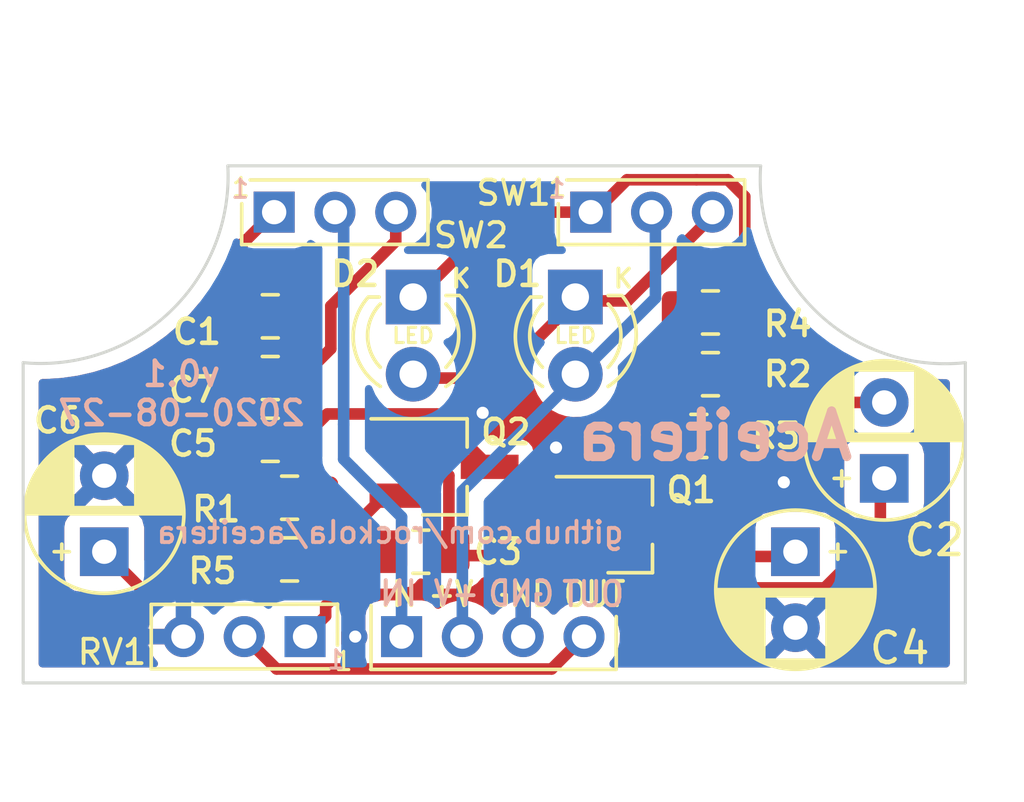
<source format=kicad_pcb>
(kicad_pcb (version 20200819) (host pcbnew "(5.99.0-2965-g3673c2369)")

  (general
    (thickness 1.6)
  )

  (paper "A4")
  (layers
    (0 "F.Cu" signal)
    (31 "B.Cu" signal)
    (32 "B.Adhes" user)
    (33 "F.Adhes" user)
    (34 "B.Paste" user)
    (35 "F.Paste" user)
    (36 "B.SilkS" user)
    (37 "F.SilkS" user)
    (38 "B.Mask" user)
    (39 "F.Mask" user)
    (40 "Dwgs.User" user)
    (41 "Cmts.User" user)
    (42 "Eco1.User" user)
    (43 "Eco2.User" user)
    (44 "Edge.Cuts" user)
    (45 "Margin" user)
    (46 "B.CrtYd" user)
    (47 "F.CrtYd" user)
    (48 "B.Fab" user)
    (49 "F.Fab" user)
  )

  (setup
    (stackup
      (layer "F.SilkS" (type "Top Silk Screen"))
      (layer "F.Paste" (type "Top Solder Paste"))
      (layer "F.Mask" (type "Top Solder Mask") (color "Green") (thickness 0.01))
      (layer "F.Cu" (type "copper") (thickness 0.035))
      (layer "dielectric 1" (type "core") (thickness 1.51) (material "FR4") (epsilon_r 4.5) (loss_tangent 0.02))
      (layer "B.Cu" (type "copper") (thickness 0.035))
      (layer "B.Mask" (type "Bottom Solder Mask") (color "Green") (thickness 0.01))
      (layer "B.Paste" (type "Bottom Solder Paste"))
      (layer "B.SilkS" (type "Bottom Silk Screen"))
      (copper_finish "None")
      (dielectric_constraints no)
    )
    (pcbplotparams
      (layerselection 0x010fc_ffffffff)
      (usegerberextensions false)
      (usegerberattributes true)
      (usegerberadvancedattributes true)
      (creategerberjobfile true)
      (svguseinch false)
      (svgprecision 6)
      (excludeedgelayer true)
      (linewidth 0.100000)
      (plotframeref false)
      (viasonmask false)
      (mode 1)
      (useauxorigin false)
      (hpglpennumber 1)
      (hpglpenspeed 20)
      (hpglpendiameter 15.000000)
      (psnegative false)
      (psa4output false)
      (plotreference true)
      (plotvalue true)
      (plotinvisibletext false)
      (sketchpadsonfab false)
      (subtractmaskfromsilk true)
      (outputformat 1)
      (mirror false)
      (drillshape 0)
      (scaleselection 1)
      (outputdirectory "Gerber/")
    )
  )

  (property "DATE" "2020-08-27")
  (property "REVISION" "v0.1")
  (property "TITLE" "Aceitera")
  (property "URL" "github.com/rockola/aceitera")

  (net 0 "")
  (net 1 "Net-(C1-Pad2)")
  (net 2 "Net-(C1-Pad1)")
  (net 3 "Net-(C2-Pad2)")
  (net 4 "Net-(C2-Pad1)")
  (net 5 "Net-(C3-Pad2)")
  (net 6 "GND")
  (net 7 "Net-(C4-Pad1)")
  (net 8 "Net-(C6-Pad1)")
  (net 9 "Net-(C7-Pad1)")
  (net 10 "+9V")
  (net 11 "Net-(D1-Pad1)")
  (net 12 "VCC")
  (net 13 "OUT")
  (net 14 "IN")

  (module "rockola_kicad_footprints:Header_1x03_P2.00mm" (layer "F.Cu") (tedit 5F4782D7) (tstamp 116a57e7-f69b-4854-ba39-e1fb2e70a078)
    (at 110.744 90.043 -90)
    (descr "Through hole straight pin header, 1x03, 2.00mm pitch, single row")
    (tags "Through hole pin header THT 1x03 2.00mm single row")
    (property "Sheet file" "/mnt/Library/Electronics/src/aceitera/aceitera.kicad_sch")
    (property "Sheet name" "")
    (path "/92463281-9915-4eaa-afc4-df3249f9c8fa")
    (fp_text reference "RV1" (at 0.508 6.35) (layer "F.SilkS")
      (effects (font (size 0.8 0.8) (thickness 0.127)))
      (tstamp 15251f71-adff-4008-ba19-d7f2df34e30b)
    )
    (fp_text value "Volume A100k" (at 0 6.06 -90) (layer "F.Fab")
      (effects (font (size 1 1) (thickness 0.15)))
      (tstamp 4f0eba2f-048c-4de5-92bf-14c7f7d68bde)
    )
    (fp_text user "1" (at 0.762 -1.016 unlocked) (layer "B.SilkS")
      (effects (font (size 0.6 0.6) (thickness 0.1)) (justify mirror))
      (tstamp 73be5e6b-5afc-4848-985b-8584d950341b)
    )
    (fp_text user "1" (at 0.8128 -1.27 unlocked) (layer "F.SilkS")
      (effects (font (size 0.6 0.6) (thickness 0.1)))
      (tstamp 822ee974-cbb4-4353-b3bf-330aad42028e)
    )
    (fp_text user "${REFERENCE}" (at 0 2) (layer "F.Fab")
      (effects (font (size 1 1) (thickness 0.15)))
      (tstamp 6fe2d88b-33ed-4ab5-bc2c-4fac512a058a)
    )
    (fp_line (start -1.06 5.06) (end 1.06 5.06) (layer "F.SilkS") (width 0.12) (tstamp 5a895573-152c-4efe-87b6-58f833326262))
    (fp_line (start -1.0668 -1.0668) (end -1.06 5.06) (layer "F.SilkS") (width 0.12) (tstamp 753bbc0a-ee04-4e07-9059-709c82af9b01))
    (fp_line (start -1.070834 -1.068781) (end 0.2794 -1.0668) (layer "F.SilkS") (width 0.12) (tstamp b2387e80-5c8b-4c87-a6d4-eefbe14ae03f))
    (fp_line (start 1.06 -0.7874) (end 1.06 5.06) (layer "F.SilkS") (width 0.12) (tstamp c6cea18b-7662-41dd-9bd5-19b0477da867))
    (fp_line (start -1.5 5.5) (end 1.5 5.5) (layer "F.CrtYd") (width 0.05) (tstamp 0c148426-2ef5-406b-993e-690665bd6e87))
    (fp_line (start 1.5 -1.5) (end -1.5 -1.5) (layer "F.CrtYd") (width 0.05) (tstamp 159cc886-d5be-496b-925a-888e18aaec78))
    (fp_line (start 1.5 5.5) (end 1.5 -1.5) (layer "F.CrtYd") (width 0.05) (tstamp c7ead496-c691-413c-b3e7-ed9aa96d5911))
    (fp_line (start -1.5 -1.5) (end -1.5 5.5) (layer "F.CrtYd") (width 0.05) (tstamp d107222e-ee97-4cc3-9242-dd3d703015eb))
    (fp_line (start -1 -0.5) (end -0.5 -1) (layer "F.Fab") (width 0.1) (tstamp 3239e979-f4fd-43a9-b4a3-44a13ff832fe))
    (fp_line (start 1 5) (end -1 5) (layer "F.Fab") (width 0.1) (tstamp 45abd6c3-0086-4abc-8c53-7e645f2ea180))
    (fp_line (start -1 5) (end -1 -0.5) (layer "F.Fab") (width 0.1) (tstamp 4d2561c5-e557-4407-8c25-4ffadd925203))
    (fp_line (start 1 -1) (end 1 5) (layer "F.Fab") (width 0.1) (tstamp e30b8b4f-3940-4efb-becc-328d82b03c62))
    (fp_line (start -0.5 -1) (end 1 -1) (layer "F.Fab") (width 0.1) (tstamp f8e62a81-7f13-487b-b4b4-35c214058399))
    (pad "1" thru_hole rect (at 0 0 270) (size 1.35 1.35) (drill 0.8) (layers *.Cu *.Mask)
      (net 5 "Net-(C3-Pad2)") (pinfunction "1") (tstamp 319f66f0-6f19-4237-b748-02c21b1de615))
    (pad "2" thru_hole oval (at 0 2 270) (size 1.35 1.35) (drill 0.8) (layers *.Cu *.Mask)
      (net 13 "OUT") (pinfunction "2") (tstamp 28867935-fbf3-46b0-abce-abaac5ec331b))
    (pad "3" thru_hole oval (at 0 4 270) (size 1.35 1.35) (drill 0.8) (layers *.Cu *.Mask)
      (net 6 "GND") (pinfunction "3") (tstamp 5e6eb21b-941d-4164-bee7-05a50d717e9b))
    (model "${KISYS3DMOD}/Connector_PinHeader_2.00mm.3dshapes/PinHeader_1x03_P2.00mm_Vertical.wrl"
      (offset (xyz 0 0 0))
      (scale (xyz 1 1 1))
      (rotate (xyz 0 0 0))
    )
  )

  (module "Capacitor_SMD:C_0805_2012Metric_Pad1.15x1.40mm_HandSolder" (layer "F.Cu") (tedit 5B36C52B) (tstamp 21e35352-7e08-48b5-9d02-f5aa108abc39)
    (at 109.601 83.566 180)
    (descr "Capacitor SMD 0805 (2012 Metric), square (rectangular) end terminal, IPC_7351 nominal with elongated pad for handsoldering. (Body size source: https://docs.google.com/spreadsheets/d/1BsfQQcO9C6DZCsRaXUlFlo91Tg2WpOkGARC1WS5S8t0/edit?usp=sharing), generated with kicad-footprint-generator")
    (tags "capacitor handsolder")
    (property "Sheet file" "/mnt/Library/Electronics/src/aceitera/aceitera.kicad_sch")
    (property "Sheet name" "")
    (path "/2d874075-f196-415a-bb2c-61872ae880c9")
    (attr smd)
    (fp_text reference "C5" (at 2.54 -0.127) (layer "F.SilkS")
      (effects (font (size 0.8 0.8) (thickness 0.15)))
      (tstamp 1bca93e7-e4f8-49a5-a3da-204e91f2b179)
    )
    (fp_text value "10p" (at 0 1.65) (layer "F.Fab")
      (effects (font (size 1 1) (thickness 0.15)))
      (tstamp e4290f03-d01e-4b7f-be4f-e193dd807ee4)
    )
    (fp_text user "${REFERENCE}" (at 0 0) (layer "F.Fab")
      (effects (font (size 0.5 0.5) (thickness 0.08)))
      (tstamp 1774429a-9d51-4706-b798-6e86aac8514a)
    )
    (fp_line (start -0.261252 -0.71) (end 0.261252 -0.71) (layer "F.SilkS") (width 0.12) (tstamp 941d63d6-713b-4d13-8b5b-4c3c01b6c1d9))
    (fp_line (start -0.261252 0.71) (end 0.261252 0.71) (layer "F.SilkS") (width 0.12) (tstamp ba55b911-c9e8-4d02-9146-f1694f78d35c))
    (fp_line (start 1.85 0.95) (end -1.85 0.95) (layer "F.CrtYd") (width 0.05) (tstamp 31a75d65-6ce0-4932-a939-2bb658c8ebac))
    (fp_line (start 1.85 -0.95) (end 1.85 0.95) (layer "F.CrtYd") (width 0.05) (tstamp 49f9821e-27fe-4a09-ad62-b7ff4d1089a4))
    (fp_line (start -1.85 -0.95) (end 1.85 -0.95) (layer "F.CrtYd") (width 0.05) (tstamp 60e62a17-44cd-4898-a0a2-69465d915e81))
    (fp_line (start -1.85 0.95) (end -1.85 -0.95) (layer "F.CrtYd") (width 0.05) (tstamp 69b33937-a164-4eed-a950-a890a213f3a2))
    (fp_line (start 1 -0.6) (end 1 0.6) (layer "F.Fab") (width 0.1) (tstamp 00c49d27-efb9-4dd6-8249-b9a616c164bf))
    (fp_line (start 1 0.6) (end -1 0.6) (layer "F.Fab") (width 0.1) (tstamp 7ab5b201-0d7e-480e-8bae-9dcdd77ada1f))
    (fp_line (start -1 0.6) (end -1 -0.6) (layer "F.Fab") (width 0.1) (tstamp c5eafb95-734e-4765-8fab-db00909dd4a3))
    (fp_line (start -1 -0.6) (end 1 -0.6) (layer "F.Fab") (width 0.1) (tstamp c926c94d-720f-425c-bc45-4fca10017779))
    (pad "1" smd roundrect (at -1.025 0 180) (size 1.15 1.4) (layers "F.Cu" "F.Paste" "F.Mask") (roundrect_rratio 0.2173913043478261)
      (net 1 "Net-(C1-Pad2)") (tstamp 66187ff4-b877-49b3-a1ae-3d9d7e6e4924))
    (pad "2" smd roundrect (at 1.025 0 180) (size 1.15 1.4) (layers "F.Cu" "F.Paste" "F.Mask") (roundrect_rratio 0.2173913043478261)
      (net 6 "GND") (tstamp 7de12d6f-6db3-474e-921d-d843ea6c2e03))
    (model "${KISYS3DMOD}/Capacitor_SMD.3dshapes/C_0805_2012Metric.wrl"
      (offset (xyz 0 0 0))
      (scale (xyz 1 1 1))
      (rotate (xyz 0 0 0))
    )
  )

  (module "rockola_kicad_footprints:Stomp_IVGO_P2.00mm" (layer "F.Cu") (tedit 5F477F2B) (tstamp 31415d68-898e-43c9-b6a7-a1717138c494)
    (at 113.919 90.043)
    (descr "Through hole straight pin header, 1x04, 2.00mm pitch, single row")
    (tags "Through hole pin header THT 1x04 2.00mm single row")
    (property "Sheet file" "/mnt/Library/Electronics/src/aceitera/aceitera.kicad_sch")
    (property "Sheet name" "")
    (path "/ca40b0ec-2b4b-4340-9d7a-b2b5c528ec87")
    (fp_text reference "J1" (at 3.429 -2.159 180) (layer "F.Fab")
      (effects (font (size 1 1) (thickness 0.15)))
      (tstamp 98425819-85bc-42e6-aa7f-1adf4a1e6776)
    )
    (fp_text value "Conn_01x04_Female" (at 3.175 2.159) (layer "F.Fab")
      (effects (font (size 1 1) (thickness 0.15)))
      (tstamp 2efeff7d-624f-4643-9184-499cfc190053)
    )
    (fp_text user "IN" (at -0.1016 -1.4224 unlocked) (layer "B.SilkS")
      (effects (font (size 0.8 0.8) (thickness 0.127)) (justify mirror))
      (tstamp 28c07ec1-81fb-4576-84b4-ab666ec369a6)
    )
    (fp_text user "OUT" (at 6.2992 -1.397 unlocked) (layer "B.SilkS")
      (effects (font (size 0.8 0.7) (thickness 0.127)) (justify mirror))
      (tstamp 5d5a9943-0545-4872-ba7e-a9c03f5686e2)
    )
    (fp_text user "+V" (at 1.8034 -1.4224 unlocked) (layer "B.SilkS")
      (effects (font (size 0.8 0.7) (thickness 0.127)) (justify mirror))
      (tstamp b2753aa1-50de-4d3a-b5a2-e405a9323ab5)
    )
    (fp_text user "GND" (at 3.937 -1.4224 unlocked) (layer "B.SilkS")
      (effects (font (size 0.8 0.7) (thickness 0.127)) (justify mirror))
      (tstamp ded93d5e-0112-4156-b9a2-bfe61978b727)
    )
    (fp_text user "IN" (at -0.1016 -1.397 unlocked) (layer "F.SilkS")
      (effects (font (size 0.8 0.8) (thickness 0.127)))
      (tstamp 3ba73b91-976c-4902-8062-317eb9acb295)
    )
    (fp_text user "GND" (at 3.937 -1.397 unlocked) (layer "F.SilkS")
      (effects (font (size 0.8 0.7) (thickness 0.127)))
      (tstamp 5ee31a94-09c2-4bb3-8da8-a0e91efd4b63)
    )
    (fp_text user "OUT" (at 6.35 -1.397 unlocked) (layer "F.SilkS")
      (effects (font (size 0.8 0.7) (thickness 0.127)))
      (tstamp 7d918a0c-0b52-4d57-a303-331e8e179073)
    )
    (fp_text user "+V" (at 1.6256 -1.397 unlocked) (layer "F.SilkS")
      (effects (font (size 0.8 0.7) (thickness 0.127)))
      (tstamp aecfca5f-3fcc-4f4a-9aec-e3bfd7f092c3)
    )
    (fp_line (start -1.003315 1.067571) (end -1.003315 -1.022833) (layer "F.SilkS") (width 0.12) (tstamp 3919900f-5866-480b-8139-cccedc2ddff7))
    (fp_line (start 7.06 1.06) (end 7.0612 -0.6604) (layer "F.SilkS") (width 0.12) (tstamp 5da68736-0082-4a9d-8251-d9858153d155))
    (fp_line (start -1.016 1.078555) (end 7.06 1.078555) (layer "F.SilkS") (width 0.12) (tstamp bb874956-8551-4aab-9817-9b7a6b378eb2))
    (fp_line (start 7.5 1.5) (end 7.5 -1.5) (layer "F.CrtYd") (width 0.05) (tstamp 2ced1f9a-cb1a-4066-a54f-9b99222e3e4e))
    (fp_line (start -1.5 1.5) (end 7.5 1.5) (layer "F.CrtYd") (width 0.05) (tstamp 72eaab68-8e9f-44d7-971f-0bf1236f3fc3))
    (fp_line (start -1.5 -1.5) (end -1.5 1.5) (layer "F.CrtYd") (width 0.05) (tstamp fadbb306-4346-42ef-ab41-22e3927cb32d))
    (fp_line (start 7.5 -1.5) (end -1.5 -1.5) (layer "F.CrtYd") (width 0.05) (tstamp fe9afefd-7fd1-4147-ac1b-53e2d69f2868))
    (fp_line (start 7 1) (end -0.5 1) (layer "F.Fab") (width 0.1) (tstamp 15c60c12-e4d4-453c-bb42-c960b6c63a01))
    (fp_line (start -0.5 1) (end -1 0.5) (layer "F.Fab") (width 0.1) (tstamp 195058fa-369e-4aec-96c4-e3f94972d409))
    (fp_line (start -1.012715 -0.007229) (end -1.012715 -1.507229) (layer "F.Fab") (width 0.1) (tstamp 2fbff75e-ef7f-468a-8a54-3a36be076d87))
    (fp_line (start 7 -1) (end 7 1) (layer "F.Fab") (width 0.1) (tstamp 94d54fd4-2867-424d-a5c8-520095ca3f08))
    (fp_line (start -1 -1) (end 7 -1) (layer "F.Fab") (width 0.1) (tstamp fbb62d71-970c-4c24-ae3b-acf2c393149e))
    (pad "1" thru_hole rect (at 0 0 90) (size 1.35 1.35) (drill 0.8) (layers *.Cu *.Mask)
      (net 14 "IN") (pinfunction "Pin_1") (tstamp f4811ff6-b1bb-4a48-ae55-1259674e476e))
    (pad "2" thru_hole oval (at 2 0 90) (size 1.35 1.35) (drill 0.8) (layers *.Cu *.Mask)
      (net 10 "+9V") (pinfunction "Pin_2") (tstamp 95a8a17d-4e78-49f7-a22e-6432fb8e4f5e))
    (pad "3" thru_hole oval (at 4 0 90) (size 1.35 1.35) (drill 0.8) (layers *.Cu *.Mask)
      (net 6 "GND") (pinfunction "Pin_3") (tstamp d8aa45a1-535d-4f58-8f89-7d4225d15fde))
    (pad "4" thru_hole oval (at 6 0 90) (size 1.35 1.35) (drill 0.8) (layers *.Cu *.Mask)
      (net 13 "OUT") (pinfunction "Pin_4") (tstamp d9a28fb2-5828-4f5d-8f41-eda7253acbeb))
    (model "${KISYS3DMOD}/Connector_PinHeader_2.00mm.3dshapes/PinHeader_1x04_P2.00mm_Vertical.wrl"
      (offset (xyz 0 0 0))
      (scale (xyz 1 1 1))
      (rotate (xyz 0 0 0))
    )
  )

  (module "rockola_kicad_footprints:CP_D5.0_P2.50" (layer "F.Cu") (tedit 5E95C663) (tstamp 3f6f7b0d-66d0-4ab8-b979-97f62c831d8b)
    (at 126.873 87.249 -90)
    (descr "CP, Radial series, Radial, pin pitch=2.50mm, , diameter=5mm, Electrolytic Capacitor")
    (tags "CP Radial series Radial pin pitch 2.50mm  diameter 5mm Electrolytic Capacitor")
    (property "Sheet file" "/mnt/Library/Electronics/src/aceitera/aceitera.kicad_sch")
    (property "Sheet name" "")
    (path "/cf933358-2203-457d-b771-5e1a5098e178")
    (fp_text reference "C4" (at 3.175 -3.429 180) (layer "F.SilkS")
      (effects (font (size 1 1) (thickness 0.15)))
      (tstamp f6311894-9bb0-41b7-86e0-7fa244d6f807)
    )
    (fp_text value "100u" (at 1.25 3.75 90) (layer "F.Fab")
      (effects (font (size 1 1) (thickness 0.15)))
      (tstamp 3af5af16-b12e-4403-9a94-62c6e60f580b)
    )
    (fp_text user "${REFERENCE}" (at 1.25 0 90) (layer "F.Fab")
      (effects (font (size 1 1) (thickness 0.15)))
      (tstamp fcd80c50-f8d8-43cc-82d5-d088a9f09691)
    )
    (fp_line (start 1.61 1.04) (end 1.61 2.556) (layer "F.SilkS") (width 0.12) (tstamp 0036736b-0137-47f1-8086-5ad06f6eb3ac))
    (fp_line (start 2.411 -2.31) (end 2.411 -1.04) (layer "F.SilkS") (width 0.12) (tstamp 05709426-93ad-40a0-bfe3-9159cd3a9dcf))
    (fp_line (start 3.371 -1.5) (end 3.371 -1.04) (layer "F.SilkS") (width 0.12) (tstamp 0676eee7-39b5-44db-921d-d8a375ec3cbd))
    (fp_line (start 2.571 -2.224) (end 2.571 -1.04) (layer "F.SilkS") (width 0.12) (tstamp 06cf75fd-ca91-409f-8bbe-c686d51d570a))
    (fp_line (start 2.931 -1.971) (end 2.931 -1.04) (layer "F.SilkS") (width 0.12) (tstamp 0775e8f4-0af5-4e6b-9a5a-139fc194652f))
    (fp_line (start 2.211 -2.398) (end 2.211 -1.04) (layer "F.SilkS") (width 0.12) (tstamp 08f18b39-cc29-4200-8933-8c0bd32134a1))
    (fp_line (start 1.93 -2.491) (end 1.93 -1.04) (layer "F.SilkS") (width 0.12) (tstamp 0bb14eb0-d9da-4d2c-ace2-d898603fd38e))
    (fp_line (start 3.571 -1.178) (end 3.571 1.178) (layer "F.SilkS") (width 0.12) (tstamp 0da3ec76-a59c-410c-97cb-d7b76972b87f))
    (fp_line (start 2.451 1.04) (end 2.451 2.29) (layer "F.SilkS") (width 0.12) (tstamp 1603097f-8a15-4c1c-ba85-a8162354beb5))
    (fp_line (start 3.171 -1.743) (end 3.171 -1.04) (layer "F.SilkS") (width 0.12) (tstamp 1d9777a1-ba2c-49d6-896f-645909f0afc8))
    (fp_line (start 2.051 -2.455) (end 2.051 -1.04) (layer "F.SilkS") (width 0.12) (tstamp 1f1a0fe2-96bb-46d7-bcd4-01528b906e73))
    (fp_line (start 2.971 -1.937) (end 2.971 -1.04) (layer "F.SilkS") (width 0.12) (tstamp 1f88a4a5-34f5-4d85-b04c-baa170212b4e))
    (fp_line (start 3.531 1.04) (end 3.531 1.251) (layer "F.SilkS") (width 0.12) (tstamp 2044d696-8274-4755-bff5-e29dba32dc8d))
    (fp_line (start 1.85 1.04) (end 1.85 2.511) (layer "F.SilkS") (width 0.12) (tstamp 20d5f627-47ea-4aee-ba47-5122ae746938))
    (fp_line (start 2.731 -2.122) (end 2.731 -1.04) (layer "F.SilkS") (width 0.12) (tstamp 253ff8f8-ea1c-4515-beac-e3f590f44167))
    (fp_line (start 3.091 1.04) (end 3.091 1.826) (layer "F.SilkS") (width 0.12) (tstamp 2d8c7494-f91a-4e4c-aa34-9dfe243798f4))
    (fp_line (start 1.89 1.04) (end 1.89 2.501) (layer "F.SilkS") (width 0.12) (tstamp 2e2fe19d-40c2-40ce-9902-a4b829539a44))
    (fp_line (start 2.811 1.04) (end 2.811 2.065) (layer "F.SilkS") (width 0.12) (tstamp 33cf93d3-f9a7-46d1-8869-45902cdf11fd))
    (fp_line (start 0 -1.647) (end 0 -1.147) (layer "F.SilkS") (width 0.12) (tstamp 3405508b-723f-4ddf-9540-58179867d553))
    (fp_line (start 1.81 1.04) (end 1.81 2.52) (layer "F.SilkS") (width 0.12) (tstamp 352926d4-e2c0-4c20-9fbb-7fa6488d5b57))
    (fp_line (start 3.251 1.04) (end 3.251 1.653) (layer "F.SilkS") (width 0.12) (tstamp 3617b604-4a8f-41ce-a2e9-90c580a2e04d))
    (fp_line (start 3.851 -0.284) (end 3.851 0.284) (layer "F.SilkS") (width 0.12) (tstamp 3624603d-9c46-48ba-8670-abc911645548))
    (fp_line (start 2.291 1.04) (end 2.291 2.365) (layer "F.SilkS") (width 0.12) (tstamp 36ad3c2b-590b-4ad5-8283-8d8e5a8227c1))
    (fp_line (start 1.73 1.04) (end 1.73 2.536) (layer "F.SilkS") (width 0.12) (tstamp 370891a6-34c1-4f5d-b728-88bc243c76c9))
    (fp_line (start 2.131 1.04) (end 2.131 2.428) (layer "F.SilkS") (width 0.12) (tstamp 3847c79f-de00-4eb4-b9e9-bdbf48590041))
    (fp_line (start 2.691 1.04) (end 2.691 2.149) (layer "F.SilkS") (width 0.12) (tstamp 39f28b52-5d6e-496e-9363-a6b3d06b1a79))
    (fp_line (start 2.571 1.04) (end 2.571 2.224) (layer "F.SilkS") (width 0.12) (tstamp 3f9a3f01-bc19-49fe-9816-53db08ac3193))
    (fp_line (start 3.051 -1.864) (end 3.051 -1.04) (layer "F.SilkS") (width 0.12) (tstamp 4000e4e3-907f-451f-8517-550e37e2d831))
    (fp_line (start 2.331 1.04) (end 2.331 2.348) (layer "F.SilkS") (width 0.12) (tstamp 40e4453f-1dbf-478c-ade3-a81e4864abac))
    (fp_line (start 1.93 1.04) (end 1.93 2.491) (layer "F.SilkS") (width 0.12) (tstamp 41e043a9-08a8-4ee1-9b77-863fd3df2104))
    (fp_line (start 3.411 1.04) (end 3.411 1.443) (layer "F.SilkS") (width 0.12) (tstamp 42b1552d-e027-4a48-8f0f-3ddd64d018d5))
    (fp_line (start 1.41 -2.576) (end 1.41 2.576) (layer "F.SilkS") (width 0.12) (tstamp 438e2a21-9eef-4bdf-916a-d280802831cf))
    (fp_line (start 2.331 -2.348) (end 2.331 -1.04) (layer "F.SilkS") (width 0.12) (tstamp 453af046-c42d-47e4-b9e2-ae6e8634e68a))
    (fp_line (start 2.891 1.04) (end 2.891 2.004) (layer "F.SilkS") (width 0.12) (tstamp 4b2830e4-bef1-486c-8fac-acce7f797e25))
    (fp_line (start 1.57 -2.561) (end 1.57 -1.04) (layer "F.SilkS") (width 0.12) (tstamp 4baa71b3-4994-4b62-8f96-bccce365bd21))
    (fp_line (start 3.131 1.04) (end 3.131 1.785) (layer "F.SilkS") (width 0.12) (tstamp 4fd02dda-5194-4288-b4fc-aceb015888d1))
    (fp_line (start 2.091 1.04) (end 2.091 2.442) (layer "F.SilkS") (width 0.12) (tstamp 51a3e1a9-3c2a-44a9-ae25-791f20acb1c6))
    (fp_line (start 2.251 1.04) (end 2.251 2.382) (layer "F.SilkS") (width 0.12) (tstamp 584eb30d-3bc7-451f-83c4-531891949f92))
    (fp_line (start 1.53 -2.565) (end 1.53 -1.04) (layer "F.SilkS") (width 0.12) (tstamp 58a48b38-4bd7-48d6-b2d8-60f288cfc76f))
    (fp_line (start 2.011 1.04) (end 2.011 2.468) (layer "F.SilkS") (width 0.12) (tstamp 59bfadb5-a34b-4289-9628-41b74bbea387))
    (fp_line (start 2.651 -2.175) (end 2.651 -1.04) (layer "F.SilkS") (width 0.12) (tstamp 5affcda5-ccde-4ed6-934e-e48a2e2b404a))
    (fp_line (start 2.371 -2.329) (end 2.371 -1.04) (layer "F.SilkS") (width 0.12) (tstamp 5bc394f7-3d03-4c9f-8dd6-1713566667a2))
    (fp_line (start 1.57 1.04) (end 1.57 2.561) (layer "F.SilkS") (width 0.12) (tstamp 5d9c33fa-0528-4f15-843f-db496a0afacd))
    (fp_line (start 2.411 1.04) (end 2.411 2.31) (layer "F.SilkS") (width 0.12) (tstamp 5dc82845-4da3-4ef1-b933-9b06c8825066))
    (fp_line (start 2.011 -2.468) (end 2.011 -1.04) (layer "F.SilkS") (width 0.12) (tstamp 5f01cfda-8dff-420a-a5e6-74846fe4f132))
    (fp_line (start 2.771 1.04) (end 2.771 2.095) (layer "F.SilkS") (width 0.12) (tstamp 5fe505cf-1d3b-4a9f-8933-00fb5a984ded))
    (fp_line (start 3.171 1.04) (end 3.171 1.743) (layer "F.SilkS") (width 0.12) (tstamp 6143649d-e574-4ebc-a39c-d42f450ccf0f))
    (fp_line (start 1.53 1.04) (end 1.53 2.565) (layer "F.SilkS") (width 0.12) (tstamp 634df775-76ed-4d67-ad7a-dd290da1f3b3))
    (fp_line (start 2.171 1.04) (end 2.171 2.414) (layer "F.SilkS") (width 0.12) (tstamp 665a300a-45ec-4c0a-a758-88ac5b110704))
    (fp_line (start 1.33 -2.579) (end 1.33 2.579) (layer "F.SilkS") (width 0.12) (tstamp 678d9fe4-a738-46ea-9a00-d1acf80e63e6))
    (fp_line (start 3.291 1.04) (end 3.291 1.605) (layer "F.SilkS") (width 0.12) (tstamp 6c49d87b-8ec1-4f39-9e0e-881a00dfc6db))
    (fp_line (start 2.811 -2.065) (end 2.811 -1.04) (layer "F.SilkS") (width 0.12) (tstamp 70bdf1a8-26c8-447f-865a-99ecb1ef90b0))
    (fp_line (start 3.011 1.04) (end 3.011 1.901) (layer "F.SilkS") (width 0.12) (tstamp 72553414-d975-414a-a507-98e3cc6b1924))
    (fp_line (start 3.731 -0.805) (end 3.731 0.805) (layer "F.SilkS") (width 0.12) (tstamp 749c20bf-5183-4827-bde4-1057277272c8))
    (fp_line (start 2.491 -2.268) (end 2.491 -1.04) (layer "F.SilkS") (width 0.12) (tstamp 7e744f1b-b329-42ed-931a-56d3a9e7a577))
    (fp_line (start 1.65 -2.55) (end 1.65 -1.04) (layer "F.SilkS") (width 0.12) (tstamp 7e7d37ab-9f32-4f86-9e01-d93e589f045f))
    (fp_line (start 2.771 -2.095) (end 2.771 -1.04) (layer "F.SilkS") (width 0.12) (tstamp 7ecf3b98-1a80-4afa-8c5c-f7cf5d4d4232))
    (fp_line (start 2.531 1.04) (end 2.531 2.247) (layer "F.SilkS") (width 0.12) (tstamp 7eed04be-0a4f-4ac4-9831-2fe93bd7979d))
    (fp_line (start 2.051 1.04) (end 2.051 2.455) (layer "F.SilkS") (width 0.12) (tstamp 7f31e6e9-11de-451e-945e-6d60f9dc4a66))
    (fp_line (start 3.211 1.04) (end 3.211 1.699) (layer "F.SilkS") (width 0.12) (tstamp 7fa7c498-adf3-4ec9-84f8-7b19dc17c67c))
    (fp_line (start 3.131 -1.785) (end 3.131 -1.04) (layer "F.SilkS") (width 0.12) (tstamp 81ae028d-f550-4929-90df-d67246ad03eb))
    (fp_line (start 2.851 1.04) (end 2.851 2.035) (layer "F.SilkS") (width 0.12) (tstamp 82a2073d-9c6d-4e43-864e-3167e045bd51))
    (fp_line (start 3.011 -1.901) (end 3.011 -1.04) (layer "F.SilkS") (width 0.12) (tstamp 8390bed3-41c7-42b0-801e-c0b9fced41c5))
    (fp_line (start 3.291 -1.605) (end 3.291 -1.04) (layer "F.SilkS") (width 0.12) (tstamp 84c87b23-ff61-4ea4-9c24-2a3153dda893))
    (fp_line (start 1.85 -2.511) (end 1.85 -1.04) (layer "F.SilkS") (width 0.12) (tstamp 850b236b-fa6c-40d5-8a5e-4f0cda28ff82))
    (fp_line (start 2.691 -2.149) (end 2.691 -1.04) (layer "F.SilkS") (width 0.12) (tstamp 8522796b-117a-407f-8d3e-d8f5e7f7adab))
    (fp_line (start 3.611 -1.098) (end 3.611 1.098) (layer "F.SilkS") (width 0.12) (tstamp 86941111-b79a-4107-9874-780a8abe9fac))
    (fp_line (start 3.331 1.04) (end 3.331 1.554) (layer "F.SilkS") (width 0.12) (tstamp 88013d74-7e00-4b53-b30b-ee27b7174e67))
    (fp_line (start 3.371 1.04) (end 3.371 1.5) (layer "F.SilkS") (width 0.12) (tstamp 884ebb12-2975-47c2-9ec2-bd8e8e26f7b5))
    (fp_line (start 3.331 -1.554) (end 3.331 -1.04) (layer "F.SilkS") (width 0.12) (tstamp 89c09dea-cc47-4368-ab0b-76b43f0ff526))
    (fp_line (start 3.531 -1.251) (end 3.531 -1.04) (layer "F.SilkS") (width 0.12) (tstamp 902cddf1-cf5e-4df1-b037-997cd4c20b17))
    (fp_line (start 2.931 1.04) (end 2.931 1.971) (layer "F.SilkS") (width 0.12) (tstamp 932c9ed8-9f8b-45b0-91db-5ad18a29f196))
    (fp_line (start 2.091 -2.442) (end 2.091 -1.04) (layer "F.SilkS") (width 0.12) (tstamp 9721f015-a847-43d7-9332-9ebe00bcf9be))
    (fp_line (start 2.491 1.04) (end 2.491 2.268) (layer "F.SilkS") (width 0.12) (tstamp 98ac0d7f-2e5c-4a08-be03-1508653283d3))
    (fp_line (start 1.45 -2.573) (end 1.45 2.573) (layer "F.SilkS") (width 0.12) (tstamp 9bc05f97-84ba-43e7-a4dd-adf6692b2fee))
    (fp_line (start 2.651 1.04) (end 2.651 2.175) (layer "F.SilkS") (width 0.12) (tstamp 9c72986a-6f6d-43b6-be5c-dfdeec477940))
    (fp_line (start 2.851 -2.035) (end 2.851 -1.04) (layer "F.SilkS") (width 0.12) (tstamp 9dcd2572-cf8a-4959-9003-ff4cc679efcd))
    (fp_line (start 1.73 -2.536) (end 1.73 -1.04) (layer "F.SilkS") (width 0.12) (tstamp 9ed5dd2a-b9c3-4303-838d-c70f92fd646a))
    (fp_line (start 2.171 -2.414) (end 2.171 -1.04) (layer "F.SilkS") (width 0.12) (tstamp a0e07a1a-86a3-4dac-b51a-9abeee331540))
    (fp_line (start 3.491 1.04) (end 3.491 1.319) (layer "F.SilkS") (width 0.12) (tstamp a168f56d-b359-4768-b2cf-f90a9f3cdf29))
    (fp_line (start 2.531 -2.247) (end 2.531 -1.04) (layer "F.SilkS") (width 0.12) (tstamp a2d574b3-defd-479f-b12b-4acd647e18ae))
    (fp_line (start 2.611 1.04) (end 2.611 2.2) (layer "F.SilkS") (width 0.12) (tstamp a2f72bd5-4a35-45c8-a8b6-0cd3b5cf452e))
    (fp_line (start 3.451 -1.383) (end 3.451 -1.04) (layer "F.SilkS") (width 0.12) (tstamp a665083c-ff60-4760-bcd9-a5247cde0764))
    (fp_line (start 1.69 -2.543) (end 1.69 -1.04) (layer "F.SilkS") (width 0.12) (tstamp a7487dc5-f221-4df9-99ef-d6afa4e881d5))
    (fp_line (start 1.971 1.04) (end 1.971 2.48) (layer "F.SilkS") (width 0.12) (tstamp a7fc15a5-ae14-4eca-9deb-6c020ed149ae))
    (fp_line (start 3.091 -1.826) (end 3.091 -1.04) (layer "F.SilkS") (width 0.12) (tstamp a96aa9e4-499a-418e-a50f-efb6ee718ae0))
    (fp_line (start 1.77 1.04) (end 1.77 2.528) (layer "F.SilkS") (width 0.12) (tstamp aa1aadd3-dbb0-4f5e-8b8f-f664355b8fff))
    (fp_line (start 1.69 1.04) (end 1.69 2.543) (layer "F.SilkS") (width 0.12) (tstamp aa7afb04-af18-4bba-95eb-a645453006d2))
    (fp_line (start 1.65 1.04) (end 1.65 2.55) (layer "F.SilkS") (width 0.12) (tstamp aefb0759-722e-49a3-a973-03ddeed89545))
    (fp_line (start 3.051 1.04) (end 3.051 1.864) (layer "F.SilkS") (width 0.12) (tstamp b0f4c883-0d89-4d56-9243-c8cee14d7e38))
    (fp_line (start 2.211 1.04) (end 2.211 2.398) (layer "F.SilkS") (width 0.12) (tstamp b9fafaac-7a07-49b4-ac50-656d1c61d800))
    (fp_line (start 1.81 -2.52) (end 1.81 -1.04) (layer "F.SilkS") (width 0.12) (tstamp ba828452-e729-4ebe-9b28-9b0e6f5521ad))
    (fp_line (start -0.25 -1.397) (end 0.25 -1.397) (layer "F.SilkS") (width 0.12) (tstamp c30fe1b8-f67c-4767-8294-8631cbc407bb))
    (fp_line (start 2.611 -2.2) (end 2.611 -1.04) (layer "F.SilkS") (width 0.12) (tstamp c68cc05f-bdb8-401b-8522-7c0e2d2a18df))
    (fp_line (start 3.411 -1.443) (end 3.411 -1.04) (layer "F.SilkS") (width 0.12) (tstamp c8c7444f-65a4-41f0-be05-aa1fd1052089))
    (fp_line (start 2.291 -2.365) (end 2.291 -1.04) (layer "F.SilkS") (width 0.12) (tstamp cf99bccf-33da-4beb-a0de-889bc8e4c2c3))
    (fp_line (start 1.971 -2.48) (end 1.971 -1.04) (layer "F.SilkS") (width 0.12) (tstamp d0cefa1a-1f6d-4624-b851-e21aefe4e549))
    (fp_line (start 1.25 -2.58) (end 1.25 2.58) (layer "F.SilkS") (width 0.12) (tstamp d112425a-9a45-4abd-a99d-6a300bd1133e))
    (fp_line (start 2.451 -2.29) (end 2.451 -1.04) (layer "F.SilkS") (width 0.12) (tstamp d2450f16-3813-429a-b0fd-dae31c66e47d))
    (fp_line (start 2.251 -2.382) (end 2.251 -1.04) (layer "F.SilkS") (width 0.12) (tstamp d25cd222-099b-4a47-8064-880ab5b54ca4))
    (fp_line (start 3.811 -0.518) (end 3.811 0.518) (layer "F.SilkS") (width 0.12) (tstamp d2dc8773-da05-4e3f-9988-ecd0ac07317e))
    (fp_line (start 1.61 -2.556) (end 1.61 -1.04) (layer "F.SilkS") (width 0.12) (tstamp d4cc710e-705b-4aed-9183-bc1a3700b8a5))
    (fp_line (start 2.731 1.04) (end 2.731 2.122) (layer "F.SilkS") (width 0.12) (tstamp d735426f-1e92-460a-9d98-2936ce4a6f5b))
    (fp_line (start 1.37 -2.578) (end 1.37 2.578) (layer "F.SilkS") (width 0.12) (tstamp da472fea-15aa-48fb-a0a3-2911c5ff72cd))
    (fp_line (start 2.971 1.04) (end 2.971 1.937) (layer "F.SilkS") (width 0.12) (tstamp e3184b56-14aa-43c2-949a-8a3daf114f2c))
    (fp_line (start 3.651 -1.011) (end 3.651 1.011) (layer "F.SilkS") (width 0.12) (tstamp e34efedd-f309-45db-b1b2-cff000c0f716))
    (fp_line (start 2.371 1.04) (end 2.371 2.329) (layer "F.SilkS") (width 0.12) (tstamp e3f65934-62ca-42f4-8154-cfc6aefa75a4))
    (fp_line (start 1.77 -2.528) (end 1.77 -1.04) (layer "F.SilkS") (width 0.12) (tstamp e4ea7dc2-1e32-4688-9907-28df033c1866))
    (fp_line (start 3.211 -1.699) (end 3.211 -1.04) (layer "F.SilkS") (width 0.12) (tstamp e8159958-3a96-480a-921e-5c88d8952841))
    (fp_line (start 1.49 -2.569) (end 1.49 -1.04) (layer "F.SilkS") (width 0.12) (tstamp e82b1ed1-5c85-40a2-9a86-5d2df4cfb784))
    (fp_line (start 3.491 -1.319) (end 3.491 -1.04) (layer "F.SilkS") (width 0.12) (tstamp e82f8d5b-bde4-44ee-8dd9-bd9290d9f855))
    (fp_line (start 3.771 -0.677) (end 3.771 0.677) (layer "F.SilkS") (width 0.12) (tstamp ea5de647-6020-413f-bbee-c79c3d8216e2))
    (fp_line (start 2.891 -2.004) (end 2.891 -1.04) (layer "F.SilkS") (width 0.12) (tstamp eb0b20cd-6524-4f20-aec6-a6e6da132ebb))
    (fp_line (start 2.131 -2.428) (end 2.131 -1.04) (layer "F.SilkS") (width 0.12) (tstamp eb956e84-4fbb-4518-900f-4338f1fbecea))
    (fp_line (start 1.29 -2.58) (end 1.29 2.58) (layer "F.SilkS") (width 0.12) (tstamp ed864fd3-91eb-4f1e-823b-cd80de413228))
    (fp_line (start 3.451 1.04) (end 3.451 1.383) (layer "F.SilkS") (width 0.12) (tstamp f817619d-9424-4fd9-ad73-841cada552bc))
    (fp_line (start 3.691 -0.915) (end 3.691 0.915) (layer "F.SilkS") (width 0.12) (tstamp fa62cf83-f8e6-478e-94f2-c336dcacd23b))
    (fp_line (start 3.251 -1.653) (end 3.251 -1.04) (layer "F.SilkS") (width 0.12) (tstamp faac232c-ee3f-4270-9d93-b9944404adc2))
    (fp_line (start 1.49 1.04) (end 1.49 2.569) (layer "F.SilkS") (width 0.12) (tstamp fc8c5583-d572-4941-8b32-d9cf2a5b5490))
    (fp_line (start 1.89 -2.501) (end 1.89 -1.04) (layer "F.SilkS") (width 0.12) (tstamp fdc6b270-4958-4757-b66c-1032b2e94c6a))
    (fp_circle (center 1.25 0) (end 3.87 0) (layer "F.SilkS") (width 0.12) (tstamp c4061c6b-58ce-4a52-b39c-b53c196c8ea5))
    (fp_circle (center 1.25 0) (end 4 0) (layer "F.CrtYd") (width 0.05) (tstamp 9c6c6b19-038b-4e50-9174-a4b0053f417c))
    (fp_line (start -0.883605 -1.0875) (end -0.383605 -1.0875) (layer "F.Fab") (width 0.1) (tstamp 0ae8b18b-f3d0-4f9c-ae0b-17343220ec73))
    (fp_line (start -0.633605 -1.3375) (end -0.633605 -0.8375) (layer "F.Fab") (width 0.1) (tstamp 3f9c3cdf-f555-4068-ab7a-aa2883e66684))
    (fp_circle (center 1.25 0) (end 3.75 0) (layer "F.Fab") (width 0.1) (tstamp 566b7b7a-806b-4bf7-a066-0d40bb2e95a3))
    (pad "1" thru_hole rect (at 0 0 270) (size 1.6 1.6) (drill 0.8) (layers *.Cu *.Mask)
      (net 7 "Net-(C4-Pad1)") (tstamp d366beaf-2e5b-4f60-bd57-4c0cc3c5f22b))
    (pad "2" thru_hole circle (at 2.5 0 270) (size 1.6 1.6) (drill 0.8) (layers *.Cu *.Mask)
      (net 6 "GND") (tstamp aeab682b-6687-4a8b-8dcc-3d6815306049))
    (model "${KISYS3DMOD}/Capacitor_THT.3dshapes/CP_Radial_D5.0mm_P2.50mm.wrl"
      (offset (xyz 0 0 0))
      (scale (xyz 1 1 1))
      (rotate (xyz 0 0 0))
    )
  )

  (module "rockola_kicad_footprints:SOT-23_Handsoldering" (layer "F.Cu") (tedit 5A0AB76C) (tstamp 448cae8e-8d68-47e0-aed1-58de2f96ec4d)
    (at 115.316 84.455)
    (descr "SOT-23, Handsoldering")
    (tags "SOT-23")
    (property "Sheet file" "/mnt/Library/Electronics/src/aceitera/aceitera.kicad_sch")
    (property "Sheet name" "")
    (path "/ce2b175d-5836-4552-b4a9-d5eeb6041420")
    (attr smd)
    (fp_text reference "Q2" (at 2.032 -1.143) (layer "F.SilkS")
      (effects (font (size 0.8 0.8) (thickness 0.15)))
      (tstamp c55bc414-bc60-42ea-9b8a-0bdf3c25a090)
    )
    (fp_text value "MMBF5457" (at 0 2.5) (layer "F.Fab")
      (effects (font (size 1 1) (thickness 0.15)))
      (tstamp 72b1c436-e285-4728-a150-8a16322fbc85)
    )
    (fp_text user "${REFERENCE}" (at 0 0 90) (layer "F.Fab")
      (effects (font (size 0.5 0.5) (thickness 0.075)))
      (tstamp 4a653761-8fbf-4fd6-b401-f301f6d8052e)
    )
    (fp_line (start 0.76 1.58) (end -0.7 1.58) (layer "F.SilkS") (width 0.12) (tstamp 3cbca512-2379-4f46-b440-5817b5ce7059))
    (fp_line (start 0.76 -1.58) (end 0.76 -0.65) (layer "F.SilkS") (width 0.12) (tstamp 458a842d-c520-4ae9-8330-0eac1329f3e8))
    (fp_line (start 0.76 1.58) (end 0.76 0.65) (layer "F.SilkS") (width 0.12) (tstamp 5a32be9d-1220-4f20-adc2-166365a3332d))
    (fp_line (start 0.76 -1.58) (end -2.4 -1.58) (layer "F.SilkS") (width 0.12) (tstamp 6a53a7a5-ecc0-4fb5-b92b-5252f0f39f0e))
    (fp_line (start 2.7 1.75) (end -2.7 1.75) (layer "F.CrtYd") (width 0.05) (tstamp 14383dea-47ea-4b37-9669-9e3819d79766))
    (fp_line (start -2.7 -1.75) (end 2.7 -1.75) (layer "F.CrtYd") (width 0.05) (tstamp 81b75d7f-572b-46eb-83eb-a34286472dd2))
    (fp_line (start 2.7 -1.75) (end 2.7 1.75) (layer "F.CrtYd") (width 0.05) (tstamp 85cf2c73-1b89-477b-a4f3-87f0ec68e069))
    (fp_line (start -2.7 1.75) (end -2.7 -1.75) (layer "F.CrtYd") (width 0.05) (tstamp 8799f6a7-286c-428a-aa42-269bd8da50df))
    (fp_line (start -0.7 -0.95) (end -0.15 -1.52) (layer "F.Fab") (width 0.1) (tstamp 234045cc-0fd2-4051-91d0-f7a109501ae9))
    (fp_line (start -0.15 -1.52) (end 0.7 -1.52) (layer "F.Fab") (width 0.1) (tstamp 7233c68d-6ff6-46b2-8066-3102d6de5acf))
    (fp_line (start -0.7 -0.95) (end -0.7 1.5) (layer "F.Fab") (width 0.1) (tstamp 8925e684-f721-457a-92f5-83fe11714c3a))
    (fp_line (start -0.7 1.52) (end 0.7 1.52) (layer "F.Fab") (width 0.1) (tstamp a073b10b-8694-4ff2-a56f-02e4ff41739d))
    (fp_line (start 0.7 -1.52) (end 0.7 1.52) (layer "F.Fab") (width 0.1) (tstamp f2ffe7c6-aaf3-46aa-8b0d-1ecfa05ec948))
    (pad "1" smd rect (at -1.5 -0.95) (size 1.9 0.8) (layers "F.Cu" "F.Paste" "F.Mask")
      (net 4 "Net-(C2-Pad1)") (pinfunction "D") (tstamp 194ad10a-a7e3-4fb5-878e-a228ebb1a90b))
    (pad "2" smd rect (at -1.5 0.95) (size 1.9 0.8) (layers "F.Cu" "F.Paste" "F.Mask")
      (net 8 "Net-(C6-Pad1)") (pinfunction "S") (tstamp 471a2d36-a1a8-45d5-b57a-d0e616fca7bc))
    (pad "3" smd rect (at 1.5 0) (size 1.9 0.8) (layers "F.Cu" "F.Paste" "F.Mask")
      (net 1 "Net-(C1-Pad2)") (pinfunction "G") (tstamp 3cf9d99b-3fcb-46eb-8a78-f4f31b7c4ca9))
    (model "${KISYS3DMOD}/Package_TO_SOT_SMD.3dshapes/SOT-23.wrl"
      (offset (xyz 0 0 0))
      (scale (xyz 1 1 1))
      (rotate (xyz 0 0 0))
    )
  )

  (module "Resistor_SMD:R_0805_2012Metric_Pad1.15x1.40mm_HandSolder" (layer "F.Cu") (tedit 5B36C52B) (tstamp 6a6b4c25-8f7c-4854-84a9-545967d49347)
    (at 123.698 83.439)
    (descr "Resistor SMD 0805 (2012 Metric), square (rectangular) end terminal, IPC_7351 nominal with elongated pad for handsoldering. (Body size source: https://docs.google.com/spreadsheets/d/1BsfQQcO9C6DZCsRaXUlFlo91Tg2WpOkGARC1WS5S8t0/edit?usp=sharing), generated with kicad-footprint-generator")
    (tags "resistor handsolder")
    (property "Sheet file" "/mnt/Library/Electronics/src/aceitera/aceitera.kicad_sch")
    (property "Sheet name" "")
    (path "/2ad99646-51dd-4fb3-8df1-d59fc9c680ef")
    (attr smd)
    (fp_text reference "R3" (at 2.54 0) (layer "F.SilkS")
      (effects (font (size 0.8 0.8) (thickness 0.15)))
      (tstamp 950d95ba-2d83-44ee-996e-67bcf1a2129e)
    )
    (fp_text value "1M" (at 0 1.65) (layer "F.Fab")
      (effects (font (size 1 1) (thickness 0.15)))
      (tstamp 725f153d-7d8f-4ca5-ab9e-1bd2738aca87)
    )
    (fp_text user "${REFERENCE}" (at 0 0) (layer "F.Fab")
      (effects (font (size 0.5 0.5) (thickness 0.08)))
      (tstamp a07beca9-10dd-4d32-84ed-7a3523f31154)
    )
    (fp_line (start -0.261252 -0.71) (end 0.261252 -0.71) (layer "F.SilkS") (width 0.12) (tstamp 706c1e94-4054-4bd3-949a-fdddec246151))
    (fp_line (start -0.261252 0.71) (end 0.261252 0.71) (layer "F.SilkS") (width 0.12) (tstamp 9bb02355-6523-4956-8e58-1d957cbf897a))
    (fp_line (start -1.85 -0.95) (end 1.85 -0.95) (layer "F.CrtYd") (width 0.05) (tstamp 127e935a-f506-4964-b4d1-030f9d61f3c5))
    (fp_line (start 1.85 0.95) (end -1.85 0.95) (layer "F.CrtYd") (width 0.05) (tstamp 47608cc3-4944-46bf-ba82-9eb46ff44014))
    (fp_line (start -1.85 0.95) (end -1.85 -0.95) (layer "F.CrtYd") (width 0.05) (tstamp 48777743-fe61-47c3-bbe2-3ed63bccc6fc))
    (fp_line (start 1.85 -0.95) (end 1.85 0.95) (layer "F.CrtYd") (width 0.05) (tstamp 4af5e96c-d320-4392-8649-c495291eff22))
    (fp_line (start -1 -0.6) (end 1 -0.6) (layer "F.Fab") (width 0.1) (tstamp 06439bba-dc15-411c-83f2-5bc7e57ff7e1))
    (fp_line (start 1 -0.6) (end 1 0.6) (layer "F.Fab") (width 0.1) (tstamp 14e13eb5-bbc9-4b03-bc6e-7ca07281c18d))
    (fp_line (start 1 0.6) (end -1 0.6) (layer "F.Fab") (width 0.1) (tstamp c03b2e4b-1be8-4956-99af-472259f1c554))
    (fp_line (start -1 0.6) (end -1 -0.6) (layer "F.Fab") (width 0.1) (tstamp fad2c552-f665-4172-997e-223bf9715412))
    (pad "1" smd roundrect (at -1.025 0) (size 1.15 1.4) (layers "F.Cu" "F.Paste" "F.Mask") (roundrect_rratio 0.2173913043478261)
      (net 3 "Net-(C2-Pad2)") (tstamp e454e59f-680d-4c94-9a93-1164cac85af6))
    (pad "2" smd roundrect (at 1.025 0) (size 1.15 1.4) (layers "F.Cu" "F.Paste" "F.Mask") (roundrect_rratio 0.2173913043478261)
      (net 6 "GND") (tstamp 6305f6e6-5898-47df-9f71-b7839e14a8fc))
    (model "${KISYS3DMOD}/Resistor_SMD.3dshapes/R_0805_2012Metric.wrl"
      (offset (xyz 0 0 0))
      (scale (xyz 1 1 1))
      (rotate (xyz 0 0 0))
    )
  )

  (module "Resistor_SMD:R_0805_2012Metric_Pad1.15x1.40mm_HandSolder" (layer "F.Cu") (tedit 5B36C52B) (tstamp 6f6c7003-6ec8-4865-aad4-ea3192eb1dee)
    (at 124.079 79.375 180)
    (descr "Resistor SMD 0805 (2012 Metric), square (rectangular) end terminal, IPC_7351 nominal with elongated pad for handsoldering. (Body size source: https://docs.google.com/spreadsheets/d/1BsfQQcO9C6DZCsRaXUlFlo91Tg2WpOkGARC1WS5S8t0/edit?usp=sharing), generated with kicad-footprint-generator")
    (tags "resistor handsolder")
    (property "Sheet file" "/mnt/Library/Electronics/src/aceitera/aceitera.kicad_sch")
    (property "Sheet name" "")
    (path "/ca6befd9-06a1-47f4-9c86-c658cb821b39")
    (attr smd)
    (fp_text reference "R4" (at -2.54 -0.381) (layer "F.SilkS")
      (effects (font (size 0.8 0.8) (thickness 0.15)))
      (tstamp 1378e01a-41a1-4c74-83e4-7ab6a49088b7)
    )
    (fp_text value "100R" (at 0 1.65) (layer "F.Fab")
      (effects (font (size 1 1) (thickness 0.15)))
      (tstamp 2d2bc7cd-b866-4cd9-965e-f522c304fadf)
    )
    (fp_text user "${REFERENCE}" (at 0 0) (layer "F.Fab")
      (effects (font (size 0.5 0.5) (thickness 0.08)))
      (tstamp 4b21afba-8a82-4849-bc6e-a333299e1f80)
    )
    (fp_line (start -0.261252 -0.71) (end 0.261252 -0.71) (layer "F.SilkS") (width 0.12) (tstamp 5fe60b83-524b-4852-af6a-9e99234d86cd))
    (fp_line (start -0.261252 0.71) (end 0.261252 0.71) (layer "F.SilkS") (width 0.12) (tstamp af2b9675-2b52-4582-9491-f0aeb74ff0a7))
    (fp_line (start 1.85 0.95) (end -1.85 0.95) (layer "F.CrtYd") (width 0.05) (tstamp 28f02dd2-1982-4cf4-b1f5-cde5f4001155))
    (fp_line (start 1.85 -0.95) (end 1.85 0.95) (layer "F.CrtYd") (width 0.05) (tstamp 5bf2119c-43b7-478b-a6da-b35453ee0d86))
    (fp_line (start -1.85 -0.95) (end 1.85 -0.95) (layer "F.CrtYd") (width 0.05) (tstamp a932b17e-530a-432b-a4b8-03f1dc4dd23d))
    (fp_line (start -1.85 0.95) (end -1.85 -0.95) (layer "F.CrtYd") (width 0.05) (tstamp aadb4129-25df-4349-8e88-e7812e958549))
    (fp_line (start 1 -0.6) (end 1 0.6) (layer "F.Fab") (width 0.1) (tstamp 5ab19786-43af-4f7f-a3bf-3396e811b8a8))
    (fp_line (start 1 0.6) (end -1 0.6) (layer "F.Fab") (width 0.1) (tstamp b2047aa9-bb80-4b66-8071-0c2cd8dcb419))
    (fp_line (start -1 0.6) (end -1 -0.6) (layer "F.Fab") (width 0.1) (tstamp c754a175-7305-4f9a-ab7f-cc73e8fae4ca))
    (fp_line (start -1 -0.6) (end 1 -0.6) (layer "F.Fab") (width 0.1) (tstamp e6659ad3-bc64-47a3-acfe-a88ef7e061f6))
    (pad "1" smd roundrect (at -1.025 0 180) (size 1.15 1.4) (layers "F.Cu" "F.Paste" "F.Mask") (roundrect_rratio 0.2173913043478261)
      (net 12 "VCC") (tstamp 55555342-c573-439f-bfaf-e1698524b82a))
    (pad "2" smd roundrect (at 1.025 0 180) (size 1.15 1.4) (layers "F.Cu" "F.Paste" "F.Mask") (roundrect_rratio 0.2173913043478261)
      (net 7 "Net-(C4-Pad1)") (tstamp 23e4df5e-6d0c-4dea-83be-faba9ae48a77))
    (model "${KISYS3DMOD}/Resistor_SMD.3dshapes/R_0805_2012Metric.wrl"
      (offset (xyz 0 0 0))
      (scale (xyz 1 1 1))
      (rotate (xyz 0 0 0))
    )
  )

  (module "Resistor_SMD:R_0805_2012Metric_Pad1.15x1.40mm_HandSolder" (layer "F.Cu") (tedit 5B36C52B) (tstamp 7250e326-39b8-45a6-b8ca-7d25d5115665)
    (at 124.079 81.407)
    (descr "Resistor SMD 0805 (2012 Metric), square (rectangular) end terminal, IPC_7351 nominal with elongated pad for handsoldering. (Body size source: https://docs.google.com/spreadsheets/d/1BsfQQcO9C6DZCsRaXUlFlo91Tg2WpOkGARC1WS5S8t0/edit?usp=sharing), generated with kicad-footprint-generator")
    (tags "resistor handsolder")
    (property "Sheet file" "/mnt/Library/Electronics/src/aceitera/aceitera.kicad_sch")
    (property "Sheet name" "")
    (path "/fbc2fb18-fe81-4628-9c77-b6e7f5bde9b0")
    (attr smd)
    (fp_text reference "R2" (at 2.54 0) (layer "F.SilkS")
      (effects (font (size 0.8 0.8) (thickness 0.15)))
      (tstamp b929b565-dd93-4218-ad1f-82411062473a)
    )
    (fp_text value "1M" (at 0 1.65) (layer "F.Fab")
      (effects (font (size 1 1) (thickness 0.15)))
      (tstamp f424b36f-1a27-4583-a075-7b89b5830da1)
    )
    (fp_text user "${REFERENCE}" (at 0 0) (layer "F.Fab")
      (effects (font (size 0.5 0.5) (thickness 0.08)))
      (tstamp 3c683ace-f429-4c4d-a47a-fb677c525cd6)
    )
    (fp_line (start -0.261252 0.71) (end 0.261252 0.71) (layer "F.SilkS") (width 0.12) (tstamp 68421500-84f5-4543-bdca-b77c0d051c4a))
    (fp_line (start -0.261252 -0.71) (end 0.261252 -0.71) (layer "F.SilkS") (width 0.12) (tstamp 8ebcf111-5716-42f6-badb-206e0d316fc4))
    (fp_line (start -1.85 -0.95) (end 1.85 -0.95) (layer "F.CrtYd") (width 0.05) (tstamp 3159374e-eac3-466f-898d-a0defbe79042))
    (fp_line (start 1.85 -0.95) (end 1.85 0.95) (layer "F.CrtYd") (width 0.05) (tstamp 5cf0a985-8baf-4688-a5b6-71208b7037f8))
    (fp_line (start -1.85 0.95) (end -1.85 -0.95) (layer "F.CrtYd") (width 0.05) (tstamp 61f02eae-d854-4fa5-b4bd-ce35e33297c4))
    (fp_line (start 1.85 0.95) (end -1.85 0.95) (layer "F.CrtYd") (width 0.05) (tstamp 707a66a3-84c4-44de-b03d-eddab4e53f0e))
    (fp_line (start 1 -0.6) (end 1 0.6) (layer "F.Fab") (width 0.1) (tstamp 2a42ac43-08ab-4935-b135-7c2c4df034ad))
    (fp_line (start -1 -0.6) (end 1 -0.6) (layer "F.Fab") (width 0.1) (tstamp b660b8fe-6df8-4863-b010-baf72405162f))
    (fp_line (start 1 0.6) (end -1 0.6) (layer "F.Fab") (width 0.1) (tstamp d6eb4432-ac44-4f89-a568-4f5c443e495b))
    (fp_line (start -1 0.6) (end -1 -0.6) (layer "F.Fab") (width 0.1) (tstamp ed1cdafd-39ea-40b7-8823-a67e074dc402))
    (pad "1" smd roundrect (at -1.025 0) (size 1.15 1.4) (layers "F.Cu" "F.Paste" "F.Mask") (roundrect_rratio 0.2173913043478261)
      (net 7 "Net-(C4-Pad1)") (tstamp 627baa29-5f85-4170-8f7f-01cc4db0b6e8))
    (pad "2" smd roundrect (at 1.025 0) (size 1.15 1.4) (layers "F.Cu" "F.Paste" "F.Mask") (roundrect_rratio 0.2173913043478261)
      (net 3 "Net-(C2-Pad2)") (tstamp 870bfcdf-f125-4282-8498-37bf706709d5))
    (model "${KISYS3DMOD}/Resistor_SMD.3dshapes/R_0805_2012Metric.wrl"
      (offset (xyz 0 0 0))
      (scale (xyz 1 1 1))
      (rotate (xyz 0 0 0))
    )
  )

  (module "rockola_kicad_footprints:CP_D5.0_P2.50" (layer "F.Cu") (tedit 5E95C663) (tstamp 7f7daf9d-e16e-4bb3-a0cc-1d9c2ee69726)
    (at 104.14 87.249 90)
    (descr "CP, Radial series, Radial, pin pitch=2.50mm, , diameter=5mm, Electrolytic Capacitor")
    (tags "CP Radial series Radial pin pitch 2.50mm  diameter 5mm Electrolytic Capacitor")
    (property "Sheet file" "/mnt/Library/Electronics/src/aceitera/aceitera.kicad_sch")
    (property "Sheet name" "")
    (path "/d54afda9-020e-47f6-8eae-3d7f4dae5772")
    (fp_text reference "C6" (at 4.318 -1.524 180) (layer "F.SilkS")
      (effects (font (size 0.8 0.8) (thickness 0.15)))
      (tstamp 9b76c132-2d43-4c3e-970d-ad9d2497d109)
    )
    (fp_text value "10u" (at 1.25 3.75 90) (layer "F.Fab")
      (effects (font (size 1 1) (thickness 0.15)))
      (tstamp bc1363af-a2e2-43eb-98fd-3847cbaa11e9)
    )
    (fp_text user "${REFERENCE}" (at 1.25 0 90) (layer "F.Fab")
      (effects (font (size 1 1) (thickness 0.15)))
      (tstamp fdffc4ea-c5ef-4a64-94ba-7bf09566ab1e)
    )
    (fp_line (start 2.731 1.04) (end 2.731 2.122) (layer "F.SilkS") (width 0.12) (tstamp 03b9e9d0-e494-4aa9-b1a6-39a614e967c0))
    (fp_line (start 3.731 -0.805) (end 3.731 0.805) (layer "F.SilkS") (width 0.12) (tstamp 05dc3ea2-2291-47e3-a054-faaa978a5a19))
    (fp_line (start 2.451 -2.29) (end 2.451 -1.04) (layer "F.SilkS") (width 0.12) (tstamp 07335164-3ad6-4f1a-8b74-4c17dddd3dd5))
    (fp_line (start 3.691 -0.915) (end 3.691 0.915) (layer "F.SilkS") (width 0.12) (tstamp 078bd840-8bd3-4db3-b3b6-4c03382ccf96))
    (fp_line (start 2.291 1.04) (end 2.291 2.365) (layer "F.SilkS") (width 0.12) (tstamp 0cfcb268-fe6f-4ae9-a4f2-bd74461835f9))
    (fp_line (start 3.051 -1.864) (end 3.051 -1.04) (layer "F.SilkS") (width 0.12) (tstamp 0e9ebb3d-60a0-4d3a-8aa2-e6f00341d61c))
    (fp_line (start 2.691 1.04) (end 2.691 2.149) (layer "F.SilkS") (width 0.12) (tstamp 0f93e794-532f-42b5-8f57-c14fa75cd465))
    (fp_line (start 2.771 -2.095) (end 2.771 -1.04) (layer "F.SilkS") (width 0.12) (tstamp 11c2f08d-f691-4518-8872-457b10f541e6))
    (fp_line (start 1.93 -2.491) (end 1.93 -1.04) (layer "F.SilkS") (width 0.12) (tstamp 144ed403-ccc4-465e-9c25-e4ddaf1e5ae1))
    (fp_line (start 1.73 -2.536) (end 1.73 -1.04) (layer "F.SilkS") (width 0.12) (tstamp 14973514-d6bb-4605-a3d5-0a294c35869a))
    (fp_line (start 1.77 1.04) (end 1.77 2.528) (layer "F.SilkS") (width 0.12) (tstamp 1540213a-5d8f-4d03-88ff-32d73bf7333b))
    (fp_line (start 0 -1.647) (end 0 -1.147) (layer "F.SilkS") (width 0.12) (tstamp 187c3c99-aaf6-463f-9e07-20f14f7db3d6))
    (fp_line (start 2.171 -2.414) (end 2.171 -1.04) (layer "F.SilkS") (width 0.12) (tstamp 1b5f9117-cb5c-4998-9d94-52187e7ac91f))
    (fp_line (start 2.611 1.04) (end 2.611 2.2) (layer "F.SilkS") (width 0.12) (tstamp 1b7144a4-c4df-498d-9359-7bca475b43ec))
    (fp_line (start 2.531 -2.247) (end 2.531 -1.04) (layer "F.SilkS") (width 0.12) (tstamp 1dd407f1-631a-4625-b939-a3302912943d))
    (fp_line (start 1.37 -2.578) (end 1.37 2.578) (layer "F.SilkS") (width 0.12) (tstamp 1e506a25-b54d-4de6-923c-6fec113a6442))
    (fp_line (start 2.611 -2.2) (end 2.611 -1.04) (layer "F.SilkS") (width 0.12) (tstamp 20759e59-48e0-430d-bfe3-fdb979acb5e9))
    (fp_line (start 1.41 -2.576) (end 1.41 2.576) (layer "F.SilkS") (width 0.12) (tstamp 238dc1d8-968b-41e9-9911-172f4dc3f836))
    (fp_line (start 2.651 1.04) (end 2.651 2.175) (layer "F.SilkS") (width 0.12) (tstamp 24374807-6a73-45be-bca0-411b344fc561))
    (fp_line (start 3.371 1.04) (end 3.371 1.5) (layer "F.SilkS") (width 0.12) (tstamp 2603cbb4-4e45-46b5-a107-a8affc173153))
    (fp_line (start 2.931 1.04) (end 2.931 1.971) (layer "F.SilkS") (width 0.12) (tstamp 2901d911-c924-4718-b174-9b7653302be1))
    (fp_line (start 1.85 1.04) (end 1.85 2.511) (layer "F.SilkS") (width 0.12) (tstamp 2ba8cd55-3893-44ce-8648-9a2683f35b44))
    (fp_line (start 2.211 1.04) (end 2.211 2.398) (layer "F.SilkS") (width 0.12) (tstamp 2fa28ee2-50ad-46e6-a42e-04b93f59b7cd))
    (fp_line (start 1.69 -2.543) (end 1.69 -1.04) (layer "F.SilkS") (width 0.12) (tstamp 333805cb-6808-420f-8474-4cd5f5e5f0c1))
    (fp_line (start 3.291 -1.605) (end 3.291 -1.04) (layer "F.SilkS") (width 0.12) (tstamp 344a0355-778c-49c6-b84f-035d5dcf1e4d))
    (fp_line (start 2.651 -2.175) (end 2.651 -1.04) (layer "F.SilkS") (width 0.12) (tstamp 35661446-f447-4701-b3d8-ba9dcbe48c8a))
    (fp_line (start 2.411 1.04) (end 2.411 2.31) (layer "F.SilkS") (width 0.12) (tstamp 362dfc72-78d6-48a2-8dfe-2617965edcba))
    (fp_line (start 3.451 1.04) (end 3.451 1.383) (layer "F.SilkS") (width 0.12) (tstamp 38d9c4b3-e7fb-41b9-885c-0fedd97cee21))
    (fp_line (start 2.411 -2.31) (end 2.411 -1.04) (layer "F.SilkS") (width 0.12) (tstamp 3b991cbd-6720-4cdf-b322-f547f154f484))
    (fp_line (start 2.131 1.04) (end 2.131 2.428) (layer "F.SilkS") (width 0.12) (tstamp 412a54d6-26b9-4693-96eb-908978b8e2e8))
    (fp_line (start 1.33 -2.579) (end 1.33 2.579) (layer "F.SilkS") (width 0.12) (tstamp 4372c307-58eb-4515-aff4-817bf8bd7dcb))
    (fp_line (start 2.011 -2.468) (end 2.011 -1.04) (layer "F.SilkS") (width 0.12) (tstamp 441c83f4-a30c-4c9d-9dcb-a58c88e5b230))
    (fp_line (start 1.53 -2.565) (end 1.53 -1.04) (layer "F.SilkS") (width 0.12) (tstamp 4509f15f-6fef-4da8-94bb-e937dd7b0bf8))
    (fp_line (start 3.291 1.04) (end 3.291 1.605) (layer "F.SilkS") (width 0.12) (tstamp 45f922a9-7050-469d-88c0-e3738be27749))
    (fp_line (start 1.57 1.04) (end 1.57 2.561) (layer "F.SilkS") (width 0.12) (tstamp 463e41bb-65e2-4d23-8aa5-e31086a686e5))
    (fp_line (start -0.25 -1.397) (end 0.25 -1.397) (layer "F.SilkS") (width 0.12) (tstamp 48183b57-0f06-4588-8f06-668c18c7e8f0))
    (fp_line (start 2.811 -2.065) (end 2.811 -1.04) (layer "F.SilkS") (width 0.12) (tstamp 4bbf02d7-99c5-42ad-9051-0bd1a1bab92d))
    (fp_line (start 3.411 -1.443) (end 3.411 -1.04) (layer "F.SilkS") (width 0.12) (tstamp 4c03cc1f-1f2f-4333-8c10-ba87d63b00ea))
    (fp_line (start 2.491 -2.268) (end 2.491 -1.04) (layer "F.SilkS") (width 0.12) (tstamp 4da5b273-0f66-4287-9595-523c17d5cb8d))
    (fp_line (start 3.531 -1.251) (end 3.531 -1.04) (layer "F.SilkS") (width 0.12) (tstamp 4ed7bc17-9beb-4382-ab53-dc56150fc83d))
    (fp_line (start 2.491 1.04) (end 2.491 2.268) (layer "F.SilkS") (width 0.12) (tstamp 550c7d97-270a-49c7-8e0b-082bf46783f0))
    (fp_line (start 2.571 -2.224) (end 2.571 -1.04) (layer "F.SilkS") (width 0.12) (tstamp 5678f062-0ec3-4b6b-9eda-7ce1c8d5cbbd))
    (fp_line (start 2.771 1.04) (end 2.771 2.095) (layer "F.SilkS") (width 0.12) (tstamp 577784e6-91a0-4b71-ac5e-040d20ff8912))
    (fp_line (start 2.811 1.04) (end 2.811 2.065) (layer "F.SilkS") (width 0.12) (tstamp 59ed4ee4-d99a-4bf8-8f40-34711d501013))
    (fp_line (start 3.371 -1.5) (end 3.371 -1.04) (layer "F.SilkS") (width 0.12) (tstamp 5a0b21c0-14c6-48c9-a97e-5a0f7de1a82a))
    (fp_line (start 2.091 1.04) (end 2.091 2.442) (layer "F.SilkS") (width 0.12) (tstamp 5a4cd837-c180-485b-8356-5222dd65ce9d))
    (fp_line (start 3.771 -0.677) (end 3.771 0.677) (layer "F.SilkS") (width 0.12) (tstamp 5a57f9f6-cf3e-4cde-be9b-aa67f7f75603))
    (fp_line (start 2.851 1.04) (end 2.851 2.035) (layer "F.SilkS") (width 0.12) (tstamp 5ee033ca-63aa-4fac-9510-617f6d742f5c))
    (fp_line (start 3.091 -1.826) (end 3.091 -1.04) (layer "F.SilkS") (width 0.12) (tstamp 5f3bb017-c8c5-4678-b330-ca3ebc2350ed))
    (fp_line (start 1.61 1.04) (end 1.61 2.556) (layer "F.SilkS") (width 0.12) (tstamp 617dc5a0-4053-4b79-b8fe-7c1ee2aaf324))
    (fp_line (start 2.091 -2.442) (end 2.091 -1.04) (layer "F.SilkS") (width 0.12) (tstamp 619ab50b-6c6c-495e-8b5b-fab0b4924a8b))
    (fp_line (start 3.451 -1.383) (end 3.451 -1.04) (layer "F.SilkS") (width 0.12) (tstamp 622e88f6-2c93-46eb-a3fd-c8e1628d8f92))
    (fp_line (start 3.491 1.04) (end 3.491 1.319) (layer "F.SilkS") (width 0.12) (tstamp 63af4a05-b9a4-4bdf-9b03-38e4b47674db))
    (fp_line (start 2.371 1.04) (end 2.371 2.329) (layer "F.SilkS") (width 0.12) (tstamp 6b606a67-979a-4921-bca8-ace932884d1b))
    (fp_line (start 3.091 1.04) (end 3.091 1.826) (layer "F.SilkS") (width 0.12) (tstamp 6b8c0090-ed77-4cae-988e-6099febaf984))
    (fp_line (start 3.171 -1.743) (end 3.171 -1.04) (layer "F.SilkS") (width 0.12) (tstamp 6b9a2611-13b2-46f2-959b-b716cb1bbee4))
    (fp_line (start 1.89 1.04) (end 1.89 2.501) (layer "F.SilkS") (width 0.12) (tstamp 6dc9bdef-09bb-42ea-9e5f-2acee89a5ff4))
    (fp_line (start 1.93 1.04) (end 1.93 2.491) (layer "F.SilkS") (width 0.12) (tstamp 707e477d-ea2c-4f18-852a-272065d9265a))
    (fp_line (start 1.65 1.04) (end 1.65 2.55) (layer "F.SilkS") (width 0.12) (tstamp 70d7a5ba-76a3-4da7-9c19-9530a21e1105))
    (fp_line (start 1.53 1.04) (end 1.53 2.565) (layer "F.SilkS") (width 0.12) (tstamp 71e9610e-a756-4bab-9709-656139d99138))
    (fp_line (start 2.011 1.04) (end 2.011 2.468) (layer "F.SilkS") (width 0.12) (tstamp 72bf96aa-fc73-4c35-b79a-5ca7e89f7fdd))
    (fp_line (start 3.491 -1.319) (end 3.491 -1.04) (layer "F.SilkS") (width 0.12) (tstamp 74e6d76a-61a0-43cb-b68a-f80b03fba8d0))
    (fp_line (start 1.73 1.04) (end 1.73 2.536) (layer "F.SilkS") (width 0.12) (tstamp 7c999fb8-0f2a-41f4-8ce7-442cb51d2bf6))
    (fp_line (start 2.451 1.04) (end 2.451 2.29) (layer "F.SilkS") (width 0.12) (tstamp 814df6e3-f945-42fc-bfd0-a4f539cef531))
    (fp_line (start 2.571 1.04) (end 2.571 2.224) (layer "F.SilkS") (width 0.12) (tstamp 82573bed-1b3a-4ef2-998f-91fe636dcf68))
    (fp_line (start 3.571 -1.178) (end 3.571 1.178) (layer "F.SilkS") (width 0.12) (tstamp 83cb5e01-3f34-4819-9311-39115a36793c))
    (fp_line (start 2.251 -2.382) (end 2.251 -1.04) (layer "F.SilkS") (width 0.12) (tstamp 86cf1609-2eef-4f7f-99db-47de5337f0df))
    (fp_line (start 2.251 1.04) (end 2.251 2.382) (layer "F.SilkS") (width 0.12) (tstamp 8a29fb4c-9720-4792-9e45-d04bb186713e))
    (fp_line (start 1.69 1.04) (end 1.69 2.543) (layer "F.SilkS") (width 0.12) (tstamp 8a7b7a68-9894-4150-919c-26303213384d))
    (fp_line (start 1.25 -2.58) (end 1.25 2.58) (layer "F.SilkS") (width 0.12) (tstamp 8d1637c2-9dbe-4bf0-92b2-9b7fe8b4d3d6))
    (fp_line (start 1.971 1.04) (end 1.971 2.48) (layer "F.SilkS") (width 0.12) (tstamp 97ae8cfe-83a7-4ce4-88f8-97b61e8c6654))
    (fp_line (start 3.211 1.04) (end 3.211 1.699) (layer "F.SilkS") (width 0.12) (tstamp 97b636c3-d89f-4dcb-89a2-bc74faebd912))
    (fp_line (start 2.891 -2.004) (end 2.891 -1.04) (layer "F.SilkS") (width 0.12) (tstamp 97de9163-f0e8-417e-b64b-44561ab646f5))
    (fp_line (start 2.331 1.04) (end 2.331 2.348) (layer "F.SilkS") (width 0.12) (tstamp 987eb552-b6f6-471a-b5b8-5e44da5f12be))
    (fp_line (start 1.57 -2.561) (end 1.57 -1.04) (layer "F.SilkS") (width 0.12) (tstamp 9920b3c3-7bd3-445b-92ec-820c7e703a9d))
    (fp_line (start 3.131 -1.785) (end 3.131 -1.04) (layer "F.SilkS") (width 0.12) (tstamp 9c4f3cec-b5fe-49d8-bfd5-7db25210dee7))
    (fp_line (start 1.85 -2.511) (end 1.85 -1.04) (layer "F.SilkS") (width 0.12) (tstamp 9d186e0f-c485-4857-96e6-feb3f638cb34))
    (fp_line (start 1.45 -2.573) (end 1.45 2.573) (layer "F.SilkS") (width 0.12) (tstamp 9f4173d0-bef0-4f8e-aa06-85d12f07803f))
    (fp_line (start 1.971 -2.48) (end 1.971 -1.04) (layer "F.SilkS") (width 0.12) (tstamp a514dd06-a34d-4fae-929b-71798843dc57))
    (fp_line (start 1.49 1.04) (end 1.49 2.569) (layer "F.SilkS") (width 0.12) (tstamp a54abe94-50bf-4d62-9a65-714bb96f5dce))
    (fp_line (start 3.651 -1.011) (end 3.651 1.011) (layer "F.SilkS") (width 0.12) (tstamp a5ad5cbe-474b-4fbc-af28-96a31c5b1452))
    (fp_line (start 2.931 -1.971) (end 2.931 -1.04) (layer "F.SilkS") (width 0.12) (tstamp a6b5e442-843f-4825-ad43-a5d411c917ff))
    (fp_line (start 3.851 -0.284) (end 3.851 0.284) (layer "F.SilkS") (width 0.12) (tstamp a7b4b31f-851e-409b-8e72-82a5ca45c7bf))
    (fp_line (start 1.49 -2.569) (end 1.49 -1.04) (layer "F.SilkS") (width 0.12) (tstamp a825d373-c3ca-4aad-b1e6-f1f096d5d7de))
    (fp_line (start 2.851 -2.035) (end 2.851 -1.04) (layer "F.SilkS") (width 0.12) (tstamp ac26c1ba-cb5e-454b-8842-1ccc0d354363))
    (fp_line (start 1.61 -2.556) (end 1.61 -1.04) (layer "F.SilkS") (width 0.12) (tstamp ac6a14c0-3ab5-4eda-a70b-63765d2ad183))
    (fp_line (start 2.211 -2.398) (end 2.211 -1.04) (layer "F.SilkS") (width 0.12) (tstamp ae01ec46-815f-482b-b7ff-e21b46b68889))
    (fp_line (start 2.131 -2.428) (end 2.131 -1.04) (layer "F.SilkS") (width 0.12) (tstamp ae33d391-7826-404d-b52e-5ce88aab411b))
    (fp_line (start 3.131 1.04) (end 3.131 1.785) (layer "F.SilkS") (width 0.12) (tstamp ae73b7f9-31f9-4b65-a271-066b0b616ea1))
    (fp_line (start 2.331 -2.348) (end 2.331 -1.04) (layer "F.SilkS") (width 0.12) (tstamp b66c9369-9e63-47bb-a836-12d2d35dc11a))
    (fp_line (start 2.371 -2.329) (end 2.371 -1.04) (layer "F.SilkS") (width 0.12) (tstamp b68073ea-f699-4baf-83aa-cfbad7f72675))
    (fp_line (start 2.731 -2.122) (end 2.731 -1.04) (layer "F.SilkS") (width 0.12) (tstamp b82a33f5-6536-42e6-8da1-35f8a7bd0006))
    (fp_line (start 2.691 -2.149) (end 2.691 -1.04) (layer "F.SilkS") (width 0.12) (tstamp bebae352-d749-42b8-9d7e-f63669df2835))
    (fp_line (start 3.251 1.04) (end 3.251 1.653) (layer "F.SilkS") (width 0.12) (tstamp c06ca4e9-f634-4a8d-a1e4-022b09d3490e))
    (fp_line (start 3.331 1.04) (end 3.331 1.554) (layer "F.SilkS") (width 0.12) (tstamp c1cfbfcf-4fec-4227-bd59-80c86b7fc8ed))
    (fp_line (start 1.81 1.04) (end 1.81 2.52) (layer "F.SilkS") (width 0.12) (tstamp c22b68c0-390e-4c2c-a489-9c902b53cd0a))
    (fp_line (start 3.331 -1.554) (end 3.331 -1.04) (layer "F.SilkS") (width 0.12) (tstamp c2537c3c-41d2-4b9b-8973-11ede88c2d8c))
    (fp_line (start 3.531 1.04) (end 3.531 1.251) (layer "F.SilkS") (width 0.12) (tstamp c5cbe8cc-5e14-4372-8526-3cb456db79b3))
    (fp_line (start 3.011 1.04) (end 3.011 1.901) (layer "F.SilkS") (width 0.12) (tstamp cb9ac41d-f009-4ba2-ae1f-32289377180d))
    (fp_line (start 2.971 -1.937) (end 2.971 -1.04) (layer "F.SilkS") (width 0.12) (tstamp ce2f80cf-0ce9-425a-9aaf-2e6efd5dff6e))
    (fp_line (start 3.171 1.04) (end 3.171 1.743) (layer "F.SilkS") (width 0.12) (tstamp cec6cf07-8bef-49f9-b115-512e64b9be34))
    (fp_line (start 2.051 -2.455) (end 2.051 -1.04) (layer "F.SilkS") (width 0.12) (tstamp cee8c34e-8bd0-4142-ac5a-baea0d7e53db))
    (fp_line (start 3.611 -1.098) (end 3.611 1.098) (layer "F.SilkS") (width 0.12) (tstamp d06963aa-4a15-44f1-8c1a-1fc736094ae0))
    (fp_line (start 3.411 1.04) (end 3.411 1.443) (layer "F.SilkS") (width 0.12) (tstamp db06c13d-8396-49ab-b2b2-59b427f6b069))
    (fp_line (start 1.89 -2.501) (end 1.89 -1.04) (layer "F.SilkS") (width 0.12) (tstamp dc8923f9-3153-4cff-8295-70d32af076c6))
    (fp_line (start 2.171 1.04) (end 2.171 2.414) (layer "F.SilkS") (width 0.12) (tstamp de0f275c-23eb-41b0-8735-1827aa0ee71e))
    (fp_line (start 3.011 -1.901) (end 3.011 -1.04) (layer "F.SilkS") (width 0.12) (tstamp e23a3645-fff0-4752-8022-45e90ceb692e))
    (fp_line (start 3.211 -1.699) (end 3.211 -1.04) (layer "F.SilkS") (width 0.12) (tstamp e3ac663c-e802-40ab-ab4d-965a28a7f2e6))
    (fp_line (start 2.971 1.04) (end 2.971 1.937) (layer "F.SilkS") (width 0.12) (tstamp e867f2f5-2083-4efd-b104-8b089ff13f09))
    (fp_line (start 2.891 1.04) (end 2.891 2.004) (layer "F.SilkS") (width 0.12) (tstamp ebedbd69-7e96-41c6-b56c-4ac134a3302c))
    (fp_line (start 3.251 -1.653) (end 3.251 -1.04) (layer "F.SilkS") (width 0.12) (tstamp ee26fd07-e583-43fb-a416-a4be5b558f8b))
    (fp_line (start 2.531 1.04) (end 2.531 2.247) (layer "F.SilkS") (width 0.12) (tstamp efa3100d-f9b4-4efa-9f80-ee8b6b8a3633))
    (fp_line (start 2.051 1.04) (end 2.051 2.455) (layer "F.SilkS") (width 0.12) (tstamp f1ccd306-5da8-448a-83ba-44188e52016e))
    (fp_line (start 1.65 -2.55) (end 1.65 -1.04) (layer "F.SilkS") (width 0.12) (tstamp f1ee2e8c-77a1-4510-9b6c-cde85eda0c04))
    (fp_line (start 1.81 -2.52) (end 1.81 -1.04) (layer "F.SilkS") (width 0.12) (tstamp f326d5d6-0fdf-4a9c-bfab-95d84c266906))
    (fp_line (start 2.291 -2.365) (end 2.291 -1.04) (layer "F.SilkS") (width 0.12) (tstamp f9487aea-41a9-4aea-ac89-7dc6ca87bfb0))
    (fp_line (start 1.29 -2.58) (end 1.29 2.58) (layer "F.SilkS") (width 0.12) (tstamp fa07f1fb-0d3f-490b-8e2f-d893fcd9a38f))
    (fp_line (start 3.051 1.04) (end 3.051 1.864) (layer "F.SilkS") (width 0.12) (tstamp fde564a1-7468-4a68-a016-c3e15854fe0d))
    (fp_line (start 1.77 -2.528) (end 1.77 -1.04) (layer "F.SilkS") (width 0.12) (tstamp fe09474e-efa5-41ce-a327-f1e80ad9eab4))
    (fp_line (start 3.811 -0.518) (end 3.811 0.518) (layer "F.SilkS") (width 0.12) (tstamp ff791cf3-58b1-4f91-975f-0c814b55865c))
    (fp_circle (center 1.25 0) (end 3.87 0) (layer "F.SilkS") (width 0.12) (tstamp 7defa89d-84df-4c8c-b4a0-62053d214cec))
    (fp_circle (center 1.25 0) (end 4 0) (layer "F.CrtYd") (width 0.05) (tstamp 186da179-04db-4473-ac86-b1efdef09e60))
    (fp_line (start -0.883605 -1.0875) (end -0.383605 -1.0875) (layer "F.Fab") (width 0.1) (tstamp 122dab87-2cee-4033-bfeb-de9e4ab4b6d6))
    (fp_line (start -0.633605 -1.3375) (end -0.633605 -0.8375) (layer "F.Fab") (width 0.1) (tstamp 3741fd38-41c7-43ec-812f-4ca2320c472e))
    (fp_circle (center 1.25 0) (end 3.75 0) (layer "F.Fab") (width 0.1) (tstamp 12f19b56-852f-4469-a268-a999ebbc2444))
    (pad "1" thru_hole rect (at 0 0 90) (size 1.6 1.6) (drill 0.8) (layers *.Cu *.Mask)
      (net 8 "Net-(C6-Pad1)") (tstamp e9c331e0-3a37-4443-8f5b-d4daa7193c5d))
    (pad "2" thru_hole circle (at 2.5 0 90) (size 1.6 1.6) (drill 0.8) (layers *.Cu *.Mask)
      (net 6 "GND") (tstamp b94f430b-08d2-4e17-924d-8937ac198015))
    (model "${KISYS3DMOD}/Capacitor_THT.3dshapes/CP_Radial_D5.0mm_P2.50mm.wrl"
      (offset (xyz 0 0 0))
      (scale (xyz 1 1 1))
      (rotate (xyz 0 0 0))
    )
  )

  (module "rockola_kicad_footprints:CP_D5.0_P2.50" (layer "F.Cu") (tedit 5E95C663) (tstamp 951fbd50-75cd-4fff-82c7-be72096caf9b)
    (at 129.794 84.836 90)
    (descr "CP, Radial series, Radial, pin pitch=2.50mm, , diameter=5mm, Electrolytic Capacitor")
    (tags "CP Radial series Radial pin pitch 2.50mm  diameter 5mm Electrolytic Capacitor")
    (property "Sheet file" "/mnt/Library/Electronics/src/aceitera/aceitera.kicad_sch")
    (property "Sheet name" "")
    (path "/c4614b0e-087c-46fc-b436-9e9deb6db2f6")
    (fp_text reference "C2" (at -2.032 1.651 180) (layer "F.SilkS")
      (effects (font (size 1 1) (thickness 0.15)))
      (tstamp e6f7cb4a-dcfd-46c8-b9e3-7251623b08e3)
    )
    (fp_text value "2u2" (at 1.25 3.75 90) (layer "F.Fab")
      (effects (font (size 1 1) (thickness 0.15)))
      (tstamp d04216df-9fe5-4217-b47e-2085ba5887b9)
    )
    (fp_text user "${REFERENCE}" (at 1.25 0 90) (layer "F.Fab")
      (effects (font (size 1 1) (thickness 0.15)))
      (tstamp 005f9755-3b57-4806-ad8b-9b48e0b99601)
    )
    (fp_line (start 1.57 1.04) (end 1.57 2.561) (layer "F.SilkS") (width 0.12) (tstamp 0065360b-47be-44a3-a809-5071ca8f3ad6))
    (fp_line (start 3.531 -1.251) (end 3.531 -1.04) (layer "F.SilkS") (width 0.12) (tstamp 0117cbbe-c0ae-4bb6-a24f-bb40582aab45))
    (fp_line (start 3.491 -1.319) (end 3.491 -1.04) (layer "F.SilkS") (width 0.12) (tstamp 09635a20-5896-4cfd-a4ed-da915dacb79a))
    (fp_line (start 1.971 1.04) (end 1.971 2.48) (layer "F.SilkS") (width 0.12) (tstamp 09982fdd-09ba-4d50-950a-0c6acaf01d92))
    (fp_line (start 1.29 -2.58) (end 1.29 2.58) (layer "F.SilkS") (width 0.12) (tstamp 0af19033-41b3-461a-ac4f-83479d2ab355))
    (fp_line (start 2.371 1.04) (end 2.371 2.329) (layer "F.SilkS") (width 0.12) (tstamp 0c410e2f-36f9-46f1-bc07-1f341197a65c))
    (fp_line (start 2.211 -2.398) (end 2.211 -1.04) (layer "F.SilkS") (width 0.12) (tstamp 0c99ba50-7774-4fd8-9afb-6285c2c55e4f))
    (fp_line (start 2.851 1.04) (end 2.851 2.035) (layer "F.SilkS") (width 0.12) (tstamp 10a9efb5-4d43-40fb-8e63-7cde5acedad9))
    (fp_line (start 2.451 1.04) (end 2.451 2.29) (layer "F.SilkS") (width 0.12) (tstamp 13d20935-fdc1-4b20-85fb-8ca9e13c5782))
    (fp_line (start 2.131 1.04) (end 2.131 2.428) (layer "F.SilkS") (width 0.12) (tstamp 167811ee-a658-48e3-9796-a7f10627c9a6))
    (fp_line (start 2.731 -2.122) (end 2.731 -1.04) (layer "F.SilkS") (width 0.12) (tstamp 207d7fcf-921b-4c57-9a75-6dda75c4356e))
    (fp_line (start 2.651 1.04) (end 2.651 2.175) (layer "F.SilkS") (width 0.12) (tstamp 24a45064-3369-4b18-ac9c-c80f95943957))
    (fp_line (start 1.81 1.04) (end 1.81 2.52) (layer "F.SilkS") (width 0.12) (tstamp 29ecf51e-f370-40a5-81bc-bb45e036d4dd))
    (fp_line (start 2.891 -2.004) (end 2.891 -1.04) (layer "F.SilkS") (width 0.12) (tstamp 29f1b7a2-7cb4-4c25-861f-22c9c9b2221c))
    (fp_line (start 2.411 1.04) (end 2.411 2.31) (layer "F.SilkS") (width 0.12) (tstamp 2e034cb8-6b6a-43ef-9e84-bf3eb9dff1b9))
    (fp_line (start 3.411 -1.443) (end 3.411 -1.04) (layer "F.SilkS") (width 0.12) (tstamp 2ebdb8bf-47ba-4e70-ae6e-8086342c9363))
    (fp_line (start 2.691 1.04) (end 2.691 2.149) (layer "F.SilkS") (width 0.12) (tstamp 306850ed-c1dc-49b1-9c3a-a2711aeb12d3))
    (fp_line (start 2.771 -2.095) (end 2.771 -1.04) (layer "F.SilkS") (width 0.12) (tstamp 312c96a9-e56b-4a17-87f9-9f2a2672def1))
    (fp_line (start 2.811 -2.065) (end 2.811 -1.04) (layer "F.SilkS") (width 0.12) (tstamp 3183539c-1359-4ced-b703-a1003abec58e))
    (fp_line (start -0.25 -1.397) (end 0.25 -1.397) (layer "F.SilkS") (width 0.12) (tstamp 358ab14c-292a-4b8b-9bf1-8193f8adc51d))
    (fp_line (start 1.65 1.04) (end 1.65 2.55) (layer "F.SilkS") (width 0.12) (tstamp 359f1395-6850-4b54-b0cc-0eb4d3228669))
    (fp_line (start 3.011 1.04) (end 3.011 1.901) (layer "F.SilkS") (width 0.12) (tstamp 394aab5d-cad9-4f84-8b91-3eac244c8060))
    (fp_line (start 1.57 -2.561) (end 1.57 -1.04) (layer "F.SilkS") (width 0.12) (tstamp 3b0a79db-fc11-4028-9a28-3f54343b586b))
    (fp_line (start 1.25 -2.58) (end 1.25 2.58) (layer "F.SilkS") (width 0.12) (tstamp 3b70de2f-e72e-4b72-b78b-ab246265cecd))
    (fp_line (start 3.611 -1.098) (end 3.611 1.098) (layer "F.SilkS") (width 0.12) (tstamp 3ea235df-187d-437f-b7f5-517ad0c514fa))
    (fp_line (start 2.251 -2.382) (end 2.251 -1.04) (layer "F.SilkS") (width 0.12) (tstamp 41b9125e-9621-4b80-b228-16f0e1c32100))
    (fp_line (start 2.771 1.04) (end 2.771 2.095) (layer "F.SilkS") (width 0.12) (tstamp 41dc4c0d-64dd-426c-8030-841e7a04cdf6))
    (fp_line (start 2.611 1.04) (end 2.611 2.2) (layer "F.SilkS") (width 0.12) (tstamp 44d9430a-2c01-41e2-810a-5f9becab18d3))
    (fp_line (start 2.331 -2.348) (end 2.331 -1.04) (layer "F.SilkS") (width 0.12) (tstamp 464e26e3-7d16-488e-9fdd-0dacd224d2b7))
    (fp_line (start 3.771 -0.677) (end 3.771 0.677) (layer "F.SilkS") (width 0.12) (tstamp 46e919a4-8486-4be9-b7fb-6b59ffb0dfe0))
    (fp_line (start 2.331 1.04) (end 2.331 2.348) (layer "F.SilkS") (width 0.12) (tstamp 4cff6728-d067-4839-a3f3-e78e8c09800b))
    (fp_line (start 2.051 1.04) (end 2.051 2.455) (layer "F.SilkS") (width 0.12) (tstamp 50c51407-ca7e-4e8e-93af-57e53ea80585))
    (fp_line (start 3.051 -1.864) (end 3.051 -1.04) (layer "F.SilkS") (width 0.12) (tstamp 552fac9d-2df1-4980-945f-f0b329f95860))
    (fp_line (start 3.291 -1.605) (end 3.291 -1.04) (layer "F.SilkS") (width 0.12) (tstamp 571ca6bc-1b39-486c-9509-65e593e62ecc))
    (fp_line (start 1.45 -2.573) (end 1.45 2.573) (layer "F.SilkS") (width 0.12) (tstamp 591eacf8-5648-4093-aff3-1fc2f042ef6e))
    (fp_line (start 3.211 1.04) (end 3.211 1.699) (layer "F.SilkS") (width 0.12) (tstamp 5d507fca-13fa-4a57-8b8c-e9f05debcfe5))
    (fp_line (start 1.53 -2.565) (end 1.53 -1.04) (layer "F.SilkS") (width 0.12) (tstamp 5e02e355-6cd0-49a0-bc74-91712c0dc58b))
    (fp_line (start 2.611 -2.2) (end 2.611 -1.04) (layer "F.SilkS") (width 0.12) (tstamp 5fb1436f-15e0-49d8-ba31-fa76a65ec288))
    (fp_line (start 2.851 -2.035) (end 2.851 -1.04) (layer "F.SilkS") (width 0.12) (tstamp 5ff3b12d-bbbf-4fd2-9f5d-9eecedf384c6))
    (fp_line (start 2.091 -2.442) (end 2.091 -1.04) (layer "F.SilkS") (width 0.12) (tstamp 6014c7b4-d6a9-4016-a58a-5c707faad8ab))
    (fp_line (start 1.77 1.04) (end 1.77 2.528) (layer "F.SilkS") (width 0.12) (tstamp 61aac4f7-b7e0-477b-bea6-c38ac86db710))
    (fp_line (start 2.731 1.04) (end 2.731 2.122) (layer "F.SilkS") (width 0.12) (tstamp 631d1449-1ea9-4872-b9a9-d900c88f3307))
    (fp_line (start 1.61 1.04) (end 1.61 2.556) (layer "F.SilkS") (width 0.12) (tstamp 654a33b1-4ea7-4ce2-baae-51d67b2d1416))
    (fp_line (start 2.651 -2.175) (end 2.651 -1.04) (layer "F.SilkS") (width 0.12) (tstamp 68293a55-8d7e-42a7-ac82-137d600616b7))
    (fp_line (start 3.371 -1.5) (end 3.371 -1.04) (layer "F.SilkS") (width 0.12) (tstamp 6c9bc5a4-5542-465b-8a66-8a0648fe9b0b))
    (fp_line (start 1.49 1.04) (end 1.49 2.569) (layer "F.SilkS") (width 0.12) (tstamp 70871c6f-c3a0-4019-be99-4294c9b53d14))
    (fp_line (start 3.051 1.04) (end 3.051 1.864) (layer "F.SilkS") (width 0.12) (tstamp 70fe37d7-9d71-40bb-b33d-5c046a9b22eb))
    (fp_line (start 1.49 -2.569) (end 1.49 -1.04) (layer "F.SilkS") (width 0.12) (tstamp 72222b46-2cd3-4762-a370-24c8689b67de))
    (fp_line (start 2.531 -2.247) (end 2.531 -1.04) (layer "F.SilkS") (width 0.12) (tstamp 763da6d4-9a1b-48ea-b9a0-9ec30785dbee))
    (fp_line (start 1.65 -2.55) (end 1.65 -1.04) (layer "F.SilkS") (width 0.12) (tstamp 79a334b7-e1db-4cb7-b7d2-cb5da7a6ab96))
    (fp_line (start 1.81 -2.52) (end 1.81 -1.04) (layer "F.SilkS") (width 0.12) (tstamp 7dcb31ca-868a-4e79-bc61-71da0c699dba))
    (fp_line (start 2.011 1.04) (end 2.011 2.468) (layer "F.SilkS") (width 0.12) (tstamp 7e8b65d8-d2f7-4946-b7c8-53043709beef))
    (fp_line (start 2.931 1.04) (end 2.931 1.971) (layer "F.SilkS") (width 0.12) (tstamp 7f3cdac4-a05a-45dc-81e5-5058cdb8383f))
    (fp_line (start 1.89 1.04) (end 1.89 2.501) (layer "F.SilkS") (width 0.12) (tstamp 82cd0f66-7bb3-4a1e-9246-cb54c92c021a))
    (fp_line (start 2.891 1.04) (end 2.891 2.004) (layer "F.SilkS") (width 0.12) (tstamp 84dbdc22-72f3-4eac-9a36-587c690ea29a))
    (fp_line (start 2.091 1.04) (end 2.091 2.442) (layer "F.SilkS") (width 0.12) (tstamp 87c57081-2b7a-46e7-8060-b11cd67413df))
    (fp_line (start 2.811 1.04) (end 2.811 2.065) (layer "F.SilkS") (width 0.12) (tstamp 890ea762-c48d-47c9-ad5a-6a8629893f48))
    (fp_line (start 2.291 -2.365) (end 2.291 -1.04) (layer "F.SilkS") (width 0.12) (tstamp 8ada2246-6034-4d18-866b-c5bf274c2f5a))
    (fp_line (start 1.971 -2.48) (end 1.971 -1.04) (layer "F.SilkS") (width 0.12) (tstamp 8ba14e71-e030-4f0f-a049-e437065ab0a8))
    (fp_line (start 2.971 1.04) (end 2.971 1.937) (layer "F.SilkS") (width 0.12) (tstamp 915b9a7d-f660-43a4-b5f0-a2e513423fbb))
    (fp_line (start 2.411 -2.31) (end 2.411 -1.04) (layer "F.SilkS") (width 0.12) (tstamp 91ab855d-1a92-4c3a-bb5c-c01a1c937579))
    (fp_line (start 3.171 -1.743) (end 3.171 -1.04) (layer "F.SilkS") (width 0.12) (tstamp 9384bd01-7db6-47f6-bb3d-e3e8a757f9c8))
    (fp_line (start 2.171 1.04) (end 2.171 2.414) (layer "F.SilkS") (width 0.12) (tstamp 9456f125-f51e-4ce8-948a-073f0335f461))
    (fp_line (start 3.411 1.04) (end 3.411 1.443) (layer "F.SilkS") (width 0.12) (tstamp 965393b9-980c-43a1-ad44-d0401d31178f))
    (fp_line (start 3.371 1.04) (end 3.371 1.5) (layer "F.SilkS") (width 0.12) (tstamp 97cf77ba-d1a0-4621-87d3-a343e756cd5c))
    (fp_line (start 1.69 -2.543) (end 1.69 -1.04) (layer "F.SilkS") (width 0.12) (tstamp 9803a2c3-ba14-4184-a3a8-15721f701692))
    (fp_line (start 1.85 1.04) (end 1.85 2.511) (layer "F.SilkS") (width 0.12) (tstamp 9abd2277-ec03-43e9-8172-ee7ebe8b44bd))
    (fp_line (start 1.61 -2.556) (end 1.61 -1.04) (layer "F.SilkS") (width 0.12) (tstamp 9bcbc0fd-ff42-428e-a38a-ab404ae03f11))
    (fp_line (start 3.011 -1.901) (end 3.011 -1.04) (layer "F.SilkS") (width 0.12) (tstamp 9caa791e-b21f-4f11-aaa7-4e195335d377))
    (fp_line (start 3.531 1.04) (end 3.531 1.251) (layer "F.SilkS") (width 0.12) (tstamp 9cb52749-f8c5-4344-a544-4fb2cd5e82c2))
    (fp_line (start 2.211 1.04) (end 2.211 2.398) (layer "F.SilkS") (width 0.12) (tstamp 9e8717cd-e5e1-4e7c-be56-87b4b59dfef7))
    (fp_line (start 2.131 -2.428) (end 2.131 -1.04) (layer "F.SilkS") (width 0.12) (tstamp 9efb35e5-daef-4f57-9c96-753c5af76f1e))
    (fp_line (start 2.691 -2.149) (end 2.691 -1.04) (layer "F.SilkS") (width 0.12) (tstamp 9f76dad8-a9eb-4df0-90ef-1a0b06bb0679))
    (fp_line (start 3.491 1.04) (end 3.491 1.319) (layer "F.SilkS") (width 0.12) (tstamp a1b2036b-7e1e-42c3-a6c5-c119e9464e58))
    (fp_line (start 2.931 -1.971) (end 2.931 -1.04) (layer "F.SilkS") (width 0.12) (tstamp a36b065b-a1dc-45ee-ac94-c117fa8ae190))
    (fp_line (start 2.171 -2.414) (end 2.171 -1.04) (layer "F.SilkS") (width 0.12) (tstamp a4310fb4-83e3-41dd-8c8c-779085a63f3a))
    (fp_line (start 1.69 1.04) (end 1.69 2.543) (layer "F.SilkS") (width 0.12) (tstamp a4c75039-e00e-4895-a07b-3417e6ca1c48))
    (fp_line (start 3.091 -1.826) (end 3.091 -1.04) (layer "F.SilkS") (width 0.12) (tstamp a61f9bc3-e8c0-42fd-8fd9-31b29981be94))
    (fp_line (start 1.85 -2.511) (end 1.85 -1.04) (layer "F.SilkS") (width 0.12) (tstamp a6f2c60e-c96e-41e0-8298-0e6a888a0547))
    (fp_line (start 3.571 -1.178) (end 3.571 1.178) (layer "F.SilkS") (width 0.12) (tstamp a86e3e31-d122-4427-a85f-04de8c5bcb53))
    (fp_line (start 1.73 -2.536) (end 1.73 -1.04) (layer "F.SilkS") (width 0.12) (tstamp ac8b54d6-f7d4-4802-b6c9-578eacdda6a8))
    (fp_line (start 3.171 1.04) (end 3.171 1.743) (layer "F.SilkS") (width 0.12) (tstamp ae84fdec-8086-43d1-98c0-fc5ffcdea53e))
    (fp_line (start 2.051 -2.455) (end 2.051 -1.04) (layer "F.SilkS") (width 0.12) (tstamp b17d0ce6-0ed0-47ca-bf35-818252ff6112))
    (fp_line (start 3.331 1.04) (end 3.331 1.554) (layer "F.SilkS") (width 0.12) (tstamp b356f4ab-ae31-4388-8ac7-a24a3b8ef0f0))
    (fp_line (start 3.291 1.04) (end 3.291 1.605) (layer "F.SilkS") (width 0.12) (tstamp b5479499-eef7-46a7-a516-d67b38b6b9b4))
    (fp_line (start 2.011 -2.468) (end 2.011 -1.04) (layer "F.SilkS") (width 0.12) (tstamp b74258bb-6ece-49b3-b404-b04ae1ed2059))
    (fp_line (start 2.571 1.04) (end 2.571 2.224) (layer "F.SilkS") (width 0.12) (tstamp b9bf87f0-4ff1-48fe-87de-bd898738888e))
    (fp_line (start 2.291 1.04) (end 2.291 2.365) (layer "F.SilkS") (width 0.12) (tstamp bafbb013-5cc1-4723-a890-4621aeddc16e))
    (fp_line (start 2.451 -2.29) (end 2.451 -1.04) (layer "F.SilkS") (width 0.12) (tstamp c2b24ef1-87f0-40be-9c45-9d5d8a1c8d7a))
    (fp_line (start 3.811 -0.518) (end 3.811 0.518) (layer "F.SilkS") (width 0.12) (tstamp c54a9cfe-da22-451e-a620-54bb8afb39ba))
    (fp_line (start 1.77 -2.528) (end 1.77 -1.04) (layer "F.SilkS") (width 0.12) (tstamp c5609c3c-240d-4725-9650-a3e691e75e1d))
    (fp_line (start 3.131 -1.785) (end 3.131 -1.04) (layer "F.SilkS") (width 0.12) (tstamp c84622e5-c196-40b6-b545-818ba3b5ab4d))
    (fp_line (start 3.131 1.04) (end 3.131 1.785) (layer "F.SilkS") (width 0.12) (tstamp c8f80bfa-a87d-4b6f-b014-25fddbbd8365))
    (fp_line (start 0 -1.647) (end 0 -1.147) (layer "F.SilkS") (width 0.12) (tstamp cb23bb77-26f0-44a2-bf8f-c9ba87bdbc23))
    (fp_line (start 3.451 -1.383) (end 3.451 -1.04) (layer "F.SilkS") (width 0.12) (tstamp cef26bb0-1438-433c-ba50-6940ec66b38c))
    (fp_line (start 2.491 1.04) (end 2.491 2.268) (layer "F.SilkS") (width 0.12) (tstamp d07fc553-7164-450a-8683-664e8fac5254))
    (fp_line (start 3.251 1.04) (end 3.251 1.653) (layer "F.SilkS") (width 0.12) (tstamp d1128390-f3b2-4000-b6db-34b77ed8bdfa))
    (fp_line (start 1.73 1.04) (end 1.73 2.536) (layer "F.SilkS") (width 0.12) (tstamp d1bf2990-afaa-405e-9532-1a7afe6a0859))
    (fp_line (start 1.53 1.04) (end 1.53 2.565) (layer "F.SilkS") (width 0.12) (tstamp d27a5591-de55-48d6-a56b-f499fbd39a15))
    (fp_line (start 3.731 -0.805) (end 3.731 0.805) (layer "F.SilkS") (width 0.12) (tstamp d4692492-b0df-48ed-9dc8-8c8dac8b4de2))
    (fp_line (start 3.211 -1.699) (end 3.211 -1.04) (layer "F.SilkS") (width 0.12) (tstamp d6f893a8-4948-442c-ae29-a3004ca68969))
    (fp_line (start 2.251 1.04) (end 2.251 2.382) (layer "F.SilkS") (width 0.12) (tstamp d9b11595-5289-426b-a62f-5c14d04b1ee3))
    (fp_line (start 1.89 -2.501) (end 1.89 -1.04) (layer "F.SilkS") (width 0.12) (tstamp db0f1b59-e5a1-41d4-882c-257229e23161))
    (fp_line (start 3.651 -1.011) (end 3.651 1.011) (layer "F.SilkS") (width 0.12) (tstamp db2dc3a2-8cd7-4212-b804-7e434d25b784))
    (fp_line (start 3.251 -1.653) (end 3.251 -1.04) (layer "F.SilkS") (width 0.12) (tstamp dca6f635-f397-481d-9863-f10324a0efb2))
    (fp_line (start 2.971 -1.937) (end 2.971 -1.04) (layer "F.SilkS") (width 0.12) (tstamp dd4c2739-3f73-4cc5-8e25-a002b41926cc))
    (fp_line (start 1.93 1.04) (end 1.93 2.491) (layer "F.SilkS") (width 0.12) (tstamp de4bfe66-139f-4379-aede-ec35884b5ddd))
    (fp_line (start 2.491 -2.268) (end 2.491 -1.04) (layer "F.SilkS") (width 0.12) (tstamp de65a23e-8521-44d7-a24d-d9b18d847b8f))
    (fp_line (start 1.41 -2.576) (end 1.41 2.576) (layer "F.SilkS") (width 0.12) (tstamp dfe98ed9-659d-4abf-b7a2-668af8dc42be))
    (fp_line (start 3.851 -0.284) (end 3.851 0.284) (layer "F.SilkS") (width 0.12) (tstamp e04b347f-fd04-4a71-b081-8a8357ff18eb))
    (fp_line (start 3.691 -0.915) (end 3.691 0.915) (layer "F.SilkS") (width 0.12) (tstamp e1c8da30-ad38-469d-be23-a4b9068e4e0f))
    (fp_line (start 2.531 1.04) (end 2.531 2.247) (layer "F.SilkS") (width 0.12) (tstamp e432a993-6cc4-4528-9cde-08bc17c3b439))
    (fp_line (start 2.371 -2.329) (end 2.371 -1.04) (layer "F.SilkS") (width 0.12) (tstamp e4b7b225-becc-44fe-ac0f-38de39c7c0ae))
    (fp_line (start 1.33 -2.579) (end 1.33 2.579) (layer "F.SilkS") (width 0.12) (tstamp ed3edf1e-21e7-48b5-9179-e381b409318d))
    (fp_line (start 3.091 1.04) (end 3.091 1.826) (layer "F.SilkS") (width 0.12) (tstamp ed69ff27-8e2b-43ab-a966-78291fdf2943))
    (fp_line (start 2.571 -2.224) (end 2.571 -1.04) (layer "F.SilkS") (width 0.12) (tstamp edaf638d-866b-4d2f-8624-0c413c122945))
    (fp_line (start 3.331 -1.554) (end 3.331 -1.04) (layer "F.SilkS") (width 0.12) (tstamp f25982b7-3e0c-4b01-b93b-9a77b75460f0))
    (fp_line (start 1.37 -2.578) (end 1.37 2.578) (layer "F.SilkS") (width 0.12) (tstamp f4a35cde-f036-4992-ba18-f2f87f45e421))
    (fp_line (start 3.451 1.04) (end 3.451 1.383) (layer "F.SilkS") (width 0.12) (tstamp f768457a-5d6a-4956-84aa-cf453a3552bb))
    (fp_line (start 1.93 -2.491) (end 1.93 -1.04) (layer "F.SilkS") (width 0.12) (tstamp f99db274-d08d-4af6-afc4-235fd4685b1c))
    (fp_circle (center 1.25 0) (end 3.87 0) (layer "F.SilkS") (width 0.12) (tstamp 9fdd75b4-fdc9-43ef-bdd6-c8d04395c91f))
    (fp_circle (center 1.25 0) (end 4 0) (layer "F.CrtYd") (width 0.05) (tstamp b19ee9f4-9edb-490c-9a08-ee0d483aca7e))
    (fp_line (start -0.633605 -1.3375) (end -0.633605 -0.8375) (layer "F.Fab") (width 0.1) (tstamp 16103abc-9a9e-4bba-8727-907c9abec50e))
    (fp_line (start -0.883605 -1.0875) (end -0.383605 -1.0875) (layer "F.Fab") (width 0.1) (tstamp c161d92b-d5a9-4d8b-bd8a-14289ce65804))
    (fp_circle (center 1.25 0) (end 3.75 0) (layer "F.Fab") (width 0.1) (tstamp 5b8b1f0e-355b-4399-88a4-ac0975510bfe))
    (pad "1" thru_hole rect (at 0 0 90) (size 1.6 1.6) (drill 0.8) (layers *.Cu *.Mask)
      (net 4 "Net-(C2-Pad1)") (tstamp 192881f8-6e9e-4746-b256-51e0bea313d5))
    (pad "2" thru_hole circle (at 2.5 0 90) (size 1.6 1.6) (drill 0.8) (layers *.Cu *.Mask)
      (net 3 "Net-(C2-Pad2)") (tstamp e4dc9b65-86bd-477d-832b-ad179855d036))
    (model "${KISYS3DMOD}/Capacitor_THT.3dshapes/CP_Radial_D5.0mm_P2.50mm.wrl"
      (offset (xyz 0 0 0))
      (scale (xyz 1 1 1))
      (rotate (xyz 0 0 0))
    )
  )

  (module "Resistor_SMD:R_0805_2012Metric_Pad1.15x1.40mm_HandSolder" (layer "F.Cu") (tedit 5B36C52B) (tstamp 9b80f2a5-10af-4948-9d36-a237cdf83db8)
    (at 110.236 85.471 180)
    (descr "Resistor SMD 0805 (2012 Metric), square (rectangular) end terminal, IPC_7351 nominal with elongated pad for handsoldering. (Body size source: https://docs.google.com/spreadsheets/d/1BsfQQcO9C6DZCsRaXUlFlo91Tg2WpOkGARC1WS5S8t0/edit?usp=sharing), generated with kicad-footprint-generator")
    (tags "resistor handsolder")
    (property "Sheet file" "/mnt/Library/Electronics/src/aceitera/aceitera.kicad_sch")
    (property "Sheet name" "")
    (path "/adf58cbe-726b-4f17-a9fa-6ac9c35e7cd7")
    (attr smd)
    (fp_text reference "R1" (at 2.413 -0.381) (layer "F.SilkS")
      (effects (font (size 0.8 0.8) (thickness 0.15)))
      (tstamp 8b49ef8f-784a-42d8-8ae2-5ce3f5e4b0ac)
    )
    (fp_text value "1M" (at 0 1.65) (layer "F.Fab")
      (effects (font (size 1 1) (thickness 0.15)))
      (tstamp 044dce29-f25b-4406-a5ee-35c800b7e5e3)
    )
    (fp_text user "${REFERENCE}" (at 0 0) (layer "F.Fab")
      (effects (font (size 0.5 0.5) (thickness 0.08)))
      (tstamp 83dd9663-24d9-442f-9c98-a3e05c0c24c3)
    )
    (fp_line (start -0.261252 0.71) (end 0.261252 0.71) (layer "F.SilkS") (width 0.12) (tstamp 3a134f2b-53bd-46c1-a1f1-f05c2c40b00e))
    (fp_line (start -0.261252 -0.71) (end 0.261252 -0.71) (layer "F.SilkS") (width 0.12) (tstamp 7dd88746-269d-4adb-93b2-07101c865a4d))
    (fp_line (start 1.85 -0.95) (end 1.85 0.95) (layer "F.CrtYd") (width 0.05) (tstamp 61cec03f-0342-46cd-8627-2813d5ebceab))
    (fp_line (start -1.85 0.95) (end -1.85 -0.95) (layer "F.CrtYd") (width 0.05) (tstamp 8280108c-0281-4b23-a300-a3ae80246bec))
    (fp_line (start 1.85 0.95) (end -1.85 0.95) (layer "F.CrtYd") (width 0.05) (tstamp 9a0bb8cf-2374-406e-bd3a-43dba0e421e8))
    (fp_line (start -1.85 -0.95) (end 1.85 -0.95) (layer "F.CrtYd") (width 0.05) (tstamp dec82e82-3de8-4419-80be-174c51ed5201))
    (fp_line (start -1 -0.6) (end 1 -0.6) (layer "F.Fab") (width 0.1) (tstamp 424d898d-0430-4510-ad41-51257e86ce30))
    (fp_line (start 1 -0.6) (end 1 0.6) (layer "F.Fab") (width 0.1) (tstamp 4cc62652-e339-41da-987d-dda83fb7c582))
    (fp_line (start -1 0.6) (end -1 -0.6) (layer "F.Fab") (width 0.1) (tstamp 52725179-e5e8-417e-9e96-14bf07dc57ca))
    (fp_line (start 1 0.6) (end -1 0.6) (layer "F.Fab") (width 0.1) (tstamp 8138bbc8-a2d0-45b2-b921-67cf43671b01))
    (pad "1" smd roundrect (at -1.025 0 180) (size 1.15 1.4) (layers "F.Cu" "F.Paste" "F.Mask") (roundrect_rratio 0.2173913043478261)
      (net 1 "Net-(C1-Pad2)") (tstamp e8e83288-d6b6-40e6-94fd-682f85cb6a4b))
    (pad "2" smd roundrect (at 1.025 0 180) (size 1.15 1.4) (layers "F.Cu" "F.Paste" "F.Mask") (roundrect_rratio 0.2173913043478261)
      (net 6 "GND") (tstamp 40d21205-69dc-476e-8913-7d7885c267a8))
    (model "${KISYS3DMOD}/Resistor_SMD.3dshapes/R_0805_2012Metric.wrl"
      (offset (xyz 0 0 0))
      (scale (xyz 1 1 1))
      (rotate (xyz 0 0 0))
    )
  )

  (module "rockola_kicad_footprints:SOT-23_Handsoldering" (layer "F.Cu") (tedit 5A0AB76C) (tstamp 9c158e11-aa9c-4c27-922c-9fad34f88f43)
    (at 121.412 86.36)
    (descr "SOT-23, Handsoldering")
    (tags "SOT-23")
    (property "Sheet file" "/mnt/Library/Electronics/src/aceitera/aceitera.kicad_sch")
    (property "Sheet name" "")
    (path "/3502e4f9-cf08-48f3-a881-6fa18452e0c2")
    (attr smd)
    (fp_text reference "Q1" (at 2.032 -1.143) (layer "F.SilkS")
      (effects (font (size 0.8 0.8) (thickness 0.15)))
      (tstamp ab32337b-3d59-4096-bfc0-2e6203410775)
    )
    (fp_text value "MMBF5457" (at 0 2.5) (layer "F.Fab")
      (effects (font (size 1 1) (thickness 0.15)))
      (tstamp b7882551-1b59-4534-b227-71ea82b2d1b4)
    )
    (fp_text user "${REFERENCE}" (at 0 0 90) (layer "F.Fab")
      (effects (font (size 0.5 0.5) (thickness 0.075)))
      (tstamp 879d789f-e84b-4f49-b09c-4710d47b996a)
    )
    (fp_line (start 0.76 1.58) (end 0.76 0.65) (layer "F.SilkS") (width 0.12) (tstamp 284f2144-f315-416f-9c1e-0f1322c8aa0b))
    (fp_line (start 0.76 1.58) (end -0.7 1.58) (layer "F.SilkS") (width 0.12) (tstamp 92ed7323-d35d-4603-a356-97b1a7074b0f))
    (fp_line (start 0.76 -1.58) (end 0.76 -0.65) (layer "F.SilkS") (width 0.12) (tstamp b520ea46-2637-4770-a6aa-d2954fb39d01))
    (fp_line (start 0.76 -1.58) (end -2.4 -1.58) (layer "F.SilkS") (width 0.12) (tstamp b8b878ec-467c-43e0-804a-756d0a366a39))
    (fp_line (start 2.7 1.75) (end -2.7 1.75) (layer "F.CrtYd") (width 0.05) (tstamp 0aa16b56-a13e-4eb3-9eb4-679384294888))
    (fp_line (start 2.7 -1.75) (end 2.7 1.75) (layer "F.CrtYd") (width 0.05) (tstamp 7a3bc063-10c4-4472-979c-a6290ff87737))
    (fp_line (start -2.7 -1.75) (end 2.7 -1.75) (layer "F.CrtYd") (width 0.05) (tstamp c6dce061-ec57-44d7-a460-eddbb20c995d))
    (fp_line (start -2.7 1.75) (end -2.7 -1.75) (layer "F.CrtYd") (width 0.05) (tstamp ea3a0584-f57a-4d2a-bed1-eb77432d4858))
    (fp_line (start -0.7 1.52) (end 0.7 1.52) (layer "F.Fab") (width 0.1) (tstamp 014d72c3-afdc-4fe8-8c72-422cf1e79101))
    (fp_line (start -0.15 -1.52) (end 0.7 -1.52) (layer "F.Fab") (width 0.1) (tstamp 5ccaa1df-5267-4014-a1b4-2e77076cc381))
    (fp_line (start -0.7 -0.95) (end -0.7 1.5) (layer "F.Fab") (width 0.1) (tstamp 5ec3597a-cb60-491b-bb1d-55ad6b4fe5b2))
    (fp_line (start -0.7 -0.95) (end -0.15 -1.52) (layer "F.Fab") (width 0.1) (tstamp 64372c11-9c8b-4431-a417-05e31cdd4e56))
    (fp_line (start 0.7 -1.52) (end 0.7 1.52) (layer "F.Fab") (width 0.1) (tstamp d1955168-c381-405e-ace1-81c00eb39597))
    (pad "1" smd rect (at -1.5 -0.95) (size 1.9 0.8) (layers "F.Cu" "F.Paste" "F.Mask")
      (net 7 "Net-(C4-Pad1)") (pinfunction "D") (tstamp 74892cc3-86a2-4f0c-9b61-bbafc4075190))
    (pad "2" smd rect (at -1.5 0.95) (size 1.9 0.8) (layers "F.Cu" "F.Paste" "F.Mask")
      (net 4 "Net-(C2-Pad1)") (pinfunction "S") (tstamp 57abb8f0-d44c-4173-b865-c7b486db21fc))
    (pad "3" smd rect (at 1.5 0) (size 1.9 0.8) (layers "F.Cu" "F.Paste" "F.Mask")
      (net 3 "Net-(C2-Pad2)") (pinfunction "G") (tstamp b4ee3bba-1575-4404-9f68-0db7fedfdcb4))
    (model "${KISYS3DMOD}/Package_TO_SOT_SMD.3dshapes/SOT-23.wrl"
      (offset (xyz 0 0 0))
      (scale (xyz 1 1 1))
      (rotate (xyz 0 0 0))
    )
  )

  (module "rockola_kicad_footprints:Header_1x03_P2.00mm" (layer "F.Cu") (tedit 5F4782D7) (tstamp 9d088a1a-b4b5-4527-990d-18d96828caab)
    (at 109.728 76.073 90)
    (descr "Through hole straight pin header, 1x03, 2.00mm pitch, single row")
    (tags "Through hole pin header THT 1x03 2.00mm single row")
    (property "Sheet file" "/mnt/Library/Electronics/src/aceitera/aceitera.kicad_sch")
    (property "Sheet name" "")
    (path "/256d75e7-ea5f-4d07-a823-402be5b41933")
    (fp_text reference "SW2" (at -0.762 6.477 180) (layer "F.SilkS")
      (effects (font (size 0.8 0.8) (thickness 0.127)))
      (tstamp 0a138297-1bb5-4f99-a0d2-8b7974bf0a86)
    )
    (fp_text value "Full Range/Treble" (at 0 6.06 90) (layer "F.Fab")
      (effects (font (size 1 1) (thickness 0.15)))
      (tstamp fd729f4a-94b9-4f5a-b8d8-02a31f9bd661)
    )
    (fp_text user "1" (at 0.762 -1.1176 unlocked) (layer "B.SilkS")
      (effects (font (size 0.6 0.6) (thickness 0.1)) (justify mirror))
      (tstamp 356c18b3-015e-4633-b643-5fd9a996cbe6)
    )
    (fp_text user "1" (at 0.8128 -1.0922 unlocked) (layer "F.SilkS")
      (effects (font (size 0.6 0.6) (thickness 0.1)))
      (tstamp 9286196e-ec4b-4870-9ad9-78b4081dccc5)
    )
    (fp_text user "${REFERENCE}" (at 0 2 180) (layer "F.Fab")
      (effects (font (size 1 1) (thickness 0.15)))
      (tstamp ad29f512-322e-4a0c-beb3-eb674b7b1ca5)
    )
    (fp_line (start -1.070834 -1.068781) (end 0.2794 -1.0668) (layer "F.SilkS") (width 0.12) (tstamp 40f65902-90f4-4ee4-9f57-e1e05bf10eb4))
    (fp_line (start -1.0668 -1.0668) (end -1.06 5.06) (layer "F.SilkS") (width 0.12) (tstamp 464f2866-7687-435e-bbb0-e2afd73147b0))
    (fp_line (start 1.06 -0.7874) (end 1.06 5.06) (layer "F.SilkS") (width 0.12) (tstamp 481b63db-4796-4d4d-8205-8c3780834aeb))
    (fp_line (start -1.06 5.06) (end 1.06 5.06) (layer "F.SilkS") (width 0.12) (tstamp e130a1dc-8bf1-412e-8832-7fb744402b35))
    (fp_line (start 1.5 5.5) (end 1.5 -1.5) (layer "F.CrtYd") (width 0.05) (tstamp 37ed7916-0997-43c0-bcdf-e381adce9677))
    (fp_line (start -1.5 5.5) (end 1.5 5.5) (layer "F.CrtYd") (width 0.05) (tstamp 522f76b2-582e-4d62-9ecd-b22a0460f460))
    (fp_line (start 1.5 -1.5) (end -1.5 -1.5) (layer "F.CrtYd") (width 0.05) (tstamp 6e1081a8-d908-4bb5-8a8d-ad8872e4e598))
    (fp_line (start -1.5 -1.5) (end -1.5 5.5) (layer "F.CrtYd") (width 0.05) (tstamp d14a8526-47aa-4993-98a0-f03c74f24955))
    (fp_line (start -1 -0.5) (end -0.5 -1) (layer "F.Fab") (width 0.1) (tstamp 09449736-ba1f-4057-a74c-8ba62aa8be68))
    (fp_line (start -1 5) (end -1 -0.5) (layer "F.Fab") (width 0.1) (tstamp 16dae9c4-a0fa-4ed0-8566-46e90d10f9fe))
    (fp_line (start -0.5 -1) (end 1 -1) (layer "F.Fab") (width 0.1) (tstamp 6933928f-c289-4b16-9862-a04cf4ec684e))
    (fp_line (start 1 -1) (end 1 5) (layer "F.Fab") (width 0.1) (tstamp 78235b42-6ed4-4bcc-b148-511c33217695))
    (fp_line (start 1 5) (end -1 5) (layer "F.Fab") (width 0.1) (tstamp f94d7336-2725-47f9-8088-4c8a52a99e85))
    (pad "1" thru_hole rect (at 0 0 90) (size 1.35 1.35) (drill 0.8) (layers *.Cu *.Mask)
      (net 2 "Net-(C1-Pad1)") (pinfunction "A") (tstamp 2a1badc4-e802-42a9-828e-432d46896e9d))
    (pad "2" thru_hole oval (at 0 2 90) (size 1.35 1.35) (drill 0.8) (layers *.Cu *.Mask)
      (net 14 "IN") (pinfunction "B") (tstamp 0b71faf6-b7f5-4516-bb36-114caa41959f))
    (pad "3" thru_hole oval (at 0 4 90) (size 1.35 1.35) (drill 0.8) (layers *.Cu *.Mask)
      (net 9 "Net-(C7-Pad1)") (pinfunction "C") (tstamp 4d068d2d-8104-4a83-9743-43ff99b14f6f))
    (model "${KISYS3DMOD}/Connector_PinHeader_2.00mm.3dshapes/PinHeader_1x03_P2.00mm_Vertical.wrl"
      (offset (xyz 0 0 0))
      (scale (xyz 1 1 1))
      (rotate (xyz 0 0 0))
    )
  )

  (module "rockola_kicad_footprints:LED.3mm" (layer "F.Cu") (tedit 5F3CD608) (tstamp 9df1244e-bb86-4b7c-bfcd-0e2eafe8d6fb)
    (at 114.3 78.867 -90)
    (descr "LED, diameter 3.0mm, 2 pins")
    (tags "LED diameter 3.0mm 2 pins")
    (property "Sheet file" "/mnt/Library/Electronics/src/aceitera/aceitera.kicad_sch")
    (property "Sheet name" "")
    (path "/0c4fe7af-1caf-427e-8f4d-da4ba6578d93")
    (fp_text reference "D2" (at -0.762 1.905 180) (layer "F.SilkS")
      (effects (font (size 0.8 0.8) (thickness 0.15)))
      (tstamp fed8e3dd-0991-4ca0-9890-cbea606f73f9)
    )
    (fp_text value "LED" (at 1.27 2.96 90) (layer "F.Fab")
      (effects (font (size 1 1) (thickness 0.15)))
      (tstamp dd188b45-1d8a-45c9-896b-f620033012f8)
    )
    (fp_text user "LED" (at 1.27 0 unlocked) (layer "F.SilkS")
      (effects (font (size 0.5 0.5) (thickness 0.1)))
      (tstamp bedb33e7-2fdc-4a1f-be01-2d95d5b92f50)
    )
    (fp_text user "K" (at -0.6096 -1.5748 unlocked) (layer "F.SilkS")
      (effects (font (size 0.6 0.6) (thickness 0.127)))
      (tstamp fb0d7c88-1d07-47d4-ba82-23c7db283fc7)
    )
    (fp_line (start 0 1.1176) (end 0 1.4732) (layer "F.SilkS") (width 0.12) (tstamp 0f95e7a2-c2a6-4226-af03-d3f6ec132a45))
    (fp_line (start -0.0508 -1.524) (end -0.0508 -1.08) (layer "F.SilkS") (width 0.12) (tstamp 3d9b11d5-3f86-4718-a731-2444f63d8cec))
    (fp_arc (start 1.302903 0.021221) (end 0 1.4732) (angle -99.08168729) (layer "F.SilkS") (width 0.12) (tstamp 7a124c90-fd9f-4517-974f-a5452e62534b))
    (fp_arc (start 1.27 0) (end 0.229039 1.08) (angle -87.9) (layer "F.SilkS") (width 0.12) (tstamp e3de7d32-ad04-45f2-81e8-4f54ecec8fc3))
    (fp_arc (start 1.244679 0.016332) (end 0 -1.5748) (angle 95.21378298) (layer "F.SilkS") (width 0.12) (tstamp e7710005-df20-4693-948b-0d7ef2ba4ae8))
    (fp_arc (start 1.27 0) (end 0.229039 -1.08) (angle 87.9) (layer "F.SilkS") (width 0.12) (tstamp f4495eb2-3c5c-4677-9eae-ea76a621d7e2))
    (fp_circle (center 1.263059 0) (end 3.523659 0.8636) (layer "F.CrtYd") (width 0.12) (tstamp 42be40c8-293e-4dbb-aec3-830cb9722a11))
    (fp_line (start -0.23 -1.16619) (end -0.23 1.16619) (layer "F.Fab") (width 0.1) (tstamp 2b15ac77-24cc-48ab-9884-4c8fbae4ea9a))
    (fp_arc (start 1.27 0) (end -0.23 -1.16619) (angle 284.3) (layer "F.Fab") (width 0.1) (tstamp 43404ad0-79c9-415f-ae54-aa1f6445662e))
    (fp_circle (center 1.27 0) (end 2.77 0) (layer "F.Fab") (width 0.1) (tstamp a960c84e-445c-4104-b39c-7aafe7418889))
    (pad "1" thru_hole rect (at 0 0 270) (size 1.8 1.8) (drill 0.9) (layers *.Cu *.Mask) (remove_unused_layers) (keep_end_layers)
      (net 12 "VCC") (pinfunction "K") (tstamp 8b3138bc-f16a-42f0-b759-5cca79bf77bc))
    (pad "2" thru_hole circle (at 2.54 0 270) (size 1.8 1.8) (drill 0.9) (layers *.Cu *.Mask)
      (net 11 "Net-(D1-Pad1)") (pinfunction "A") (tstamp 2e53a1ba-6fa0-4612-b215-41aa1587a8e2))
    (model "${KISYS3DMOD}/LED_THT.3dshapes/LED_D3.0mm.wrl"
      (offset (xyz 0 0 0))
      (scale (xyz 1 1 1))
      (rotate (xyz 0 0 0))
    )
  )

  (module "Capacitor_SMD:C_0805_2012Metric_Pad1.15x1.40mm_HandSolder" (layer "F.Cu") (tedit 5B36C52B) (tstamp af0a34e2-2369-42d8-baa6-08ef78f14809)
    (at 109.601 81.534 180)
    (descr "Capacitor SMD 0805 (2012 Metric), square (rectangular) end terminal, IPC_7351 nominal with elongated pad for handsoldering. (Body size source: https://docs.google.com/spreadsheets/d/1BsfQQcO9C6DZCsRaXUlFlo91Tg2WpOkGARC1WS5S8t0/edit?usp=sharing), generated with kicad-footprint-generator")
    (tags "capacitor handsolder")
    (property "Sheet file" "/mnt/Library/Electronics/src/aceitera/aceitera.kicad_sch")
    (property "Sheet name" "")
    (path "/b4364981-81cb-4914-ac64-2dc24463ae67")
    (attr smd)
    (fp_text reference "C7" (at 2.54 -0.381) (layer "F.SilkS")
      (effects (font (size 0.8 0.8) (thickness 0.15)))
      (tstamp e2c2cf85-4068-47d0-9c69-2e00b329b4cd)
    )
    (fp_text value "10n" (at 0 1.65) (layer "F.Fab")
      (effects (font (size 1 1) (thickness 0.15)))
      (tstamp de858b6f-b4f0-401c-9ea6-a00b1513e3ce)
    )
    (fp_text user "${REFERENCE}" (at 0 0) (layer "F.Fab")
      (effects (font (size 0.5 0.5) (thickness 0.08)))
      (tstamp 8ea2b926-49de-4c03-a31e-4ff1b90fde9a)
    )
    (fp_line (start -0.261252 0.71) (end 0.261252 0.71) (layer "F.SilkS") (width 0.12) (tstamp 7ea56b92-4a20-4efc-a5f9-41bbd50eef1d))
    (fp_line (start -0.261252 -0.71) (end 0.261252 -0.71) (layer "F.SilkS") (width 0.12) (tstamp 8cdbc4cd-633d-4229-8ac6-456efca4a02f))
    (fp_line (start 1.85 0.95) (end -1.85 0.95) (layer "F.CrtYd") (width 0.05) (tstamp 224f0d4e-654b-4fb8-bf89-f459e495bce3))
    (fp_line (start -1.85 0.95) (end -1.85 -0.95) (layer "F.CrtYd") (width 0.05) (tstamp 78933327-cfbc-4fb6-89c2-933fb18f7282))
    (fp_line (start -1.85 -0.95) (end 1.85 -0.95) (layer "F.CrtYd") (width 0.05) (tstamp ad9b1767-51b6-4397-8b27-a64dd179759d))
    (fp_line (start 1.85 -0.95) (end 1.85 0.95) (layer "F.CrtYd") (width 0.05) (tstamp c422ecc5-3eb3-4ced-a829-0a256d7555f6))
    (fp_line (start 1 0.6) (end -1 0.6) (layer "F.Fab") (width 0.1) (tstamp 0daf00d9-84bd-4024-a7b0-875a0c3e540a))
    (fp_line (start -1 0.6) (end -1 -0.6) (layer "F.Fab") (width 0.1) (tstamp 6e5b6bad-a433-4114-82c5-58921447f216))
    (fp_line (start 1 -0.6) (end 1 0.6) (layer "F.Fab") (width 0.1) (tstamp 9062f616-a21b-4b50-bb61-d89ba10606c4))
    (fp_line (start -1 -0.6) (end 1 -0.6) (layer "F.Fab") (width 0.1) (tstamp aabb3e8c-0844-44a7-b15e-e65d932c6cb7))
    (pad "1" smd roundrect (at -1.025 0 180) (size 1.15 1.4) (layers "F.Cu" "F.Paste" "F.Mask") (roundrect_rratio 0.2173913043478261)
      (net 9 "Net-(C7-Pad1)") (tstamp df3b70b0-3a9d-4e9f-8b8d-4bc6c35a5b4d))
    (pad "2" smd roundrect (at 1.025 0 180) (size 1.15 1.4) (layers "F.Cu" "F.Paste" "F.Mask") (roundrect_rratio 0.2173913043478261)
      (net 1 "Net-(C1-Pad2)") (tstamp 595b71d6-89ab-47d0-8ab1-bf515b8c9a8a))
    (model "${KISYS3DMOD}/Capacitor_SMD.3dshapes/C_0805_2012Metric.wrl"
      (offset (xyz 0 0 0))
      (scale (xyz 1 1 1))
      (rotate (xyz 0 0 0))
    )
  )

  (module "Capacitor_SMD:C_0805_2012Metric_Pad1.15x1.40mm_HandSolder" (layer "F.Cu") (tedit 5B36C52B) (tstamp b63c2377-c975-4a1b-99d3-111b016f8455)
    (at 109.601 79.502)
    (descr "Capacitor SMD 0805 (2012 Metric), square (rectangular) end terminal, IPC_7351 nominal with elongated pad for handsoldering. (Body size source: https://docs.google.com/spreadsheets/d/1BsfQQcO9C6DZCsRaXUlFlo91Tg2WpOkGARC1WS5S8t0/edit?usp=sharing), generated with kicad-footprint-generator")
    (tags "capacitor handsolder")
    (property "Sheet file" "/mnt/Library/Electronics/src/aceitera/aceitera.kicad_sch")
    (property "Sheet name" "")
    (path "/ef6e8a39-1141-4820-aec8-5df2f1a79d53")
    (attr smd)
    (fp_text reference "C1" (at -2.413 0.508) (layer "F.SilkS")
      (effects (font (size 0.8 0.8) (thickness 0.15)))
      (tstamp 54d4f6ea-9086-497f-93fb-3b0cf18bf35d)
    )
    (fp_text value "47n" (at 0 1.65) (layer "F.Fab")
      (effects (font (size 1 1) (thickness 0.15)))
      (tstamp dfa45617-41d0-4bcb-86d1-0058c5495063)
    )
    (fp_text user "${REFERENCE}" (at 0 0) (layer "F.Fab")
      (effects (font (size 0.5 0.5) (thickness 0.08)))
      (tstamp 74f94bf9-811c-4dbe-b33d-4fa63a4e88aa)
    )
    (fp_line (start -0.261252 -0.71) (end 0.261252 -0.71) (layer "F.SilkS") (width 0.12) (tstamp 4394a35a-1031-4526-873b-e12f53410777))
    (fp_line (start -0.261252 0.71) (end 0.261252 0.71) (layer "F.SilkS") (width 0.12) (tstamp 4d11d2c0-41a5-4e50-b878-11d7bbe71243))
    (fp_line (start 1.85 0.95) (end -1.85 0.95) (layer "F.CrtYd") (width 0.05) (tstamp 1649660c-c239-4139-ab2a-393074533024))
    (fp_line (start 1.85 -0.95) (end 1.85 0.95) (layer "F.CrtYd") (width 0.05) (tstamp 216ec12b-f793-4b44-99f4-98c6877806a5))
    (fp_line (start -1.85 0.95) (end -1.85 -0.95) (layer "F.CrtYd") (width 0.05) (tstamp 27ed068b-4815-4eb4-a3e2-4da48238ca4a))
    (fp_line (start -1.85 -0.95) (end 1.85 -0.95) (layer "F.CrtYd") (width 0.05) (tstamp d31bdd38-c907-4c19-8cce-14a1ba7ff470))
    (fp_line (start 1 -0.6) (end 1 0.6) (layer "F.Fab") (width 0.1) (tstamp 012da3ab-ff83-4fac-9938-070ee34aa41e))
    (fp_line (start -1 0.6) (end -1 -0.6) (layer "F.Fab") (width 0.1) (tstamp 9ae20603-8991-4c4a-8bed-a9a8fd571d24))
    (fp_line (start 1 0.6) (end -1 0.6) (layer "F.Fab") (width 0.1) (tstamp 9b375cae-1e92-42a2-b0fb-cce9517a1626))
    (fp_line (start -1 -0.6) (end 1 -0.6) (layer "F.Fab") (width 0.1) (tstamp d3c578e8-7f7d-4a36-9a71-e35f96209917))
    (pad "1" smd roundrect (at -1.025 0) (size 1.15 1.4) (layers "F.Cu" "F.Paste" "F.Mask") (roundrect_rratio 0.2173913043478261)
      (net 2 "Net-(C1-Pad1)") (tstamp f9b361c0-96c2-428c-b66b-7f528c3425ed))
    (pad "2" smd roundrect (at 1.025 0) (size 1.15 1.4) (layers "F.Cu" "F.Paste" "F.Mask") (roundrect_rratio 0.2173913043478261)
      (net 1 "Net-(C1-Pad2)") (tstamp 0a8a0179-2c2b-4bd9-9b7a-b599fc08a4f6))
    (model "${KISYS3DMOD}/Capacitor_SMD.3dshapes/C_0805_2012Metric.wrl"
      (offset (xyz 0 0 0))
      (scale (xyz 1 1 1))
      (rotate (xyz 0 0 0))
    )
  )

  (module "Resistor_SMD:R_0805_2012Metric_Pad1.15x1.40mm_HandSolder" (layer "F.Cu") (tedit 5B36C52B) (tstamp be5cf365-a145-461a-b313-b8aabf5bcd8a)
    (at 110.236 87.503 180)
    (descr "Resistor SMD 0805 (2012 Metric), square (rectangular) end terminal, IPC_7351 nominal with elongated pad for handsoldering. (Body size source: https://docs.google.com/spreadsheets/d/1BsfQQcO9C6DZCsRaXUlFlo91Tg2WpOkGARC1WS5S8t0/edit?usp=sharing), generated with kicad-footprint-generator")
    (tags "resistor handsolder")
    (property "Sheet file" "/mnt/Library/Electronics/src/aceitera/aceitera.kicad_sch")
    (property "Sheet name" "")
    (path "/c4934cd7-c696-47a7-be50-20d030dd21c5")
    (attr smd)
    (fp_text reference "R5" (at 2.54 -0.381) (layer "F.SilkS")
      (effects (font (size 0.8 0.8) (thickness 0.15)))
      (tstamp b2420b1c-7e6e-4a91-8524-27372193a044)
    )
    (fp_text value "1k" (at 0 1.65) (layer "F.Fab")
      (effects (font (size 1 1) (thickness 0.15)))
      (tstamp 702c9dfb-8ebd-4117-991e-7fa616501d3e)
    )
    (fp_text user "${REFERENCE}" (at 0 0) (layer "F.Fab")
      (effects (font (size 0.5 0.5) (thickness 0.08)))
      (tstamp b9952207-ddd7-4802-a78c-2152ecca1f51)
    )
    (fp_line (start -0.261252 -0.71) (end 0.261252 -0.71) (layer "F.SilkS") (width 0.12) (tstamp 33b9a70c-4c98-49f6-8dd1-e33fe038c8a5))
    (fp_line (start -0.261252 0.71) (end 0.261252 0.71) (layer "F.SilkS") (width 0.12) (tstamp a84b04ef-31e0-4a01-97a9-6d0ca5b04991))
    (fp_line (start -1.85 -0.95) (end 1.85 -0.95) (layer "F.CrtYd") (width 0.05) (tstamp 0afce2ec-2063-4558-ad71-01b111072625))
    (fp_line (start -1.85 0.95) (end -1.85 -0.95) (layer "F.CrtYd") (width 0.05) (tstamp 14c2f45b-b9c1-4fc7-bc27-297de26f53cc))
    (fp_line (start 1.85 -0.95) (end 1.85 0.95) (layer "F.CrtYd") (width 0.05) (tstamp 742872aa-0e6d-40b5-9019-377c662c9760))
    (fp_line (start 1.85 0.95) (end -1.85 0.95) (layer "F.CrtYd") (width 0.05) (tstamp fb27adc8-e256-4adb-94e7-084052e291a0))
    (fp_line (start 1 -0.6) (end 1 0.6) (layer "F.Fab") (width 0.1) (tstamp 09c34aea-208a-4c17-b6ea-b7c3f8fe687a))
    (fp_line (start -1 0.6) (end -1 -0.6) (layer "F.Fab") (width 0.1) (tstamp 6740d5c7-5cc6-4196-8d7b-a97c754b3f67))
    (fp_line (start -1 -0.6) (end 1 -0.6) (layer "F.Fab") (width 0.1) (tstamp e501bab8-234c-4f00-8b82-f87617cc8c2f))
    (fp_line (start 1 0.6) (end -1 0.6) (layer "F.Fab") (width 0.1) (tstamp fd220318-b583-4f46-b4e9-5d70a6a9a660))
    (pad "1" smd roundrect (at -1.025 0 180) (size 1.15 1.4) (layers "F.Cu" "F.Paste" "F.Mask") (roundrect_rratio 0.2173913043478261)
      (net 8 "Net-(C6-Pad1)") (tstamp cbf9550b-588a-4f32-9a0a-06303f8e6540))
    (pad "2" smd roundrect (at 1.025 0 180) (size 1.15 1.4) (layers "F.Cu" "F.Paste" "F.Mask") (roundrect_rratio 0.2173913043478261)
      (net 6 "GND") (tstamp 8dfdcfdf-102e-407f-ab6c-211335e6708a))
    (model "${KISYS3DMOD}/Resistor_SMD.3dshapes/R_0805_2012Metric.wrl"
      (offset (xyz 0 0 0))
      (scale (xyz 1 1 1))
      (rotate (xyz 0 0 0))
    )
  )

  (module "rockola_kicad_footprints:LED.3mm" (layer "F.Cu") (tedit 5F3CD608) (tstamp c1ce12bf-659f-46b3-a9e3-fba0c539f7d2)
    (at 119.634 78.867 -90)
    (descr "LED, diameter 3.0mm, 2 pins")
    (tags "LED diameter 3.0mm 2 pins")
    (property "Sheet file" "/mnt/Library/Electronics/src/aceitera/aceitera.kicad_sch")
    (property "Sheet name" "")
    (path "/8a10acac-ebc9-4dd7-961c-e501815662b1")
    (fp_text reference "D1" (at -0.762 1.905 180) (layer "F.SilkS")
      (effects (font (size 0.8 0.8) (thickness 0.15)))
      (tstamp aa0da565-ad13-4f6a-a245-112aee0de04f)
    )
    (fp_text value "LED" (at 1.27 2.96 90) (layer "F.Fab")
      (effects (font (size 1 1) (thickness 0.15)))
      (tstamp d5a2285e-792e-47d5-bd71-753e0c07aab3)
    )
    (fp_text user "LED" (at 1.27 0 unlocked) (layer "F.SilkS")
      (effects (font (size 0.5 0.5) (thickness 0.1)))
      (tstamp 9e137989-c85c-4cf9-b4e5-d3406f741274)
    )
    (fp_text user "K" (at -0.6096 -1.5748 unlocked) (layer "F.SilkS")
      (effects (font (size 0.6 0.6) (thickness 0.127)))
      (tstamp bde93b4f-71b7-4a8d-8c7e-48d3b57ac69a)
    )
    (fp_line (start 0 1.1176) (end 0 1.4732) (layer "F.SilkS") (width 0.12) (tstamp 0112cb26-656c-497b-a06d-7ee4d9baf01c))
    (fp_line (start -0.0508 -1.524) (end -0.0508 -1.08) (layer "F.SilkS") (width 0.12) (tstamp f29f2583-535b-4294-86b3-b9cff270336b))
    (fp_arc (start 1.244679 0.016332) (end 0 -1.5748) (angle 95.21378298) (layer "F.SilkS") (width 0.12) (tstamp 020b27c2-430a-4416-90c6-fbf90dc42938))
    (fp_arc (start 1.27 0) (end 0.229039 -1.08) (angle 87.9) (layer "F.SilkS") (width 0.12) (tstamp 26653cfc-abbf-4f9f-84a4-15cb504ee040))
    (fp_arc (start 1.27 0) (end 0.229039 1.08) (angle -87.9) (layer "F.SilkS") (width 0.12) (tstamp 521c582f-9aba-473a-bed4-15c22ae9f55d))
    (fp_arc (start 1.302903 0.021221) (end 0 1.4732) (angle -99.08168729) (layer "F.SilkS") (width 0.12) (tstamp bfbcb778-4f3a-4b44-aaf6-206cfb8327f2))
    (fp_circle (center 1.263059 0) (end 3.523659 0.8636) (layer "F.CrtYd") (width 0.12) (tstamp fe799fb9-49a4-4b01-9537-1a983ff23dfe))
    (fp_line (start -0.23 -1.16619) (end -0.23 1.16619) (layer "F.Fab") (width 0.1) (tstamp 0f1eb310-fd13-492f-8f06-4db51933ceea))
    (fp_arc (start 1.27 0) (end -0.23 -1.16619) (angle 284.3) (layer "F.Fab") (width 0.1) (tstamp 604e0ad6-0d01-4547-bf5a-c8b14d216806))
    (fp_circle (center 1.27 0) (end 2.77 0) (layer "F.Fab") (width 0.1) (tstamp 43fa562c-7f4c-4404-90f7-805066c95f1a))
    (pad "1" thru_hole rect (at 0 0 270) (size 1.8 1.8) (drill 0.9) (layers *.Cu *.Mask) (remove_unused_layers) (keep_end_layers)
      (net 11 "Net-(D1-Pad1)") (pinfunction "K") (tstamp 3064eebe-1cae-4dd4-8de5-a58de84f9c37))
    (pad "2" thru_hole circle (at 2.54 0 270) (size 1.8 1.8) (drill 0.9) (layers *.Cu *.Mask)
      (net 10 "+9V") (pinfunction "A") (tstamp cc744868-b7c7-4c52-999f-e95ec3bf0f44))
    (model "${KISYS3DMOD}/LED_THT.3dshapes/LED_D3.0mm.wrl"
      (offset (xyz 0 0 0))
      (scale (xyz 1 1 1))
      (rotate (xyz 0 0 0))
    )
  )

  (module "Capacitor_SMD:C_0805_2012Metric_Pad1.15x1.40mm_HandSolder" (layer "F.Cu") (tedit 5B36C52B) (tstamp c85e7776-094f-48cc-af4c-40756cb10971)
    (at 114.554 87.249 180)
    (descr "Capacitor SMD 0805 (2012 Metric), square (rectangular) end terminal, IPC_7351 nominal with elongated pad for handsoldering. (Body size source: https://docs.google.com/spreadsheets/d/1BsfQQcO9C6DZCsRaXUlFlo91Tg2WpOkGARC1WS5S8t0/edit?usp=sharing), generated with kicad-footprint-generator")
    (tags "capacitor handsolder")
    (property "Sheet file" "/mnt/Library/Electronics/src/aceitera/aceitera.kicad_sch")
    (property "Sheet name" "")
    (path "/4818ff14-00a4-471d-8669-1af8ee486373")
    (attr smd)
    (fp_text reference "C3" (at -2.54 0) (layer "F.SilkS")
      (effects (font (size 0.8 0.8) (thickness 0.15)))
      (tstamp b2ce2dbb-4f10-497b-b4bc-633cbceda959)
    )
    (fp_text value "220n" (at 0 1.65) (layer "F.Fab")
      (effects (font (size 1 1) (thickness 0.15)))
      (tstamp adb0b3eb-1576-4880-93a8-8e527057edd7)
    )
    (fp_text user "${REFERENCE}" (at 0 0) (layer "F.Fab")
      (effects (font (size 0.5 0.5) (thickness 0.08)))
      (tstamp 0f04e4d6-b4c9-4d67-94b5-705440af2768)
    )
    (fp_line (start -0.261252 -0.71) (end 0.261252 -0.71) (layer "F.SilkS") (width 0.12) (tstamp 53c154aa-930c-43c6-968e-b8223be2bd56))
    (fp_line (start -0.261252 0.71) (end 0.261252 0.71) (layer "F.SilkS") (width 0.12) (tstamp c91f18b8-3946-4564-b97c-09acbe37dd5e))
    (fp_line (start -1.85 0.95) (end -1.85 -0.95) (layer "F.CrtYd") (width 0.05) (tstamp 2b6b277f-2dc1-42f9-9e57-f69564c7c20f))
    (fp_line (start 1.85 0.95) (end -1.85 0.95) (layer "F.CrtYd") (width 0.05) (tstamp 59e7021c-01e8-4471-827e-88b120e72fb0))
    (fp_line (start 1.85 -0.95) (end 1.85 0.95) (layer "F.CrtYd") (width 0.05) (tstamp 66da61a2-ce0f-4bd1-afcf-66eefd6e3e60))
    (fp_line (start -1.85 -0.95) (end 1.85 -0.95) (layer "F.CrtYd") (width 0.05) (tstamp 87357edf-dd86-4411-9d59-17e3d186f085))
    (fp_line (start -1 -0.6) (end 1 -0.6) (layer "F.Fab") (width 0.1) (tstamp 0ec01aac-6a91-4ae8-9b06-d3a9a8a0af03))
    (fp_line (start -1 0.6) (end -1 -0.6) (layer "F.Fab") (width 0.1) (tstamp 9f3c1d04-c2de-4d89-b62f-babadbdc02e2))
    (fp_line (start 1 -0.6) (end 1 0.6) (layer "F.Fab") (width 0.1) (tstamp a5b2dd5b-3a56-40cb-9345-ed206561e433))
    (fp_line (start 1 0.6) (end -1 0.6) (layer "F.Fab") (width 0.1) (tstamp d5d88dc1-d97d-4a76-9622-003deb2b1976))
    (pad "1" smd roundrect (at -1.025 0 180) (size 1.15 1.4) (layers "F.Cu" "F.Paste" "F.Mask") (roundrect_rratio 0.2173913043478261)
      (net 4 "Net-(C2-Pad1)") (tstamp 6363dbd8-c2ad-4d2c-90da-ca92efbf577d))
    (pad "2" smd roundrect (at 1.025 0 180) (size 1.15 1.4) (layers "F.Cu" "F.Paste" "F.Mask") (roundrect_rratio 0.2173913043478261)
      (net 5 "Net-(C3-Pad2)") (tstamp 25c184d5-856e-499e-8994-32178c845344))
    (model "${KISYS3DMOD}/Capacitor_SMD.3dshapes/C_0805_2012Metric.wrl"
      (offset (xyz 0 0 0))
      (scale (xyz 1 1 1))
      (rotate (xyz 0 0 0))
    )
  )

  (module "rockola_kicad_footprints:Header_1x03_P2.00mm" (layer "F.Cu") (tedit 5F4782D7) (tstamp ef6a33b1-159b-46f0-b241-87c0c9d1277e)
    (at 120.142 76.073 90)
    (descr "Through hole straight pin header, 1x03, 2.00mm pitch, single row")
    (tags "Through hole pin header THT 1x03 2.00mm single row")
    (property "Sheet file" "/mnt/Library/Electronics/src/aceitera/aceitera.kicad_sch")
    (property "Sheet name" "")
    (path "/21d0a9fa-edb7-4dce-a2d6-ce0bfe9ebb39")
    (fp_text reference "SW1" (at 0.635 -2.54 180) (layer "F.SilkS")
      (effects (font (size 0.8 0.8) (thickness 0.127)))
      (tstamp c311b6e4-6d63-4c6b-b417-27f3c17d6f9e)
    )
    (fp_text value "Fat/Fatter" (at 0 6.06 90) (layer "F.Fab")
      (effects (font (size 1 1) (thickness 0.15)))
      (tstamp 504a0845-923b-4fd6-91d5-938f559e1830)
    )
    (fp_text user "1" (at 0.762 -1.1176 unlocked) (layer "B.SilkS")
      (effects (font (size 0.6 0.6) (thickness 0.1)) (justify mirror))
      (tstamp 445c2c6e-2594-4260-9d13-88db2aa5bf7f)
    )
    (fp_text user "1" (at 0.8128 -1.0922 unlocked) (layer "F.SilkS")
      (effects (font (size 0.6 0.6) (thickness 0.1)))
      (tstamp dbc2810c-f954-4fb1-9f1b-8fb7606dfcec)
    )
    (fp_text user "${REFERENCE}" (at 0 2 180) (layer "F.Fab")
      (effects (font (size 1 1) (thickness 0.15)))
      (tstamp 113ad207-5dfe-4d2d-a336-3cf250cc4964)
    )
    (fp_line (start 1.06 -0.7874) (end 1.06 5.06) (layer "F.SilkS") (width 0.12) (tstamp 02bcb7fe-1195-43f1-9649-90926a325415))
    (fp_line (start -1.06 5.06) (end 1.06 5.06) (layer "F.SilkS") (width 0.12) (tstamp 73b7efe4-f227-4857-9ade-cd06d3084625))
    (fp_line (start -1.070834 -1.068781) (end 0.2794 -1.0668) (layer "F.SilkS") (width 0.12) (tstamp ddfeda0d-c684-4fcb-9165-48a06377d2e5))
    (fp_line (start -1.0668 -1.0668) (end -1.06 5.06) (layer "F.SilkS") (width 0.12) (tstamp f70538a0-eadf-4be3-b6eb-749d8b070547))
    (fp_line (start 1.5 5.5) (end 1.5 -1.5) (layer "F.CrtYd") (width 0.05) (tstamp 22021de1-8dd0-40ea-bb53-10c25dccdcd8))
    (fp_line (start -1.5 -1.5) (end -1.5 5.5) (layer "F.CrtYd") (width 0.05) (tstamp 9aeadb2d-0507-45f0-a157-d1b5e46c3a2f))
    (fp_line (start -1.5 5.5) (end 1.5 5.5) (layer "F.CrtYd") (width 0.05) (tstamp da958b58-a6b5-46b4-b782-6e6b41679c38))
    (fp_line (start 1.5 -1.5) (end -1.5 -1.5) (layer "F.CrtYd") (width 0.05) (tstamp ebca38d8-7811-4797-8ea2-8eef31d783cb))
    (fp_line (start -0.5 -1) (end 1 -1) (layer "F.Fab") (width 0.1) (tstamp 0187ec2c-425a-4d15-a300-856bb8aa1c1a))
    (fp_line (start -1 5) (end -1 -0.5) (layer "F.Fab") (width 0.1) (tstamp 7d35a12a-d411-49e7-af20-9aa5058bf90e))
    (fp_line (start -1 -0.5) (end -0.5 -1) (layer "F.Fab") (width 0.1) (tstamp a2e4547f-f6fb-4e82-a1b9-ebdcd874784e))
    (fp_line (start 1 5) (end -1 5) (layer "F.Fab") (width 0.1) (tstamp ea4dd861-e45c-4d2e-b29e-7238d8851bb3))
    (fp_line (start 1 -1) (end 1 5) (layer "F.Fab") (width 0.1) (tstamp f173662c-6a6f-40a5-8a20-d75d357ef4f6))
    (pad "1" thru_hole rect (at 0 0 90) (size 1.35 1.35) (drill 0.8) (layers *.Cu *.Mask)
      (net 12 "VCC") (pinfunction "1") (tstamp d168d8cc-b09f-40f2-baff-2d9a6fa64e7a))
    (pad "2" thru_hole oval (at 0 2 90) (size 1.35 1.35) (drill 0.8) (layers *.Cu *.Mask)
      (net 10 "+9V") (pinfunction "2") (tstamp 3355f8da-2de2-479d-8b8a-e0ce99f3491d))
    (pad "3" thru_hole oval (at 0 4 90) (size 1.35 1.35) (drill 0.8) (layers *.Cu *.Mask)
      (net 11 "Net-(D1-Pad1)") (pinfunction "3") (tstamp b446b909-5e1d-4787-9dd8-ca92a8ca3387))
    (model "${KISYS3DMOD}/Connector_PinHeader_2.00mm.3dshapes/PinHeader_1x03_P2.00mm_Vertical.wrl"
      (offset (xyz 0 0 0))
      (scale (xyz 1 1 1))
      (rotate (xyz 0 0 0))
    )
  )

  (gr_line (start 101.473 74.041) (end 132.461 74.041) (layer "Dwgs.User") (width 0.15) (tstamp 5588a277-cd70-482c-9ef0-b7fcf624140b))
  (gr_line (start 116.967 73.787) (end 116.967 91.948) (layer "Dwgs.User") (width 0.15) (tstamp 99ce396c-5dc8-4dfa-bdb3-bde8a7815596))
  (gr_line (start 101.473 91.567) (end 101.473 81.026) (layer "Edge.Cuts") (width 0.1) (tstamp 4e1a4ad9-09a3-470d-988d-c8b538e500fb))
  (gr_line (start 101.473 91.567) (end 132.461 91.567) (layer "Edge.Cuts") (width 0.1) (tstamp 725bbe94-5fe0-47a2-84e0-795e1c9c2ae1))
  (gr_line (start 108.204 74.549) (end 125.73 74.549) (layer "Edge.Cuts") (width 0.1) (tstamp 8aab1544-4ec0-4044-a85b-871dfa3b1c9c))
  (gr_line (start 132.461 91.567) (end 132.461 81.026) (layer "Edge.Cuts") (width 0.1) (tstamp 99c4e7d7-00dc-4e2b-acdd-30302cd62465))
  (gr_arc (start 102.050634 74.890305) (end 101.473 81.026) (angle -98.55289402) (layer "Edge.Cuts") (width 0.1) (tstamp ad0df7b8-7e07-4955-abfe-d520b0ddc68c))
  (gr_arc (start 131.797402 74.97964) (end 132.461 81.026) (angle 100.3230568) (layer "Edge.Cuts") (width 0.1) (tstamp d7ea88f7-55b6-4b62-90c8-b304eeb0ae9e))
  (gr_text "${REVISION}\n${DATE}" (at 106.68 82.042) (layer "B.SilkS") (tstamp 8d8b1729-e735-4828-945e-9b6f1586d62a)
    (effects (font (size 0.8 0.8) (thickness 0.15)) (justify mirror))
  )
  (gr_text "${URL}" (at 113.538 86.614) (layer "B.SilkS") (tstamp c88f6dd2-e852-46e6-a633-ac61b969f27a)
    (effects (font (size 0.7 0.7) (thickness 0.127)) (justify mirror))
  )
  (gr_text "${TITLE}" (at 124.206 83.439) (layer "B.SilkS") (tstamp d940fe18-daf3-481a-84cb-c4a797e36b09)
    (effects (font (size 1.5 1.5) (thickness 0.3)) (justify mirror))
  )

  (segment (start 108.576 81.534) (end 108.594 81.534) (width 0.381) (layer "F.Cu") (net 1) (tstamp 299da65c-7c43-4575-a738-840527a2de82))
  (segment (start 108.594 81.534) (end 110.626 83.566) (width 0.381) (layer "F.Cu") (net 1) (tstamp 2bd4ea07-c219-4755-bcb6-51e564cf5f08))
  (segment (start 108.594 81.534) (end 110.626 79.502) (width 0.381) (layer "F.Cu") (net 1) (tstamp 4e9449d1-ebfd-425d-ba92-98b385d17a07))
  (segment (start 110.626 83.566) (end 110.626 84.963) (width 0.381) (layer "F.Cu") (net 1) (tstamp 7aefc882-2687-4f15-b791-00dbadfe2ea2))
  (segment (start 110.617 83.557) (end 110.626 83.566) (width 0.381) (layer "F.Cu") (net 1) (tstamp 819504b0-ad16-44cf-9219-faea63e26c44))
  (segment (start 110.626 84.963) (end 111.261 85.598) (width 0.381) (layer "F.Cu") (net 1) (tstamp bf27966c-91c9-41aa-83b9-af960be098f3))
  (segment (start 115.075499 82.714499) (end 116.816 84.455) (width 0.381) (layer "F.Cu") (net 1) (tstamp bf607c05-3978-4d88-bbbc-cc970722e9be))
  (segment (start 111.477501 82.714499) (end 115.075499 82.714499) (width 0.381) (layer "F.Cu") (net 1) (tstamp cd35e918-391c-46cb-a8bd-f2189af3bfb0))
  (segment (start 110.626 83.566) (end 111.477501 82.714499) (width 0.381) (layer "F.Cu") (net 1) (tstamp f464f962-e742-4da7-becd-2a40a3bb07a9))
  (segment (start 108.576 79.502) (end 108.576 77.225) (width 0.381) (layer "F.Cu") (net 2) (tstamp 85af35d5-8ca0-4717-bb8a-71136ccfd859))
  (segment (start 108.576 77.225) (end 109.728 76.073) (width 0.381) (layer "F.Cu") (net 2) (tstamp bdd719f0-9ee6-48af-96cb-3130fe2875aa))
  (segment (start 129.667 82.336) (end 126.033 82.336) (width 0.381) (layer "F.Cu") (net 3) (tstamp 05b38b92-876e-4850-8998-b9a5791072f9))
  (segment (start 122.673 83.439) (end 123.037988 83.439) (width 0.381) (layer "F.Cu") (net 3) (tstamp 0799bf26-399d-4c07-be79-257ee02665fa))
  (segment (start 125.069988 81.407) (end 125.104 81.407) (width 0.381) (layer "F.Cu") (net 3) (tstamp 620a90d3-3b05-4bbb-a464-53cd181349e0))
  (segment (start 123.037988 83.439) (end 125.069988 81.407) (width 0.381) (layer "F.Cu") (net 3) (tstamp 6b3796f9-79ba-4d25-8a92-d2d8030be77a))
  (segment (start 122.673 83.439) (end 122.673 86.375) (width 0.381) (layer "F.Cu") (net 3) (tstamp 842ba432-e8bf-448a-9106-b502588dc02d))
  (segment (start 122.673 86.375) (end 122.912 86.614) (width 0.381) (layer "F.Cu") (net 3) (tstamp ee84b0ab-0243-4b94-bd1b-3934b556440f))
  (segment (start 126.033 82.336) (end 125.104 81.407) (width 0.381) (layer "F.Cu") (net 3) (tstamp f613492d-1089-4552-99f2-5341bd458135))
  (segment (start 115.475499 87.272499) (end 115.475499 84.741499) (width 0.381) (layer "F.Cu") (net 4) (tstamp 25d8f7f3-5ca5-4206-9fdc-6778da438a9f))
  (segment (start 115.579 87.376) (end 115.475499 87.272499) (width 0.381) (layer "F.Cu") (net 4) (tstamp 63a9cabe-05d9-4c50-97c9-5719991fd9cd))
  (segment (start 122.63449 88.43951) (end 121.45951 88.43951) (width 0.381) (layer "F.Cu") (net 4) (tstamp 7d33e888-9f44-4a0f-9fdb-0f27c34a4d6c))
  (segment (start 127.834754 88.43951) (end 129.667 86.607264) (width 0.381) (layer "F.Cu") (net 4) (tstamp 80c31847-a30c-4c75-aa69-394082932575))
  (segment (start 121.45951 88.43951) (end 120.584 87.564) (width 0.381) (layer "F.Cu") (net 4) (tstamp 9712ee24-c37a-4e24-9e2a-48372d799311))
  (segment (start 120.584 87.564) (end 119.912 87.564) (width 0.381) (layer "F.Cu") (net 4) (tstamp 9dd19bec-4e6b-492f-a3d4-4e4d390c8374))
  (segment (start 122.63449 88.43951) (end 127.834754 88.43951) (width 0.381) (layer "F.Cu") (net 4) (tstamp b6de224e-6a40-495f-b4df-1b7cee8c21e2))
  (segment (start 119.724 87.376) (end 119.912 87.564) (width 0.381) (layer "F.Cu") (net 4) (tstamp be5f916b-2c20-45b5-aca6-f52c5bdf259e))
  (segment (start 119.851 87.503) (end 119.912 87.564) (width 0.381) (layer "F.Cu") (net 4) (tstamp c1d8210f-25b6-4780-a275-9d995bb30456))
  (segment (start 115.579 87.376) (end 119.724 87.376) (width 0.381) (layer "F.Cu") (net 4) (tstamp d881d9f2-cfa9-4339-a1a4-510eab25053a))
  (segment (start 115.475499 84.741499) (end 114.366 83.632) (width 0.381) (layer "F.Cu") (net 4) (tstamp e92d9c6a-34fd-4000-a3f0-49f412c69e83))
  (segment (start 114.366 83.632) (end 113.816 83.632) (width 0.381) (layer "F.Cu") (net 4) (tstamp f167af7f-3bed-4c83-bd32-fb0b24fb897a))
  (segment (start 129.667 86.607264) (end 129.667 84.836) (width 0.381) (layer "F.Cu") (net 4) (tstamp f7464483-d055-4d61-b2a3-ecd1f3d02428))
  (segment (start 111.422012 89.027) (end 111.422012 89.364988) (width 0.381) (layer "F.Cu") (net 5) (tstamp 18f15c5e-c72a-4b02-8f50-452d2b6a5e1d))
  (segment (start 112.649 87.376) (end 112.268 87.757) (width 0.381) (layer "F.Cu") (net 5) (tstamp 53e08926-99fd-4800-a1d4-e9337e72a253))
  (segment (start 112.268 88.181012) (end 111.422012 89.027) (width 0.381) (layer "F.Cu") (net 5) (tstamp 6d4ee63b-d1c3-469b-89f5-101af274f765))
  (segment (start 113.529 87.376) (end 112.649 87.376) (width 0.381) (layer "F.Cu") (net 5) (tstamp 93d5c1ee-99f5-484b-80e4-90e98bc8a3ca))
  (segment (start 111.422012 89.364988) (end 110.744 90.043) (width 0.381) (layer "F.Cu") (net 5) (tstamp ad6ccdfc-b231-472e-b4e3-6bd674597b98))
  (segment (start 112.268 87.757) (end 112.268 88.181012) (width 0.381) (layer "F.Cu") (net 5) (tstamp ed202dfa-79f7-431f-bfff-66178d2c458a))
  (via (at 126.492 84.963) (size 0.8) (drill 0.4) (layers "F.Cu" "B.Cu") (net 6) (tstamp 35ac61f8-a10c-45b5-8f86-617bd79bd899))
  (via (at 112.395 90.043) (size 0.8) (drill 0.4) (layers "F.Cu" "B.Cu") (net 6) (tstamp d6cbb850-1df2-4edd-81e8-e0f5798dca04))
  (via (at 118.999 83.82) (size 0.8) (drill 0.4) (layers "F.Cu" "B.Cu") (net 6) (tstamp e8d29f0d-3bfe-4835-ab3b-4c0af4ca96f9))
  (via (at 116.586 82.677) (size 0.8) (drill 0.4) (layers "F.Cu" "B.Cu") (net 6) (tstamp fe247455-b91f-43e6-8641-09519cda1e3a))
  (segment (start 126.717499 87.404501) (end 121.649599 87.404501) (width 0.381) (layer "F.Cu") (net 7) (tstamp 18df211f-361d-4eb0-91a6-a46175f2c3fc))
  (segment (start 120.170501 83.715499) (end 122.479 81.407) (width 0.381) (layer "F.Cu") (net 7) (tstamp 241355dd-34b3-4904-904a-729064a95c35))
  (segment (start 123.054 81.407) (end 123.054 79.375) (width 0.381) (layer "F.Cu") (net 7) (tstamp 28de7929-30fb-4fd7-a2a9-b8b906d03d46))
  (segment (start 121.649599 87.404501) (end 121.571499 87.326401) (width 0.381) (layer "F.Cu") (net 7) (tstamp 3177ac4d-1d3b-4b94-b83d-907b3187f374))
  (segment (start 126.873 87.249) (end 126.717499 87.404501) (width 0.381) (layer "F.Cu") (net 7) (tstamp 406850cc-c7b8-4a26-83fc-3d615a281945))
  (segment (start 119.912 85.664) (end 120.170501 85.405499) (width 0.381) (layer "F.Cu") (net 7) (tstamp 548a0133-89d4-4688-b683-5043ae55b77d))
  (segment (start 121.571499 87.326401) (end 121.571499 86.773499) (width 0.381) (layer "F.Cu") (net 7) (tstamp 5684814b-616d-4032-b450-76998fe20efd))
  (segment (start 120.462 85.664) (end 119.912 85.664) (width 0.381) (layer "F.Cu") (net 7) (tstamp 73b983be-4726-48d1-97d8-d508ce18c9c0))
  (segment (start 122.479 81.407) (end 123.054 81.407) (width 0.381) (layer "F.Cu") (net 7) (tstamp 944dceb2-0dec-43e4-817e-ae0d3df80530))
  (segment (start 121.571499 86.773499) (end 120.462 85.664) (width 0.381) (layer "F.Cu") (net 7) (tstamp a9afa342-7c90-4fec-ad17-70e160e20ad0))
  (segment (start 120.170501 85.405499) (end 120.170501 83.715499) (width 0.381) (layer "F.Cu") (net 7) (tstamp d2430b4b-956d-4650-bcae-f7a09d30132b))
  (segment (start 113.232 85.532) (end 113.816 85.532) (width 0.381) (layer "F.Cu") (net 8) (tstamp 2342b79a-1198-4cdc-aa1d-ddb3c90f503e))
  (segment (start 110.17049 88.59351) (end 111.261 87.503) (width 0.381) (layer "F.Cu") (net 8) (tstamp 2d3075f9-f30e-47f6-ab5b-af3f9207142b))
  (segment (start 104.14 87.249) (end 105.48451 88.59351) (width 0.381) (layer "F.Cu") (net 8) (tstamp 736e6428-cd66-43bf-a3f9-aecc201615e7))
  (segment (start 105.48451 88.59351) (end 110.17049 88.59351) (width 0.381) (layer "F.Cu") (net 8) (tstamp 9205d1f9-9b9a-4d1a-8f07-9f4c020f3b4e))
  (segment (start 111.261 87.503) (end 113.232 85.532) (width 0.381) (layer "F.Cu") (net 8) (tstamp cc6f6018-46b2-426f-ad16-985ffab088d0))
  (segment (start 110.626 81.534) (end 111.59151 80.56849) (width 0.381) (layer "F.Cu") (net 9) (tstamp 004656bf-7fcd-4079-9afa-55b441025405))
  (segment (start 113.728 77.027594) (end 113.728 76.073) (width 0.381) (layer "F.Cu") (net 9) (tstamp 846cc5ce-7d8f-4a38-aca9-a31430a585ad))
  (segment (start 111.59151 79.164084) (end 113.728 77.027594) (width 0.381) (layer "F.Cu") (net 9) (tstamp d65be4cc-f2c4-4d49-83dc-1b0c369f5399))
  (segment (start 111.59151 80.56849) (end 111.59151 79.164084) (width 0.381) (layer "F.Cu") (net 9) (tstamp ed836f16-0df1-49b4-aebc-c5120c4dbd72))
  (segment (start 122.269 78.899) (end 122.269 76.073) (width 0.381) (layer "B.Cu") (net 10) (tstamp 0c5695f9-9db2-4c13-8e8e-da407965ae18))
  (segment (start 115.919 85.249) (end 119.634 81.534) (width 0.381) (layer "B.Cu") (net 10) (tstamp 14f5af9c-7bec-42d7-8736-44c9788a4215))
  (segment (start 119.634 81.534) (end 122.269 78.899) (width 0.381) (layer "B.Cu") (net 10) (tstamp 88d2c1bf-c8a0-4a5d-8fe3-5c127ec7d92a))
  (segment (start 115.919 90.043) (end 115.919 85.249) (width 0.381) (layer "B.Cu") (net 10) (tstamp d54f4375-c78a-44b9-b6f4-8afc86f1ffea))
  (segment (start 119.634 78.994) (end 120.142 78.994) (width 0.381) (layer "F.Cu") (net 11) (tstamp 46634a11-cd7e-496d-a1f7-1002115f41a8))
  (segment (start 119.634 78.994) (end 121.348 78.994) (width 0.381) (layer "F.Cu") (net 11) (tstamp 56b3b145-421b-456c-befa-27ece8dd67a8))
  (segment (start 114.3 81.534) (end 117.094 81.534) (width 0.381) (layer "F.Cu") (net 11) (tstamp 9275cef0-e32a-494c-8b95-9ccc5a8294c4))
  (segment (start 121.348 78.994) (end 124.269 76.073) (width 0.381) (layer "F.Cu") (net 11) (tstamp e6378a23-3cd3-47ab-8393-33112d145a4e))
  (segment (start 117.094 81.534) (end 119.634 78.994) (width 0.381) (layer "F.Cu") (net 11) (tstamp f9cea81f-4544-4671-9ca3-960350bd6b81))
  (segment (start 125.104 79.375) (end 125.207501 79.271499) (width 0.381) (layer "F.Cu") (net 12) (tstamp 2d54126a-5964-4ffa-bbc8-6093282b5e51))
  (segment (start 114.3 78.994) (end 117.221 76.073) (width 0.381) (layer "F.Cu") (net 12) (tstamp 5d2ba3b1-0fb9-471d-b296-ccb49e1e813d))
  (segment (start 124.653441 75.007499) (end 123.620501 75.007499) (width 0.381) (layer "F.Cu") (net 12) (tstamp 8329234a-a305-4dcc-8523-8536884ca360))
  (segment (start 117.221 76.073) (end 120.269 76.073) (width 0.381) (layer "F.Cu") (net 12) (tstamp a202f5db-29ad-46fd-a94e-2a9d32db58a1))
  (segment (start 120.269 76.073) (end 121.334501 75.007499) (width 0.381) (layer "F.Cu") (net 12) (tstamp b2a87006-7bda-4e9d-9288-7025886db27f))
  (segment (start 121.334501 75.007499) (end 123.620501 75.007499) (width 0.381) (layer "F.Cu") (net 12) (tstamp d4e9ab14-2213-49a2-873d-aca79ff0efee))
  (segment (start 125.207501 75.561559) (end 124.653441 75.007499) (width 0.381) (layer "F.Cu") (net 12) (tstamp d7e837e5-32aa-4c06-bd05-9740972dacc0))
  (segment (start 125.207501 79.271499) (end 125.207501 75.561559) (width 0.381) (layer "F.Cu") (net 12) (tstamp e5bf2c2f-7a17-4b4d-aea4-4c62e4298c43))
  (segment (start 109.809501 91.108501) (end 118.853499 91.108501) (width 0.381) (layer "F.Cu") (net 13) (tstamp 0d6dd2a1-1da6-45ae-a506-23f389b347ad))
  (segment (start 108.744 90.043) (end 109.809501 91.108501) (width 0.381) (layer "F.Cu") (net 13) (tstamp 4fec8741-34ce-4c3c-a5cb-2124cf0821bb))
  (segment (start 118.853499 91.108501) (end 119.919 90.043) (width 0.381) (layer "F.Cu") (net 13) (tstamp dce302de-a10b-4354-a00f-1cc719269636))
  (segment (start 112.014 76.2) (end 112.014 83.058) (width 0.381) (layer "B.Cu") (net 14) (tstamp 2e1f5773-7257-4a20-94b8-665d93d4211e))
  (segment (start 112.014 84.201) (end 112.014 83.058) (width 0.381) (layer "B.Cu") (net 14) (tstamp 5d32378e-7139-41fa-9ad3-59608bc664a8))
  (segment (start 112.3315 84.5185) (end 112.014 84.201) (width 0.381) (layer "B.Cu") (net 14) (tstamp 94962db1-19cb-464f-8eec-8bfb2c9bc5d4))
  (segment (start 113.919 90.043) (end 113.919 86.106) (width 0.381) (layer "B.Cu") (net 14) (tstamp ccb3ed72-de47-40aa-b7c9-68330bf868de))
  (segment (start 113.919 86.106) (end 112.3315 84.5185) (width 0.381) (layer "B.Cu") (net 14) (tstamp de474b53-cbf9-4f29-8c67-c271e3c82c69))

  (zone (net 6) (net_name "GND") (layer "F.Cu") (tstamp d5e435b4-2aac-497c-92f6-9263860465b0) (hatch edge 0.508)
    (connect_pads (clearance 0.508))
    (min_thickness 0.254) (filled_areas_thickness no)
    (fill yes (thermal_gap 0.508) (thermal_bridge_width 0.508))
    (polygon
      (pts
        (xy 132.842 74.422)
        (xy 132.842 91.948)
        (xy 100.965 91.948)
        (xy 100.965 74.549)
      )
    )
    (filled_polygon
      (layer F.Cu)
      (pts
        (xy 131.438923 81.5654)
        (xy 131.442789 81.565203)
        (xy 131.469971 81.566764)
        (xy 131.473793 81.567403)
        (xy 131.480046 81.56751)
        (xy 131.480152 81.567511)
        (xy 131.828401 81.571382)
        (xy 131.896296 81.59214)
        (xy 131.942189 81.646309)
        (xy 131.953001 81.697374)
        (xy 131.953 90.933)
        (xy 131.932998 91.001121)
        (xy 131.879342 91.047614)
        (xy 131.827 91.059)
        (xy 127.69025 91.059)
        (xy 127.622129 91.038998)
        (xy 127.575636 90.985342)
        (xy 127.565532 90.915068)
        (xy 127.595026 90.850488)
        (xy 127.601894 90.844817)
        (xy 127.602791 90.838003)
        (xy 126.873 90.10821)
        (xy 126.143209 90.838003)
        (xy 126.14497 90.85138)
        (xy 126.167743 90.875264)
        (xy 126.181179 90.944977)
        (xy 126.154793 91.010888)
        (xy 126.09696 91.05207)
        (xy 126.05575 91.059)
        (xy 120.880324 91.059)
        (xy 120.812203 91.038998)
        (xy 120.76571 90.985342)
        (xy 120.755606 90.915068)
        (xy 120.791229 90.843905)
        (xy 120.832429 90.802705)
        (xy 120.832435 90.802698)
        (xy 120.955585 90.623515)
        (xy 121.044016 90.424892)
        (xy 121.094773 90.213477)
        (xy 121.102084 89.934293)
        (xy 121.062462 89.720512)
        (xy 121.062461 89.720507)
        (xy 120.984548 89.517537)
        (xy 120.984542 89.517524)
        (xy 120.870946 89.332153)
        (xy 120.87094 89.332145)
        (xy 120.725461 89.170575)
        (xy 120.552969 89.038218)
        (xy 120.359241 88.939509)
        (xy 120.150784 88.877761)
        (xy 120.150783 88.87776)
        (xy 119.934553 88.855034)
        (xy 119.717794 88.872093)
        (xy 119.507788 88.928365)
        (xy 119.311546 89.021969)
        (xy 119.135652 89.149763)
        (xy 119.009383 89.282823)
        (xy 118.947983 89.318467)
        (xy 118.877059 89.315258)
        (xy 118.82435 89.280401)
        (xy 118.725461 89.170575)
        (xy 118.552969 89.038218)
        (xy 118.359241 88.939509)
        (xy 118.173 88.884342)
        (xy 118.172999 90.171)
        (xy 118.152997 90.239121)
        (xy 118.099341 90.285614)
        (xy 118.046999 90.297)
        (xy 117.791 90.296999)
        (xy 117.722879 90.276997)
        (xy 117.676386 90.223341)
        (xy 117.665 90.170999)
        (xy 117.665001 88.886241)
        (xy 117.507784 88.928368)
        (xy 117.311546 89.021969)
        (xy 117.135652 89.149763)
        (xy 117.009383 89.282823)
        (xy 116.947983 89.318467)
        (xy 116.877059 89.315258)
        (xy 116.82435 89.280401)
        (xy 116.725461 89.170575)
        (xy 116.552969 89.038218)
        (xy 116.359241 88.939509)
        (xy 116.150784 88.877761)
        (xy 116.150783 88.87776)
        (xy 115.934553 88.855034)
        (xy 115.717794 88.872093)
        (xy 115.507788 88.928365)
        (xy 115.311546 89.021969)
        (xy 115.192423 89.108517)
        (xy 115.125555 89.132376)
        (xy 115.056404 89.116295)
        (xy 115.02184 89.087572)
        (xy 114.925574 88.972846)
        (xy 114.770426 88.883271)
        (xy 114.593999 88.852163)
        (xy 113.244002 88.852163)
        (xy 112.986081 88.921273)
        (xy 112.848846 89.036426)
        (xy 112.759271 89.191574)
        (xy 112.728163 89.368001)
        (xy 112.728163 90.284001)
        (xy 112.708161 90.352122)
        (xy 112.654505 90.398615)
        (xy 112.602163 90.410001)
        (xy 112.060837 90.410001)
        (xy 111.992716 90.389999)
        (xy 111.946223 90.336343)
        (xy 111.934837 90.284001)
        (xy 111.934837 89.887499)
        (xy 111.960005 89.811942)
        (xy 111.961129 89.810442)
        (xy 111.96752 89.802591)
        (xy 112.011827 89.752423)
        (xy 112.01844 89.738338)
        (xy 112.031665 89.716327)
        (xy 112.040995 89.703877)
        (xy 112.040998 89.703872)
        (xy 112.064484 89.641221)
        (xy 112.068411 89.6319)
        (xy 112.09686 89.571307)
        (xy 112.09686 89.571306)
        (xy 112.098982 89.557107)
        (xy 112.105616 89.531503)
        (xy 112.11123 89.516529)
        (xy 112.111232 89.516519)
        (xy 112.117001 89.438885)
        (xy 112.118038 89.4296)
        (xy 112.120512 89.413045)
        (xy 112.120512 89.396311)
        (xy 112.120859 89.38697)
        (xy 112.123091 89.356945)
        (xy 112.159649 89.27719)
        (xy 112.6966 88.74024)
        (xy 112.718461 88.722774)
        (xy 112.725364 88.718418)
        (xy 112.725366 88.718417)
        (xy 112.775273 88.661908)
        (xy 112.780621 88.656218)
        (xy 112.797372 88.639468)
        (xy 112.79738 88.639458)
        (xy 112.807125 88.626456)
        (xy 112.81351 88.618613)
        (xy 112.857813 88.568449)
        (xy 112.857814 88.568448)
        (xy 112.864428 88.55436)
        (xy 112.877658 88.532342)
        (xy 112.886984 88.519898)
        (xy 112.891295 88.512024)
        (xy 112.893515 88.513239)
        (xy 112.928101 88.467196)
        (xy 113.021376 88.443471)
        (xy 113.1518 88.462224)
        (xy 113.887623 88.462224)
        (xy 114.172823 88.400183)
        (xy 114.358074 88.281129)
        (xy 114.456823 88.167168)
        (xy 114.516549 88.128785)
        (xy 114.587546 88.128785)
        (xy 114.658045 88.181561)
        (xy 114.671869 88.203072)
        (xy 114.67187 88.203073)
        (xy 114.838293 88.34728)
        (xy 114.838293 88.347281)
        (xy 115.038603 88.438758)
        (xy 115.20181 88.462224)
        (xy 115.937623 88.462224)
        (xy 116.222823 88.400183)
        (xy 116.408074 88.281129)
        (xy 116.549438 88.117987)
        (xy 116.644662 88.0745)
        (xy 118.548034 88.0745)
        (xy 118.620223 88.100778)
        (xy 118.620878 88.099643)
        (xy 118.627315 88.103359)
        (xy 118.629031 88.103984)
        (xy 118.630429 88.105157)
        (xy 118.785571 88.194727)
        (xy 118.785574 88.194728)
        (xy 118.962001 88.225837)
        (xy 119.649862 88.225837)
        (xy 119.696865 88.236322)
        (xy 119.696904 88.236194)
        (xy 119.698628 88.236715)
        (xy 119.703414 88.237783)
        (xy 119.705682 88.238848)
        (xy 119.719881 88.24097)
        (xy 119.745484 88.247603)
        (xy 119.760463 88.253218)
        (xy 119.838107 88.258988)
        (xy 119.847397 88.260027)
        (xy 119.863933 88.262499)
        (xy 119.863949 88.2625)
        (xy 119.880672 88.2625)
        (xy 119.89001 88.262846)
        (xy 119.959996 88.268047)
        (xy 119.972976 88.265276)
        (xy 119.999281 88.2625)
        (xy 120.242482 88.2625)
        (xy 120.331578 88.299405)
        (xy 120.900282 88.86811)
        (xy 120.917748 88.889971)
        (xy 120.922104 88.896874)
        (xy 120.922105 88.896876)
        (xy 120.978614 88.946783)
        (xy 120.984304 88.952131)
        (xy 121.001051 88.968879)
        (xy 121.001056 88.968883)
        (xy 121.014066 88.978634)
        (xy 121.021907 88.985018)
        (xy 121.072075 89.029325)
        (xy 121.08616 89.035938)
        (xy 121.108171 89.049163)
        (xy 121.120621 89.058493)
        (xy 121.120626 89.058496)
        (xy 121.183277 89.081982)
        (xy 121.192598 89.085909)
        (xy 121.253192 89.114358)
        (xy 121.267391 89.11648)
        (xy 121.292994 89.123113)
        (xy 121.307973 89.128728)
        (xy 121.385617 89.134498)
        (xy 121.394907 89.135537)
        (xy 121.411443 89.138009)
        (xy 121.411459 89.13801)
        (xy 121.428182 89.13801)
        (xy 121.43752 89.138356)
        (xy 121.507506 89.143557)
        (xy 121.520486 89.140786)
        (xy 121.546791 89.13801)
        (xy 125.523491 89.13801)
        (xy 125.591612 89.158012)
        (xy 125.638105 89.211668)
        (xy 125.641892 89.307104)
        (xy 125.604745 89.409165)
        (xy 125.565 89.634567)
        (xy 125.565 89.863433)
        (xy 125.604745 90.088833)
        (xy 125.68302 90.303892)
        (xy 125.683024 90.3039)
        (xy 125.783998 90.478791)
        (xy 126.783905 89.478885)
        (xy 126.846217 89.444859)
        (xy 126.917033 89.449924)
        (xy 126.962095 89.478885)
        (xy 127.962002 90.478791)
        (xy 128.062976 90.3039)
        (xy 128.06298 90.303892)
        (xy 128.141255 90.088833)
        (xy 128.181 89.863433)
        (xy 128.181 89.634567)
        (xy 128.141256 89.409167)
        (xy 128.075848 89.229464)
        (xy 128.071345 89.15861)
        (xy 128.105863 89.09657)
        (xy 128.151463 89.067856)
        (xy 128.166051 89.062589)
        (xy 128.177592 89.05405)
        (xy 128.200385 89.040638)
        (xy 128.214953 89.034014)
        (xy 128.214959 89.03401)
        (xy 128.273954 88.983176)
        (xy 128.28126 88.977339)
        (xy 128.294683 88.967407)
        (xy 128.294689 88.967403)
        (xy 128.306507 88.955585)
        (xy 128.313352 88.94923)
        (xy 128.366527 88.90341)
        (xy 128.366531 88.903406)
        (xy 128.373756 88.89226)
        (xy 128.390392 88.871699)
        (xy 130.0956 87.166492)
        (xy 130.117457 87.149027)
        (xy 130.124364 87.144669)
        (xy 130.124369 87.144664)
        (xy 130.174267 87.088166)
        (xy 130.179615 87.082476)
        (xy 130.196372 87.06572)
        (xy 130.196379 87.065712)
        (xy 130.206124 87.052708)
        (xy 130.212513 87.04486)
        (xy 130.256813 86.994701)
        (xy 130.256814 86.9947)
        (xy 130.263426 86.980616)
        (xy 130.276655 86.958599)
        (xy 130.285985 86.94615)
        (xy 130.285986 86.946148)
        (xy 130.309472 86.883497)
        (xy 130.313399 86.874176)
        (xy 130.341848 86.813583)
        (xy 130.341848 86.813582)
        (xy 130.34397 86.799383)
        (xy 130.350603 86.77378)
        (xy 130.356218 86.758801)
        (xy 130.361988 86.681157)
        (xy 130.363027 86.671867)
        (xy 130.365499 86.655331)
        (xy 130.3655 86.655315)
        (xy 130.3655 86.638592)
        (xy 130.365846 86.629254)
        (xy 130.371047 86.559268)
        (xy 130.368276 86.546288)
        (xy 130.3655 86.519983)
        (xy 130.3655 86.277837)
        (xy 130.385502 86.209716)
        (xy 130.439158 86.163223)
        (xy 130.4915 86.151837)
        (xy 130.593998 86.151837)
        (xy 130.85192 86.082727)
        (xy 130.989154 85.967574)
        (xy 131.078729 85.812426)
        (xy 131.078728 85.812426)
        (xy 131.109837 85.635999)
        (xy 131.109837 84.036002)
        (xy 131.040727 83.778081)
        (xy 130.925574 83.640846)
        (xy 130.770427 83.551272)
        (xy 130.71438 83.541389)
        (xy 130.650768 83.509861)
        (xy 130.614298 83.448947)
        (xy 130.616551 83.377986)
        (xy 130.655269 83.320781)
        (xy 130.722428 83.264427)
        (xy 130.869543 83.089104)
        (xy 130.869545 83.089101)
        (xy 130.983976 82.890901)
        (xy 130.98398 82.890892)
        (xy 131.062255 82.675833)
        (xy 131.102 82.450433)
        (xy 131.102 82.221567)
        (xy 131.062255 81.996167)
        (xy 130.98398 81.781108)
        (xy 130.983978 81.781103)
        (xy 130.948699 81.719998)
        (xy 130.931962 81.651003)
        (xy 130.955183 81.583911)
        (xy 131.01099 81.540024)
        (xy 131.069319 81.531525)
      )
    )
    (filled_polygon
      (layer F.Cu)
      (pts
        (xy 107.456446 79.054699)
        (xy 107.487776 79.137847)
        (xy 107.487776 79.985623)
        (xy 107.549817 80.270823)
        (xy 107.668014 80.45474)
        (xy 107.688016 80.522861)
        (xy 107.65724 80.605374)
        (xy 107.602719 80.668293)
        (xy 107.511242 80.868603)
        (xy 107.487776 81.03181)
        (xy 107.487776 82.017623)
        (xy 107.549817 82.302823)
        (xy 107.668014 82.48674)
        (xy 107.688016 82.554861)
        (xy 107.65724 82.637374)
        (xy 107.602719 82.700293)
        (xy 107.511242 82.900603)
        (xy 107.487776 83.06381)
        (xy 107.487776 83.312)
        (xy 108.704 83.312001)
        (xy 108.772121 83.332003)
        (xy 108.818614 83.385659)
        (xy 108.83 83.438001)
        (xy 108.829999 83.694)
        (xy 108.809997 83.762121)
        (xy 108.756341 83.808614)
        (xy 108.703999 83.82)
        (xy 107.487776 83.819999)
        (xy 107.487776 84.049623)
        (xy 107.549817 84.334823)
        (xy 107.668871 84.520074)
        (xy 107.835293 84.66428)
        (xy 107.835293 84.664281)
        (xy 108.035603 84.755758)
        (xy 108.04388 84.758189)
        (xy 108.103606 84.796574)
        (xy 108.133098 84.897016)
        (xy 108.122776 84.968809)
        (xy 108.122776 85.217)
        (xy 109.009191 85.217001)
        (xy 109.009193 85.217)
        (xy 109.339 85.217001)
        (xy 109.407121 85.237003)
        (xy 109.453614 85.290659)
        (xy 109.465 85.343001)
        (xy 109.464999 86.30719)
        (xy 109.465 86.307192)
        (xy 109.464999 87.301191)
        (xy 109.465 87.301193)
        (xy 109.464999 87.631)
        (xy 109.444997 87.699121)
        (xy 109.391341 87.745614)
        (xy 109.338999 87.757)
        (xy 108.122776 87.756999)
        (xy 108.122776 87.76901)
        (xy 108.102774 87.837131)
        (xy 108.049118 87.883624)
        (xy 107.996776 87.89501)
        (xy 105.826028 87.89501)
        (xy 105.736933 87.858105)
        (xy 105.492742 87.613914)
        (xy 105.455837 87.524819)
        (xy 105.455837 86.449002)
        (xy 105.386727 86.191081)
        (xy 105.271574 86.053846)
        (xy 105.116426 85.964272)
        (xy 105.061704 85.954623)
        (xy 108.122776 85.954623)
        (xy 108.184817 86.239823)
        (xy 108.303014 86.42374)
        (xy 108.323016 86.491861)
        (xy 108.29224 86.574374)
        (xy 108.237719 86.637293)
        (xy 108.146242 86.837603)
        (xy 108.122776 87.00081)
        (xy 108.122776 87.249)
        (xy 108.957 87.249001)
        (xy 108.957001 86.66681)
        (xy 108.957 86.666808)
        (xy 108.957001 85.725)
        (xy 108.122776 85.724999)
        (xy 108.122776 85.954623)
        (xy 105.061704 85.954623)
        (xy 104.977927 85.939851)
        (xy 104.914314 85.908324)
        (xy 104.877845 85.84741)
        (xy 104.877756 85.845968)
        (xy 104.14 85.10821)
        (xy 103.398008 85.850204)
        (xy 103.394555 85.872346)
        (xy 103.347426 85.925444)
        (xy 103.313184 85.940349)
        (xy 103.082081 86.002273)
        (xy 102.944846 86.117426)
        (xy 102.855271 86.272574)
        (xy 102.824163 86.449001)
        (xy 102.824163 88.048998)
        (xy 102.893273 88.30692)
        (xy 103.008426 88.444154)
        (xy 103.163574 88.533729)
        (xy 103.340001 88.564837)
        (xy 104.415819 88.564837)
        (xy 104.504914 88.601742)
        (xy 104.925279 89.022107)
        (xy 104.942746 89.043967)
        (xy 104.947106 89.050877)
        (xy 105.003614 89.100783)
        (xy 105.009304 89.106131)
        (xy 105.026051 89.122879)
        (xy 105.026056 89.122883)
        (xy 105.039066 89.132634)
        (xy 105.046907 89.139018)
        (xy 105.097075 89.183325)
        (xy 105.11116 89.189938)
        (xy 105.133171 89.203163)
        (xy 105.145621 89.212493)
        (xy 105.145626 89.212496)
        (xy 105.208277 89.235982)
        (xy 105.217598 89.239909)
        (xy 105.278192 89.268358)
        (xy 105.292391 89.27048)
        (xy 105.317994 89.277113)
        (xy 105.332973 89.282728)
        (xy 105.410617 89.288498)
        (xy 105.419907 89.289537)
        (xy 105.436443 89.292009)
        (xy 105.436459 89.29201)
        (xy 105.453182 89.29201)
        (xy 105.46252 89.292356)
        (xy 105.532506 89.297557)
        (xy 105.545486 89.294786)
        (xy 105.571791 89.29201)
        (xy 105.588969 89.29201)
        (xy 105.65709 89.312012)
        (xy 105.703583 89.365668)
        (xy 105.713687 89.435942)
        (xy 105.694644 89.48663)
        (xy 105.692579 89.48981)
        (xy 105.609372 89.690687)
        (xy 105.588475 89.789)
        (xy 106.872 89.789001)
        (xy 106.940121 89.809003)
        (xy 106.986614 89.862659)
        (xy 106.998 89.915001)
        (xy 106.997999 90.171)
        (xy 106.977997 90.239121)
        (xy 106.924341 90.285614)
        (xy 106.871999 90.297)
        (xy 105.586398 90.296999)
        (xy 105.592489 90.33545)
        (xy 105.665062 90.540392)
        (xy 105.665066 90.5404)
        (xy 105.773772 90.728686)
        (xy 105.878384 90.851169)
        (xy 105.907415 90.915958)
        (xy 105.89681 90.986159)
        (xy 105.849936 91.039481)
        (xy 105.782573 91.059)
        (xy 102.107 91.059)
        (xy 102.038879 91.038998)
        (xy 101.992386 90.985342)
        (xy 101.981 90.933)
        (xy 101.981 84.634567)
        (xy 102.832 84.634567)
        (xy 102.832 84.863433)
        (xy 102.871745 85.088833)
        (xy 102.95002 85.303892)
        (xy 102.950024 85.3039)
        (xy 103.050998 85.47879)
        (xy 103.78079 84.749)
        (xy 104.49921 84.749)
        (xy 105.229003 85.478791)
        (xy 105.329976 85.3039)
        (xy 105.32998 85.303892)
        (xy 105.408255 85.088833)
        (xy 105.448 84.863433)
        (xy 105.448 84.634567)
        (xy 105.408255 84.409167)
        (xy 105.32998 84.194108)
        (xy 105.329976 84.1941)
        (xy 105.229003 84.019209)
        (xy 104.49921 84.749)
        (xy 103.78079 84.749)
        (xy 103.050998 84.01921)
        (xy 102.950024 84.1941)
        (xy 102.95002 84.194108)
        (xy 102.871745 84.409167)
        (xy 102.832 84.634567)
        (xy 101.981 84.634567)
        (xy 101.981 83.659997)
        (xy 103.410209 83.659997)
        (xy 104.14 84.38979)
        (xy 104.869791 83.659997)
        (xy 104.6949 83.559024)
        (xy 104.694892 83.55902)
        (xy 104.479833 83.480745)
        (xy 104.254433 83.441)
        (xy 104.025567 83.441)
        (xy 103.800167 83.480745)
        (xy 103.585108 83.55902)
        (xy 103.5851 83.559024)
        (xy 103.410209 83.659997)
        (xy 101.981 83.659997)
        (xy 101.981 81.689808)
        (xy 102.001002 81.621687)
        (xy 102.054658 81.575194)
        (xy 102.109474 81.563832)
        (xy 102.166897 81.56496)
        (xy 102.166908 81.564959)
        (xy 102.170749 81.564486)
        (xy 102.197958 81.564094)
        (xy 102.201821 81.564457)
        (xy 102.201836 81.564458)
        (xy 102.208064 81.564117)
        (xy 102.208064 81.564116)
        (xy 102.208337 81.564101)
        (xy 102.701818 81.534137)
        (xy 102.701826 81.534136)
        (xy 102.705629 81.533354)
        (xy 102.732723 81.530782)
        (xy 102.736598 81.530835)
        (xy 102.742816 81.529991)
        (xy 102.742816 81.52999)
        (xy 102.742948 81.529972)
        (xy 103.232566 81.460508)
        (xy 103.23629 81.459425)
        (xy 103.263077 81.454689)
        (xy 103.266958 81.454429)
        (xy 103.272943 81.453122)
        (xy 103.272972 81.453115)
        (xy 103.755674 81.344557)
        (xy 103.759302 81.343177)
        (xy 103.78563 81.336308)
        (xy 103.78947 81.335739)
        (xy 103.789477 81.335738)
        (xy 103.795498 81.333905)
        (xy 103.795498 81.333904)
        (xy 103.795691 81.333845)
        (xy 104.267804 81.187025)
        (xy 104.267812 81.187022)
        (xy 104.27131 81.185359)
        (xy 104.297007 81.176398)
        (xy 104.300784 81.175524)
        (xy 104.306666 81.173204)
        (xy 104.76565 80.988929)
        (xy 104.765657 80.988926)
        (xy 104.769012 80.986987)
        (xy 104.793902 80.975997)
        (xy 104.797595 80.974824)
        (xy 104.797604 80.97482)
        (xy 104.803133 80.972108)
        (xy 104.803283 80.972034)
        (xy 104.803283 80.972035)
        (xy 104.803303 80.972025)
        (xy 105.246008 80.751543)
        (xy 105.24601 80.751542)
        (xy 105.249199 80.74934)
        (xy 105.273132 80.736386)
        (xy 105.276725 80.734918)
        (xy 105.282283 80.731614)
        (xy 105.705781 80.476398)
        (xy 105.70579 80.476392)
        (xy 105.708798 80.473937)
        (xy 105.731595 80.459118)
        (xy 105.735074 80.457358)
        (xy 105.740212 80.453715)
        (xy 106.142009 80.165262)
        (xy 106.142021 80.165253)
        (xy 106.144804 80.162581)
        (xy 106.166371 80.145958)
        (xy 106.169669 80.143943)
        (xy 106.174455 80.139939)
        (xy 106.174645 80.139779)
        (xy 106.551877 79.820147)
        (xy 106.554441 79.817257)
        (xy 106.574606 79.798956)
        (xy 106.577741 79.796676)
        (xy 106.5822 79.79229)
        (xy 106.932751 79.443267)
        (xy 106.935079 79.440175)
        (xy 106.953705 79.420323)
        (xy 106.956641 79.417805)
        (xy 106.956651 79.417794)
        (xy 106.960622 79.413206)
        (xy 107.266001 79.055974)
        (xy 107.325469 79.017191)
        (xy 107.396464 79.016716)
      )
    )
    (filled_polygon
      (layer F.Cu)
      (pts
        (xy 125.959104 83.030988)
        (xy 125.968397 83.032027)
        (xy 125.984933 83.034499)
        (xy 125.984949 83.0345)
        (xy 126.001672 83.0345)
        (xy 126.01101 83.034846)
        (xy 126.080996 83.040047)
        (xy 126.093976 83.037276)
        (xy 126.120281 83.0345)
        (xy 128.614631 83.0345)
        (xy 128.682752 83.054502)
        (xy 128.714626 83.085135)
        (xy 128.71492 83.084889)
        (xy 128.717212 83.087621)
        (xy 128.717843 83.088227)
        (xy 128.718459 83.089106)
        (xy 128.865572 83.264427)
        (xy 128.942246 83.328765)
        (xy 128.981573 83.387875)
        (xy 128.982699 83.458863)
        (xy 128.945268 83.51919)
        (xy 128.893866 83.546994)
        (xy 128.736081 83.589273)
        (xy 128.598846 83.704426)
        (xy 128.509271 83.859574)
        (xy 128.478163 84.036001)
        (xy 128.478163 85.635998)
        (xy 128.547273 85.89392)
        (xy 128.662426 86.031154)
        (xy 128.817571 86.120727)
        (xy 128.864381 86.128981)
        (xy 128.927993 86.160509)
        (xy 128.9685 86.253067)
        (xy 128.9685 86.265745)
        (xy 128.931596 86.35484)
        (xy 128.403933 86.882504)
        (xy 128.34162 86.916529)
        (xy 128.270805 86.911465)
        (xy 128.213969 86.868918)
        (xy 128.188837 86.793409)
        (xy 128.188837 86.449002)
        (xy 128.119727 86.191081)
        (xy 128.004574 86.053846)
        (xy 127.849426 85.964271)
        (xy 127.672999 85.933163)
        (xy 126.073002 85.933163)
        (xy 125.815081 86.002273)
        (xy 125.677846 86.117426)
        (xy 125.588271 86.272574)
        (xy 125.557163 86.449001)
        (xy 125.557163 86.580001)
        (xy 125.537161 86.648122)
        (xy 125.483505 86.694615)
        (xy 125.431163 86.706001)
        (xy 124.503837 86.706001)
        (xy 124.435716 86.685999)
        (xy 124.389223 86.632343)
        (xy 124.377837 86.580001)
        (xy 124.377837 85.960002)
        (xy 124.308727 85.702081)
        (xy 124.193574 85.564846)
        (xy 124.038426 85.475271)
        (xy 123.861999 85.444163)
        (xy 123.4975 85.444163)
        (xy 123.429379 85.424161)
        (xy 123.382886 85.370505)
        (xy 123.3715 85.318163)
        (xy 123.3715 84.623845)
        (xy 123.391502 84.555724)
        (xy 123.429379 84.517847)
        (xy 123.502074 84.471129)
        (xy 123.600823 84.357168)
        (xy 123.660549 84.318785)
        (xy 123.731546 84.318785)
        (xy 123.802045 84.371561)
        (xy 123.815869 84.393072)
        (xy 123.81587 84.393073)
        (xy 123.982293 84.53728)
        (xy 123.982293 84.537281)
        (xy 124.182603 84.628758)
        (xy 124.34581 84.652224)
        (xy 124.469 84.652224)
        (xy 124.469 83.693)
        (xy 124.977 83.693)
        (xy 124.977 84.652224)
        (xy 125.081623 84.652224)
        (xy 125.366823 84.590183)
        (xy 125.552074 84.471129)
        (xy 125.69628 84.304707)
        (xy 125.696281 84.304707)
        (xy 125.787759 84.104397)
        (xy 125.787758 84.104397)
        (xy 125.811224 83.94119)
        (xy 125.811224 83.693)
        (xy 124.977 83.693)
        (xy 124.469 83.693)
        (xy 124.469 83.311)
        (xy 124.489002 83.242879)
        (xy 124.542658 83.196386)
        (xy 124.595 83.185)
        (xy 125.811224 83.185)
        (xy 125.811224 83.15571)
        (xy 125.831226 83.087589)
        (xy 125.884882 83.041096)
        (xy 125.946559 83.030056)
      )
    )
    (filled_polygon
      (layer F.Cu)
      (pts
        (xy 118.163698 81.556295)
        (xy 118.220534 81.598842)
        (xy 118.241923 81.643869)
        (xy 118.296696 81.863552)
        (xy 118.296697 81.863555)
        (xy 118.392739 82.082348)
        (xy 118.524278 82.281836)
        (xy 118.68754 82.456303)
        (xy 118.687544 82.456307)
        (xy 118.877868 82.60077)
        (xy 118.87787 82.600772)
        (xy 119.089817 82.711105)
        (xy 119.317321 82.784148)
        (xy 119.553887 82.817817)
        (xy 119.778982 82.81153)
        (xy 119.847635 82.829622)
        (xy 119.895608 82.881959)
        (xy 119.90767 82.951924)
        (xy 119.871596 83.026576)
        (xy 119.741903 83.15627)
        (xy 119.720041 83.173737)
        (xy 119.713138 83.178093)
        (xy 119.713132 83.178097)
        (xy 119.66323 83.234601)
        (xy 119.657882 83.240292)
        (xy 119.64113 83.257043)
        (xy 119.641124 83.25705)
        (xy 119.631379 83.270053)
        (xy 119.624993 83.277897)
        (xy 119.580688 83.328063)
        (xy 119.574075 83.342149)
        (xy 119.560843 83.36417)
        (xy 119.551516 83.376614)
        (xy 119.528022 83.439283)
        (xy 119.524095 83.448601)
        (xy 119.495656 83.509176)
        (xy 119.493533 83.523378)
        (xy 119.486899 83.548979)
        (xy 119.481283 83.56396)
        (xy 119.481282 83.563967)
        (xy 119.47551 83.641621)
        (xy 119.474473 83.650904)
        (xy 119.472002 83.66744)
        (xy 119.472002 83.684158)
        (xy 119.471656 83.693496)
        (xy 119.466454 83.763496)
        (xy 119.469226 83.776481)
        (xy 119.472002 83.802785)
        (xy 119.472002 84.368163)
        (xy 119.452 84.436284)
        (xy 119.398344 84.482777)
        (xy 119.346002 84.494163)
        (xy 118.962002 84.494163)
        (xy 118.704081 84.563273)
        (xy 118.566846 84.678426)
        (xy 118.516956 84.764838)
        (xy 118.465574 84.813831)
        (xy 118.39586 84.827267)
        (xy 118.329949 84.800881)
        (xy 118.288767 84.743049)
        (xy 118.281837 84.701838)
        (xy 118.281837 84.055002)
        (xy 118.212727 83.797081)
        (xy 118.097574 83.659846)
        (xy 117.942426 83.570271)
        (xy 117.765999 83.539163)
        (xy 116.940181 83.539163)
        (xy 116.851086 83.502258)
        (xy 115.796422 82.447595)
        (xy 115.762397 82.385283)
        (xy 115.767461 82.314468)
        (xy 115.810008 82.257632)
        (xy 115.885517 82.2325)
        (xy 117.001635 82.2325)
        (xy 117.029442 82.235607)
        (xy 117.037405 82.237409)
        (xy 117.037408 82.237409)
        (xy 117.112632 82.232742)
        (xy 117.120434 82.2325)
        (xy 117.144149 82.2325)
        (xy 117.160244 82.230194)
        (xy 117.170311 82.229163)
        (xy 117.237106 82.22502)
        (xy 117.237103 82.22502)
        (xy 117.251737 82.219737)
        (xy 117.276661 82.213523)
        (xy 117.292056 82.211318)
        (xy 117.292062 82.211316)
        (xy 117.352994 82.183613)
        (xy 117.362359 82.1798)
        (xy 117.425299 82.157078)
        (xy 117.436838 82.14854)
        (xy 117.459631 82.135128)
        (xy 117.474199 82.128504)
        (xy 117.474205 82.1285)
        (xy 117.533201 82.077665)
        (xy 117.540504 82.07183)
        (xy 117.553931 82.061895)
        (xy 117.553939 82.061888)
        (xy 117.565744 82.050083)
        (xy 117.572592 82.043725)
        (xy 117.625774 81.997901)
        (xy 117.625775 81.9979)
        (xy 117.633002 81.98675)
        (xy 117.649639 81.966188)
        (xy 118.030571 81.585256)
        (xy 118.092883 81.55123)
      )
    )
  )
  (zone (net 6) (net_name "GND") (layer "B.Cu") (tstamp 73098589-e34d-4ae8-8119-20e7b1fe6084) (hatch edge 0.508)
    (connect_pads (clearance 0.508))
    (min_thickness 0.254) (filled_areas_thickness no)
    (fill yes (thermal_gap 0.508) (thermal_bridge_width 0.508))
    (polygon
      (pts
        (xy 132.715 74.422)
        (xy 132.969 92.075)
        (xy 100.838 91.948)
        (xy 100.711 74.422)
      )
    )
    (filled_polygon
      (layer B.Cu)
      (pts
        (xy 125.367658 76.582721)
        (xy 125.42181 76.655132)
        (xy 125.520597 77.005095)
        (xy 125.522173 77.008649)
        (xy 125.53045 77.034565)
        (xy 125.531223 77.038359)
        (xy 125.531224 77.038363)
        (xy 125.533376 77.044271)
        (xy 125.703255 77.501962)
        (xy 125.705106 77.505369)
        (xy 125.715438 77.530547)
        (xy 125.716513 77.534269)
        (xy 125.719103 77.539921)
        (xy 125.719153 77.54003)
        (xy 125.925173 77.982583)
        (xy 125.927289 77.985827)
        (xy 125.93961 78.0101)
        (xy 125.940981 78.013726)
        (xy 125.944012 78.019145)
        (xy 125.944076 78.019259)
        (xy 126.18492 78.443853)
        (xy 126.187287 78.446914)
        (xy 126.201521 78.470131)
        (xy 126.203175 78.473628)
        (xy 126.203177 78.473632)
        (xy 126.20661 78.478759)
        (xy 126.480825 78.882813)
        (xy 126.48344 78.885686)
        (xy 126.499474 78.907665)
        (xy 126.50141 78.91103)
        (xy 126.505246 78.915868)
        (xy 126.810975 79.296616)
        (xy 126.81099 79.296633)
        (xy 126.813821 79.299281)
        (xy 126.831565 79.319901)
        (xy 126.833764 79.323098)
        (xy 126.837838 79.327467)
        (xy 126.838105 79.327751)
        (xy 127.17326 79.682623)
        (xy 127.173268 79.68263)
        (xy 127.176294 79.685036)
        (xy 127.195647 79.704178)
        (xy 127.198092 79.707186)
        (xy 127.202862 79.711538)
        (xy 127.202875 79.71155)
        (xy 127.565325 80.038322)
        (xy 127.568544 80.040484)
        (xy 127.589372 80.058014)
        (xy 127.592053 80.060819)
        (xy 127.592061 80.060825)
        (xy 127.596881 80.064562)
        (xy 127.596881 80.064563)
        (xy 127.596882 80.064562)
        (xy 127.597102 80.064731)
        (xy 127.984665 80.361441)
        (xy 127.984668 80.361442)
        (xy 127.988041 80.363334)
        (xy 128.01021 80.379139)
        (xy 128.013103 80.381716)
        (xy 128.018208 80.385054)
        (xy 128.018425 80.385195)
        (xy 128.428564 80.649884)
        (xy 128.43208 80.6515)
        (xy 128.455431 80.665468)
        (xy 128.458529 80.66781)
        (xy 128.458531 80.667811)
        (xy 128.464033 80.670807)
        (xy 128.464183 80.670888)
        (xy 128.894159 80.901795)
        (xy 128.894169 80.9018)
        (xy 128.897801 80.903128)
        (xy 128.922197 80.915177)
        (xy 128.925474 80.917264)
        (xy 128.931261 80.919837)
        (xy 128.931277 80.919844)
        (xy 129.100879 80.994071)
        (xy 129.155265 81.039707)
        (xy 129.176345 81.107502)
        (xy 129.157426 81.175931)
        (xy 129.113361 81.218619)
        (xy 129.040899 81.260455)
        (xy 129.040896 81.260457)
        (xy 128.865572 81.407572)
        (xy 128.718457 81.582896)
        (xy 128.718455 81.582899)
        (xy 128.604024 81.781099)
        (xy 128.60402 81.781108)
        (xy 128.525745 81.996167)
        (xy 128.486 82.221567)
        (xy 128.486 82.450433)
        (xy 128.525745 82.675833)
        (xy 128.60402 82.890892)
        (xy 128.604024 82.890901)
        (xy 128.718455 83.089101)
        (xy 128.718457 83.089104)
        (xy 128.865572 83.264427)
        (xy 128.942246 83.328765)
        (xy 128.981573 83.387875)
        (xy 128.982699 83.458863)
        (xy 128.945268 83.51919)
        (xy 128.893866 83.546994)
        (xy 128.736081 83.589273)
        (xy 128.598846 83.704426)
        (xy 128.509271 83.859574)
        (xy 128.478163 84.036001)
        (xy 128.478163 85.635998)
        (xy 128.547273 85.89392)
        (xy 128.662426 86.031154)
        (xy 128.817574 86.120729)
        (xy 128.994001 86.151837)
        (xy 130.593998 86.151837)
        (xy 130.85192 86.082727)
        (xy 130.989154 85.967574)
        (xy 131.078729 85.812426)
        (xy 131.078728 85.812426)
        (xy 131.109837 85.635999)
        (xy 131.109837 84.036002)
        (xy 131.040727 83.778081)
        (xy 130.925574 83.640846)
        (xy 130.770427 83.551272)
        (xy 130.71438 83.541389)
        (xy 130.650768 83.509861)
        (xy 130.614298 83.448947)
        (xy 130.616551 83.377986)
        (xy 130.655269 83.320781)
        (xy 130.722428 83.264427)
        (xy 130.869543 83.089104)
        (xy 130.869545 83.089101)
        (xy 130.983976 82.890901)
        (xy 130.98398 82.890892)
        (xy 131.062255 82.675833)
        (xy 131.102 82.450433)
        (xy 131.102 82.221567)
        (xy 131.062255 81.996167)
        (xy 130.98398 81.781108)
        (xy 130.983978 81.781103)
        (xy 130.948699 81.719998)
        (xy 130.931962 81.651003)
        (xy 130.955183 81.583911)
        (xy 131.01099 81.540024)
        (xy 131.069319 81.531525)
        (xy 131.438923 81.5654)
        (xy 131.442789 81.565203)
        (xy 131.469971 81.566764)
        (xy 131.473793 81.567403)
        (xy 131.480046 81.56751)
        (xy 131.480152 81.567511)
        (xy 131.828401 81.571382)
        (xy 131.896296 81.59214)
        (xy 131.942189 81.646309)
        (xy 131.953001 81.697374)
        (xy 131.953 90.933)
        (xy 131.932998 91.001121)
        (xy 131.879342 91.047614)
        (xy 131.827 91.059)
        (xy 127.69025 91.059)
        (xy 127.622129 91.038998)
        (xy 127.575636 90.985342)
        (xy 127.565532 90.915068)
        (xy 127.595026 90.850488)
        (xy 127.601894 90.844817)
        (xy 127.602791 90.838003)
        (xy 126.873 90.10821)
        (xy 126.143209 90.838003)
        (xy 126.14497 90.85138)
        (xy 126.167743 90.875264)
        (xy 126.181179 90.944977)
        (xy 126.154793 91.010888)
        (xy 126.09696 91.05207)
        (xy 126.05575 91.059)
        (xy 120.880324 91.059)
        (xy 120.812203 91.038998)
        (xy 120.76571 90.985342)
        (xy 120.755606 90.915068)
        (xy 120.791229 90.843905)
        (xy 120.832429 90.802705)
        (xy 120.832435 90.802698)
        (xy 120.955585 90.623515)
        (xy 121.044016 90.424892)
        (xy 121.094773 90.213477)
        (xy 121.102084 89.934293)
        (xy 121.062462 89.720512)
        (xy 121.062461 89.720507)
        (xy 121.029472 89.634567)
        (xy 125.565 89.634567)
        (xy 125.565 89.863433)
        (xy 125.604745 90.088833)
        (xy 125.68302 90.303892)
        (xy 125.683024 90.3039)
        (xy 125.783998 90.47879)
        (xy 126.51379 89.749)
        (xy 127.23221 89.749)
        (xy 127.962003 90.478791)
        (xy 128.062976 90.3039)
        (xy 128.06298 90.303892)
        (xy 128.141255 90.088833)
        (xy 128.181 89.863433)
        (xy 128.181 89.634567)
        (xy 128.141255 89.409167)
        (xy 128.06298 89.194108)
        (xy 128.062976 89.1941)
        (xy 127.962002 89.01921)
        (xy 127.23221 89.749)
        (xy 126.51379 89.749)
        (xy 125.783997 89.019209)
        (xy 125.683024 89.1941)
        (xy 125.68302 89.194108)
        (xy 125.604745 89.409167)
        (xy 125.565 89.634567)
        (xy 121.029472 89.634567)
        (xy 120.984548 89.517537)
        (xy 120.984542 89.517524)
        (xy 120.870946 89.332153)
        (xy 120.87094 89.332145)
        (xy 120.725461 89.170575)
        (xy 120.552969 89.038218)
        (xy 120.359241 88.939509)
        (xy 120.150784 88.877761)
        (xy 120.150783 88.87776)
        (xy 119.934553 88.855034)
        (xy 119.717794 88.872093)
        (xy 119.507788 88.928365)
        (xy 119.311546 89.021969)
        (xy 119.135652 89.149763)
        (xy 119.009383 89.282823)
        (xy 118.947983 89.318467)
        (xy 118.877059 89.315258)
        (xy 118.82435 89.280401)
        (xy 118.725461 89.170575)
        (xy 118.552969 89.038218)
        (xy 118.359241 88.939509)
        (xy 118.173 88.884342)
        (xy 118.172999 90.171)
        (xy 118.152997 90.239121)
        (xy 118.099341 90.285614)
        (xy 118.046999 90.297)
        (xy 117.791 90.296999)
        (xy 117.722879 90.276997)
        (xy 117.676386 90.223341)
        (xy 117.665 90.170999)
        (xy 117.665001 88.886241)
        (xy 117.507784 88.928368)
        (xy 117.311546 89.021969)
        (xy 117.135652 89.149763)
        (xy 117.009383 89.282823)
        (xy 116.947983 89.318467)
        (xy 116.877059 89.315258)
        (xy 116.82435 89.280401)
        (xy 116.72546 89.170574)
        (xy 116.725455 89.17057)
        (xy 116.666796 89.125559)
        (xy 116.624929 89.068221)
        (xy 116.6175 89.025597)
        (xy 116.6175 86.449001)
        (xy 125.557163 86.449001)
        (xy 125.557163 88.048998)
        (xy 125.626273 88.30692)
        (xy 125.741426 88.444154)
        (xy 125.896574 88.533728)
        (xy 126.035073 88.558149)
        (xy 126.098686 88.589676)
        (xy 126.135155 88.65059)
        (xy 126.135244 88.652032)
        (xy 126.873 89.38979)
        (xy 127.614992 88.647796)
        (xy 127.618445 88.625654)
        (xy 127.665574 88.572556)
        (xy 127.699816 88.557651)
        (xy 127.93092 88.495727)
        (xy 128.068154 88.380574)
        (xy 128.157729 88.225426)
        (xy 128.157728 88.225426)
        (xy 128.188837 88.048999)
        (xy 128.188837 86.449002)
        (xy 128.119727 86.191081)
        (xy 128.004574 86.053846)
        (xy 127.849426 85.964271)
        (xy 127.672999 85.933163)
        (xy 126.073002 85.933163)
        (xy 125.815081 86.002273)
        (xy 125.677846 86.117426)
        (xy 125.588271 86.272574)
        (xy 125.557163 86.449001)
        (xy 116.6175 86.449001)
        (xy 116.6175 85.590517)
        (xy 116.654405 85.501422)
        (xy 119.320388 82.83544)
        (xy 119.3827 82.801414)
        (xy 119.427237 82.799792)
        (xy 119.553887 82.817817)
        (xy 119.792746 82.811146)
        (xy 119.792742 82.811146)
        (xy 120.027047 82.764327)
        (xy 120.027056 82.764325)
        (xy 120.250127 82.678696)
        (xy 120.250139 82.67869)
        (xy 120.455583 82.556706)
        (xy 120.637554 82.401837)
        (xy 120.790827 82.218526)
        (xy 120.911018 82.01202)
        (xy 120.911023 82.01201)
        (xy 120.994702 81.788198)
        (xy 121.039476 81.553489)
        (xy 121.039477 81.553478)
        (xy 121.04203 81.287526)
        (xy 121.02765 81.203398)
        (xy 121.035889 81.132881)
        (xy 121.062754 81.093074)
        (xy 122.6976 79.458228)
        (xy 122.719457 79.440763)
        (xy 122.726364 79.436405)
        (xy 122.726369 79.4364)
        (xy 122.776267 79.379902)
        (xy 122.781615 79.374212)
        (xy 122.798373 79.357455)
        (xy 122.808131 79.344436)
        (xy 122.814512 79.336599)
        (xy 122.858814 79.286437)
        (xy 122.858814 79.286436)
        (xy 122.865428 79.272348)
        (xy 122.878658 79.25033)
        (xy 122.887984 79.237886)
        (xy 122.887986 79.237883)
        (xy 122.911471 79.175235)
        (xy 122.915398 79.165914)
        (xy 122.943848 79.105319)
        (xy 122.943848 79.105318)
        (xy 122.94597 79.091119)
        (xy 122.952604 79.065515)
        (xy 122.958218 79.050541)
        (xy 122.95822 79.050531)
        (xy 122.963989 78.972897)
        (xy 122.965026 78.963611)
        (xy 122.967499 78.947063)
        (xy 122.9675 78.94705)
        (xy 122.9675 78.930323)
        (xy 122.967847 78.920983)
        (xy 122.973048 78.851005)
        (xy 122.970276 78.838018)
        (xy 122.9675 78.811713)
        (xy 122.9675 76.972823)
        (xy 123.004405 76.883727)
        (xy 123.055893 76.83224)
        (xy 123.118206 76.798215)
        (xy 123.189022 76.803281)
        (xy 123.240799 76.839505)
        (xy 123.31298 76.924017)
        (xy 123.481948 77.060844)
        (xy 123.673013 77.164584)
        (xy 123.673023 77.164588)
        (xy 123.879797 77.231773)
        (xy 124.095355 77.260152)
        (xy 124.095366 77.260152)
        (xy 124.312473 77.248774)
        (xy 124.312477 77.248773)
        (xy 124.523892 77.198016)
        (xy 124.722515 77.109585)
        (xy 124.901698 76.986435)
        (xy 124.901705 76.986429)
        (xy 125.055429 76.832705)
        (xy 125.055435 76.832698)
        (xy 125.178587 76.653512)
        (xy 125.185443 76.638113)
        (xy 125.231423 76.584017)
        (xy 125.29935 76.563368)
      )
    )
    (filled_polygon
      (layer B.Cu)
      (pts
        (xy 108.547675 76.947711)
        (xy 108.597093 76.995607)
        (xy 108.597402 76.995348)
        (xy 108.599911 76.998338)
        (xy 108.604783 77.00306)
        (xy 108.60627 77.005916)
        (xy 108.721426 77.143154)
        (xy 108.876574 77.232729)
        (xy 109.053001 77.263837)
        (xy 110.402998 77.263837)
        (xy 110.66092 77.194727)
        (xy 110.798153 77.079575)
        (xy 110.817709 77.045702)
        (xy 110.869091 76.996708)
        (xy 110.938805 76.983271)
        (xy 111.006123 77.01078)
        (xy 111.067947 77.060844)
        (xy 111.249622 77.159485)
        (xy 111.299943 77.209568)
        (xy 111.3155 77.270216)
        (xy 111.315501 83.009944)
        (xy 111.3155 84.108635)
        (xy 111.312393 84.136442)
        (xy 111.310591 84.144405)
        (xy 111.310591 84.144408)
        (xy 111.315258 84.219633)
        (xy 111.3155 84.227435)
        (xy 111.3155 84.251145)
        (xy 111.315501 84.251159)
        (xy 111.317805 84.267241)
        (xy 111.318837 84.277309)
        (xy 111.32298 84.344102)
        (xy 111.32298 84.344103)
        (xy 111.328264 84.358739)
        (xy 111.334477 84.383661)
        (xy 111.336682 84.399057)
        (xy 111.336682 84.399058)
        (xy 111.364383 84.459985)
        (xy 111.368195 84.469349)
        (xy 111.390919 84.532292)
        (xy 111.390922 84.532298)
        (xy 111.39946 84.543837)
        (xy 111.412871 84.566627)
        (xy 111.419499 84.581202)
        (xy 111.419499 84.581203)
        (xy 111.470333 84.640198)
        (xy 111.476169 84.647503)
        (xy 111.486102 84.660927)
        (xy 111.486109 84.660936)
        (xy 111.497918 84.672745)
        (xy 111.504277 84.679593)
        (xy 111.550102 84.732776)
        (xy 111.56125 84.740002)
        (xy 111.581812 84.756639)
        (xy 111.803606 84.978433)
        (xy 113.183596 86.358424)
        (xy 113.220501 86.447519)
        (xy 113.2205 88.761777)
        (xy 113.200498 88.829898)
        (xy 113.127111 88.883484)
        (xy 112.986081 88.921273)
        (xy 112.848846 89.036426)
        (xy 112.759271 89.191574)
        (xy 112.728163 89.368001)
        (xy 112.728163 90.717998)
        (xy 112.777034 90.900389)
        (xy 112.775344 90.971366)
        (xy 112.73555 91.030161)
        (xy 112.655327 91.059)
        (xy 112.023775 91.059)
        (xy 111.955654 91.038998)
        (xy 111.909161 90.985342)
        (xy 111.906016 90.906025)
        (xy 111.901814 90.905284)
        (xy 111.934837 90.717999)
        (xy 111.934837 89.368002)
        (xy 111.865727 89.110081)
        (xy 111.750574 88.972846)
        (xy 111.595426 88.883271)
        (xy 111.418999 88.852163)
        (xy 110.069002 88.852163)
        (xy 109.811081 88.921273)
        (xy 109.673847 89.036425)
        (xy 109.654132 89.070573)
        (xy 109.602749 89.119567)
        (xy 109.533036 89.133004)
        (xy 109.468308 89.107537)
        (xy 109.377969 89.038218)
        (xy 109.184241 88.939509)
        (xy 108.975784 88.877761)
        (xy 108.975783 88.87776)
        (xy 108.759553 88.855034)
        (xy 108.542794 88.872093)
        (xy 108.332788 88.928365)
        (xy 108.136546 89.021969)
        (xy 107.960652 89.149763)
        (xy 107.834383 89.282823)
        (xy 107.772983 89.318467)
        (xy 107.702059 89.315258)
        (xy 107.64935 89.280401)
        (xy 107.550461 89.170575)
        (xy 107.377969 89.038218)
        (xy 107.184241 88.939509)
        (xy 106.998 88.884342)
        (xy 106.997999 89.841191)
        (xy 106.998 89.841193)
        (xy 106.997999 90.171)
        (xy 106.977997 90.239121)
        (xy 106.924341 90.285614)
        (xy 106.871999 90.297)
        (xy 105.586398 90.296999)
        (xy 105.592489 90.33545)
        (xy 105.665062 90.540392)
        (xy 105.665066 90.5404)
        (xy 105.773772 90.728686)
        (xy 105.878384 90.851169)
        (xy 105.907415 90.915958)
        (xy 105.89681 90.986159)
        (xy 105.849936 91.039481)
        (xy 105.782573 91.059)
        (xy 102.107 91.059)
        (xy 102.038879 91.038998)
        (xy 101.992386 90.985342)
        (xy 101.981 90.933)
        (xy 101.981 89.789)
        (xy 105.588475 89.789)
        (xy 106.49 89.789001)
        (xy 106.490001 88.886241)
        (xy 106.332784 88.928368)
        (xy 106.136546 89.021969)
        (xy 105.960652 89.149763)
        (xy 105.810991 89.307473)
        (xy 105.81099 89.307474)
        (xy 105.692578 89.489812)
        (xy 105.609372 89.690687)
        (xy 105.588475 89.789)
        (xy 101.981 89.789)
        (xy 101.981 86.449001)
        (xy 102.824163 86.449001)
        (xy 102.824163 88.048998)
        (xy 102.893273 88.30692)
        (xy 103.008426 88.444154)
        (xy 103.163574 88.533729)
        (xy 103.340001 88.564837)
        (xy 104.939998 88.564837)
        (xy 105.19792 88.495727)
        (xy 105.335154 88.380574)
        (xy 105.424729 88.225426)
        (xy 105.424728 88.225426)
        (xy 105.455837 88.048999)
        (xy 105.455837 86.449002)
        (xy 105.386727 86.191081)
        (xy 105.271574 86.053846)
        (xy 105.116426 85.964272)
        (xy 104.977927 85.939851)
        (xy 104.914314 85.908324)
        (xy 104.877845 85.84741)
        (xy 104.877756 85.845968)
        (xy 104.14 85.10821)
        (xy 103.398008 85.850204)
        (xy 103.394555 85.872346)
        (xy 103.347426 85.925444)
        (xy 103.313184 85.940349)
        (xy 103.082081 86.002273)
        (xy 102.944846 86.117426)
        (xy 102.855271 86.272574)
        (xy 102.824163 86.449001)
        (xy 101.981 86.449001)
        (xy 101.981 84.634567)
        (xy 102.832 84.634567)
        (xy 102.832 84.863433)
        (xy 102.871745 85.088833)
        (xy 102.95002 85.303892)
        (xy 102.950024 85.3039)
        (xy 103.050998 85.47879)
        (xy 103.78079 84.749)
        (xy 104.49921 84.749)
        (xy 105.229003 85.478791)
        (xy 105.329976 85.3039)
        (xy 105.32998 85.303892)
        (xy 105.408255 85.088833)
        (xy 105.448 84.863433)
        (xy 105.448 84.634567)
        (xy 105.408255 84.409167)
        (xy 105.32998 84.194108)
        (xy 105.329976 84.1941)
        (xy 105.229003 84.019209)
        (xy 104.49921 84.749)
        (xy 103.78079 84.749)
        (xy 103.050998 84.01921)
        (xy 102.950024 84.1941)
        (xy 102.95002 84.194108)
        (xy 102.871745 84.409167)
        (xy 102.832 84.634567)
        (xy 101.981 84.634567)
        (xy 101.981 83.659997)
        (xy 103.410209 83.659997)
        (xy 104.14 84.38979)
        (xy 104.869791 83.659997)
        (xy 104.6949 83.559024)
        (xy 104.694892 83.55902)
        (xy 104.479833 83.480745)
        (xy 104.254433 83.441)
        (xy 104.025567 83.441)
        (xy 103.800167 83.480745)
        (xy 103.585108 83.55902)
        (xy 103.5851 83.559024)
        (xy 103.410209 83.659997)
        (xy 101.981 83.659997)
        (xy 101.981 81.689808)
        (xy 102.001002 81.621687)
        (xy 102.054658 81.575194)
        (xy 102.109474 81.563832)
        (xy 102.166897 81.56496)
        (xy 102.166908 81.564959)
        (xy 102.170749 81.564486)
        (xy 102.197958 81.564094)
        (xy 102.201821 81.564457)
        (xy 102.201836 81.564458)
        (xy 102.208064 81.564117)
        (xy 102.208064 81.564116)
        (xy 102.208337 81.564101)
        (xy 102.701818 81.534137)
        (xy 102.701826 81.534136)
        (xy 102.705629 81.533354)
        (xy 102.732723 81.530782)
        (xy 102.736598 81.530835)
        (xy 102.742816 81.529991)
        (xy 102.742816 81.52999)
        (xy 102.742948 81.529972)
        (xy 103.232566 81.460508)
        (xy 103.23629 81.459425)
        (xy 103.263077 81.454689)
        (xy 103.266958 81.454429)
        (xy 103.272943 81.453122)
        (xy 103.272972 81.453115)
        (xy 103.755674 81.344557)
        (xy 103.759302 81.343177)
        (xy 103.78563 81.336308)
        (xy 103.78947 81.335739)
        (xy 103.789477 81.335738)
        (xy 103.795498 81.333905)
        (xy 103.795498 81.333904)
        (xy 103.795691 81.333845)
        (xy 104.267804 81.187025)
        (xy 104.267812 81.187022)
        (xy 104.27131 81.185359)
        (xy 104.297007 81.176398)
        (xy 104.300784 81.175524)
        (xy 104.306666 81.173204)
        (xy 104.76565 80.988929)
        (xy 104.765657 80.988926)
        (xy 104.769012 80.986987)
        (xy 104.793902 80.975997)
        (xy 104.797595 80.974824)
        (xy 104.797604 80.97482)
        (xy 104.803133 80.972108)
        (xy 104.803283 80.972034)
        (xy 104.803283 80.972035)
        (xy 104.803303 80.972025)
        (xy 105.246008 80.751543)
        (xy 105.24601 80.751542)
        (xy 105.249199 80.74934)
        (xy 105.273132 80.736386)
        (xy 105.276725 80.734918)
        (xy 105.282283 80.731614)
        (xy 105.705781 80.476398)
        (xy 105.70579 80.476392)
        (xy 105.708798 80.473937)
        (xy 105.731595 80.459118)
        (xy 105.735074 80.457358)
        (xy 105.740212 80.453715)
        (xy 106.142009 80.165262)
        (xy 106.142021 80.165253)
        (xy 106.144804 80.162581)
        (xy 106.166371 80.145958)
        (xy 106.169669 80.143943)
        (xy 106.174455 80.139939)
        (xy 106.174645 80.139779)
        (xy 106.551877 79.820147)
        (xy 106.554441 79.817257)
        (xy 106.574606 79.798956)
        (xy 106.577741 79.796676)
        (xy 106.5822 79.79229)
        (xy 106.932751 79.443267)
        (xy 106.935079 79.440175)
        (xy 106.953705 79.420323)
        (xy 106.956641 79.417805)
        (xy 106.956651 79.417794)
        (xy 106.960622 79.413206)
        (xy 107.282165 79.037065)
        (xy 107.284243 79.033788)
        (xy 107.301207 79.012519)
        (xy 107.30394 79.009764)
        (xy 107.303948 79.009754)
        (xy 107.307558 79.004835)
        (xy 107.597878 78.604146)
        (xy 107.599685 78.600715)
        (xy 107.614893 78.578147)
        (xy 107.617396 78.575182)
        (xy 107.617405 78.57517)
        (xy 107.620634 78.569936)
        (xy 107.877853 78.147305)
        (xy 107.87938 78.143737)
        (xy 107.892729 78.120023)
        (xy 107.894988 78.116864)
        (xy 107.894993 78.116857)
        (xy 107.897777 78.11141)
        (xy 108.120295 77.669468)
        (xy 108.121528 77.6658)
        (xy 108.132931 77.64109)
        (xy 108.134933 77.637755)
        (xy 108.134934 77.637752)
        (xy 108.137259 77.63213)
        (xy 108.137363 77.631876)
        (xy 108.323627 77.173742)
        (xy 108.324562 77.169985)
        (xy 108.333951 77.144432)
        (xy 108.335676 77.140953)
        (xy 108.337543 77.135162)
        (xy 108.372868 77.023298)
        (xy 108.412455 76.964363)
        (xy 108.47762 76.936185)
      )
    )
    (filled_polygon
      (layer B.Cu)
      (pts
        (xy 118.930346 75.077002)
        (xy 118.976839 75.130658)
        (xy 118.979984 75.209975)
        (xy 118.984186 75.210716)
        (xy 118.951163 75.398001)
        (xy 118.951163 76.747998)
        (xy 119.020273 77.00592)
        (xy 119.135426 77.143154)
        (xy 119.261675 77.216044)
        (xy 119.310668 77.267427)
        (xy 119.324104 77.33714)
        (xy 119.297718 77.403051)
        (xy 119.239885 77.444233)
        (xy 119.198675 77.451163)
        (xy 118.734002 77.451163)
        (xy 118.476081 77.520273)
        (xy 118.338846 77.635426)
        (xy 118.249271 77.790574)
        (xy 118.218163 77.967001)
        (xy 118.218163 79.766998)
        (xy 118.287273 80.02492)
        (xy 118.402426 80.162154)
        (xy 118.56712 80.25724)
        (xy 118.565173 80.260612)
        (xy 118.605904 80.290587)
        (xy 118.631258 80.356902)
        (xy 118.595988 80.454761)
        (xy 118.541276 80.511023)
        (xy 118.405934 80.707945)
        (xy 118.305708 80.924855)
        (xy 118.305707 80.924857)
        (xy 118.243462 81.15555)
        (xy 118.220975 81.393437)
        (xy 118.23889 81.631702)
        (xy 118.238892 81.631715)
        (xy 118.283426 81.810331)
        (xy 118.280498 81.881267)
        (xy 118.250264 81.929908)
        (xy 115.490404 84.689769)
        (xy 115.468544 84.707236)
        (xy 115.461634 84.711596)
        (xy 115.461631 84.711598)
        (xy 115.411729 84.768102)
        (xy 115.406381 84.773793)
        (xy 115.389629 84.790544)
        (xy 115.389623 84.790551)
        (xy 115.379878 84.803554)
        (xy 115.373492 84.811398)
        (xy 115.329187 84.861564)
        (xy 115.322574 84.87565)
        (xy 115.309342 84.897671)
        (xy 115.300015 84.910115)
        (xy 115.276521 84.972784)
        (xy 115.272594 84.982102)
        (xy 115.244155 85.042677)
        (xy 115.242032 85.056879)
        (xy 115.235398 85.08248)
        (xy 115.229782 85.097461)
        (xy 115.229781 85.097468)
        (xy 115.224009 85.175122)
        (xy 115.222972 85.184405)
        (xy 115.220501 85.200941)
        (xy 115.220501 85.217659)
        (xy 115.220155 85.226997)
        (xy 115.214953 85.296997)
        (xy 115.217725 85.309982)
        (xy 115.220501 85.336286)
        (xy 115.2205 88.978143)
        (xy 115.200498 89.046264)
        (xy 115.146842 89.092757)
        (xy 115.076568 89.10286)
        (xy 114.997978 89.059134)
        (xy 114.925574 88.972846)
        (xy 114.770426 88.883272)
        (xy 114.721621 88.874666)
        (xy 114.658008 88.843139)
        (xy 114.6175 88.75058)
        (xy 114.6175 86.198365)
        (xy 114.620607 86.170558)
        (xy 114.622409 86.162595)
        (xy 114.622409 86.162592)
        (xy 114.617742 86.087367)
        (xy 114.6175 86.079565)
        (xy 114.6175 86.055854)
        (xy 114.617499 86.05584)
        (xy 114.615195 86.039758)
        (xy 114.614163 86.02969)
        (xy 114.61002 85.962897)
        (xy 114.61002 85.962896)
        (xy 114.604736 85.94826)
        (xy 114.598523 85.923338)
        (xy 114.596318 85.907942)
        (xy 114.596318 85.907941)
        (xy 114.568617 85.847014)
        (xy 114.564805 85.83765)
        (xy 114.542081 85.774707)
        (xy 114.542078 85.774701)
        (xy 114.53354 85.763162)
        (xy 114.520129 85.740372)
        (xy 114.513503 85.7258)
        (xy 114.513501 85.725797)
        (xy 114.462672 85.666807)
        (xy 114.456837 85.659503)
        (xy 114.446899 85.646071)
        (xy 114.446896 85.646069)
        (xy 114.435077 85.63425)
        (xy 114.428716 85.627399)
        (xy 114.382899 85.574226)
        (xy 114.371753 85.567001)
        (xy 114.35119 85.550363)
        (xy 112.749405 83.948578)
        (xy 112.7125 83.859483)
        (xy 112.7125 81.886259)
        (xy 112.732502 81.818138)
        (xy 112.786158 81.771645)
        (xy 112.856432 81.761541)
        (xy 112.921012 81.791035)
        (xy 112.960757 81.855777)
        (xy 112.962696 81.863552)
        (xy 112.962697 81.863555)
        (xy 113.058739 82.082348)
        (xy 113.190278 82.281836)
        (xy 113.35354 82.456303)
        (xy 113.353544 82.456307)
        (xy 113.543868 82.60077)
        (xy 113.54387 82.600772)
        (xy 113.755817 82.711105)
        (xy 113.983321 82.784148)
        (xy 114.219888 82.817817)
        (xy 114.458746 82.811146)
        (xy 114.458742 82.811146)
        (xy 114.693047 82.764327)
        (xy 114.693056 82.764325)
        (xy 114.916127 82.678696)
        (xy 114.916139 82.67869)
        (xy 115.121583 82.556706)
        (xy 115.303554 82.401837)
        (xy 115.456827 82.218526)
        (xy 115.577018 82.01202)
        (xy 115.577023 82.01201)
        (xy 115.660702 81.788198)
        (xy 115.705476 81.553489)
        (xy 115.705477 81.553478)
        (xy 115.70803 81.287528)
        (xy 115.667769 81.051993)
        (xy 115.588405 80.826626)
        (xy 115.588399 80.826611)
        (xy 115.472196 80.617836)
        (xy 115.472195 80.617834)
        (xy 115.323457 80.432842)
        (xy 115.296361 80.36722)
        (xy 115.309044 80.297365)
        (xy 115.389042 80.232183)
        (xy 115.45792 80.213727)
        (xy 115.595154 80.098574)
        (xy 115.684729 79.943426)
        (xy 115.684728 79.943426)
        (xy 115.715837 79.766999)
        (xy 115.715837 77.967002)
        (xy 115.646727 77.709081)
        (xy 115.531574 77.571846)
        (xy 115.376426 77.482271)
        (xy 115.199999 77.451163)
        (xy 114.120031 77.451163)
        (xy 114.05191 77.431161)
        (xy 114.005417 77.377505)
        (xy 113.995313 77.307231)
        (xy 114.024807 77.242651)
        (xy 114.090617 77.202644)
        (xy 114.109892 77.198016)
        (xy 114.308515 77.109585)
        (xy 114.487698 76.986435)
        (xy 114.487705 76.986429)
        (xy 114.641429 76.832705)
        (xy 114.641435 76.832698)
        (xy 114.764585 76.653515)
        (xy 114.853016 76.454892)
        (xy 114.903773 76.243477)
        (xy 114.911084 75.964293)
        (xy 114.871462 75.750512)
        (xy 114.871461 75.750507)
        (xy 114.793548 75.547537)
        (xy 114.793542 75.547524)
        (xy 114.679946 75.362153)
        (xy 114.67994 75.362145)
        (xy 114.59455 75.267311)
        (xy 114.563833 75.203304)
        (xy 114.572596 75.13285)
        (xy 114.618059 75.078319)
        (xy 114.688186 75.057)
        (xy 118.862225 75.057)
      )
    )
  )
)

</source>
